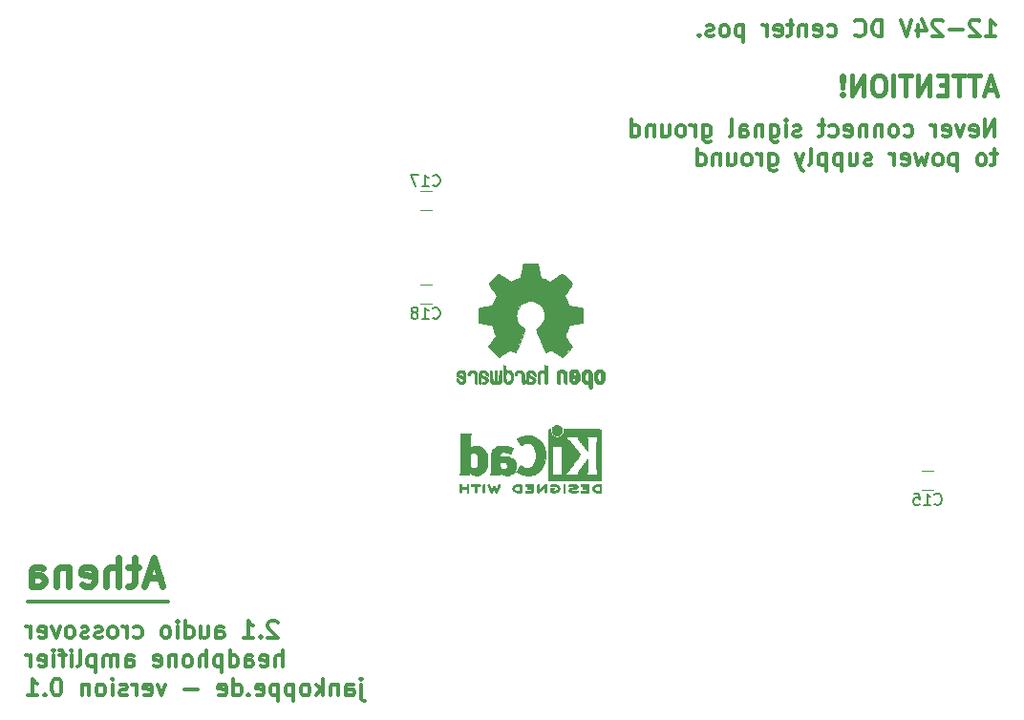
<source format=gbr>
G04 #@! TF.FileFunction,Legend,Bot*
%FSLAX46Y46*%
G04 Gerber Fmt 4.6, Leading zero omitted, Abs format (unit mm)*
G04 Created by KiCad (PCBNEW 4.0.7) date Sun Feb 25 13:05:14 2018*
%MOMM*%
%LPD*%
G01*
G04 APERTURE LIST*
%ADD10C,0.100000*%
%ADD11C,0.300000*%
%ADD12C,0.437500*%
%ADD13C,0.600000*%
%ADD14C,0.120000*%
%ADD15C,0.010000*%
%ADD16C,0.150000*%
G04 APERTURE END LIST*
D10*
D11*
X55880000Y-109220000D02*
X43440000Y-109220000D01*
D12*
X129206667Y-63791667D02*
X128373333Y-63791667D01*
X129373333Y-64291667D02*
X128790000Y-62541667D01*
X128206667Y-64291667D01*
X127873333Y-62541667D02*
X126873333Y-62541667D01*
X127373333Y-64291667D02*
X127373333Y-62541667D01*
X126540000Y-62541667D02*
X125540000Y-62541667D01*
X126040000Y-64291667D02*
X126040000Y-62541667D01*
X124956667Y-63375000D02*
X124373334Y-63375000D01*
X124123334Y-64291667D02*
X124956667Y-64291667D01*
X124956667Y-62541667D01*
X124123334Y-62541667D01*
X123373334Y-64291667D02*
X123373334Y-62541667D01*
X122373334Y-64291667D01*
X122373334Y-62541667D01*
X121790001Y-62541667D02*
X120790001Y-62541667D01*
X121290001Y-64291667D02*
X121290001Y-62541667D01*
X120206668Y-64291667D02*
X120206668Y-62541667D01*
X119040002Y-62541667D02*
X118706669Y-62541667D01*
X118540002Y-62625000D01*
X118373335Y-62791667D01*
X118290002Y-63125000D01*
X118290002Y-63708333D01*
X118373335Y-64041667D01*
X118540002Y-64208333D01*
X118706669Y-64291667D01*
X119040002Y-64291667D01*
X119206669Y-64208333D01*
X119373335Y-64041667D01*
X119456669Y-63708333D01*
X119456669Y-63125000D01*
X119373335Y-62791667D01*
X119206669Y-62625000D01*
X119040002Y-62541667D01*
X117540002Y-64291667D02*
X117540002Y-62541667D01*
X116540002Y-64291667D01*
X116540002Y-62541667D01*
X115706669Y-64125000D02*
X115623336Y-64208333D01*
X115706669Y-64291667D01*
X115790003Y-64208333D01*
X115706669Y-64125000D01*
X115706669Y-64291667D01*
X115706669Y-63625000D02*
X115790003Y-62625000D01*
X115706669Y-62541667D01*
X115623336Y-62625000D01*
X115706669Y-63625000D01*
X115706669Y-62541667D01*
D11*
X128397143Y-59098571D02*
X129254286Y-59098571D01*
X128825714Y-59098571D02*
X128825714Y-57598571D01*
X128968571Y-57812857D01*
X129111429Y-57955714D01*
X129254286Y-58027143D01*
X127825715Y-57741429D02*
X127754286Y-57670000D01*
X127611429Y-57598571D01*
X127254286Y-57598571D01*
X127111429Y-57670000D01*
X127040000Y-57741429D01*
X126968572Y-57884286D01*
X126968572Y-58027143D01*
X127040000Y-58241429D01*
X127897143Y-59098571D01*
X126968572Y-59098571D01*
X126325715Y-58527143D02*
X125182858Y-58527143D01*
X124540001Y-57741429D02*
X124468572Y-57670000D01*
X124325715Y-57598571D01*
X123968572Y-57598571D01*
X123825715Y-57670000D01*
X123754286Y-57741429D01*
X123682858Y-57884286D01*
X123682858Y-58027143D01*
X123754286Y-58241429D01*
X124611429Y-59098571D01*
X123682858Y-59098571D01*
X122397144Y-58098571D02*
X122397144Y-59098571D01*
X122754287Y-57527143D02*
X123111430Y-58598571D01*
X122182858Y-58598571D01*
X121825716Y-57598571D02*
X121325716Y-59098571D01*
X120825716Y-57598571D01*
X119182859Y-59098571D02*
X119182859Y-57598571D01*
X118825716Y-57598571D01*
X118611431Y-57670000D01*
X118468573Y-57812857D01*
X118397145Y-57955714D01*
X118325716Y-58241429D01*
X118325716Y-58455714D01*
X118397145Y-58741429D01*
X118468573Y-58884286D01*
X118611431Y-59027143D01*
X118825716Y-59098571D01*
X119182859Y-59098571D01*
X116825716Y-58955714D02*
X116897145Y-59027143D01*
X117111431Y-59098571D01*
X117254288Y-59098571D01*
X117468573Y-59027143D01*
X117611431Y-58884286D01*
X117682859Y-58741429D01*
X117754288Y-58455714D01*
X117754288Y-58241429D01*
X117682859Y-57955714D01*
X117611431Y-57812857D01*
X117468573Y-57670000D01*
X117254288Y-57598571D01*
X117111431Y-57598571D01*
X116897145Y-57670000D01*
X116825716Y-57741429D01*
X114397145Y-59027143D02*
X114540002Y-59098571D01*
X114825716Y-59098571D01*
X114968574Y-59027143D01*
X115040002Y-58955714D01*
X115111431Y-58812857D01*
X115111431Y-58384286D01*
X115040002Y-58241429D01*
X114968574Y-58170000D01*
X114825716Y-58098571D01*
X114540002Y-58098571D01*
X114397145Y-58170000D01*
X113182860Y-59027143D02*
X113325717Y-59098571D01*
X113611431Y-59098571D01*
X113754288Y-59027143D01*
X113825717Y-58884286D01*
X113825717Y-58312857D01*
X113754288Y-58170000D01*
X113611431Y-58098571D01*
X113325717Y-58098571D01*
X113182860Y-58170000D01*
X113111431Y-58312857D01*
X113111431Y-58455714D01*
X113825717Y-58598571D01*
X112468574Y-58098571D02*
X112468574Y-59098571D01*
X112468574Y-58241429D02*
X112397146Y-58170000D01*
X112254288Y-58098571D01*
X112040003Y-58098571D01*
X111897146Y-58170000D01*
X111825717Y-58312857D01*
X111825717Y-59098571D01*
X111325717Y-58098571D02*
X110754288Y-58098571D01*
X111111431Y-57598571D02*
X111111431Y-58884286D01*
X111040003Y-59027143D01*
X110897145Y-59098571D01*
X110754288Y-59098571D01*
X109682860Y-59027143D02*
X109825717Y-59098571D01*
X110111431Y-59098571D01*
X110254288Y-59027143D01*
X110325717Y-58884286D01*
X110325717Y-58312857D01*
X110254288Y-58170000D01*
X110111431Y-58098571D01*
X109825717Y-58098571D01*
X109682860Y-58170000D01*
X109611431Y-58312857D01*
X109611431Y-58455714D01*
X110325717Y-58598571D01*
X108968574Y-59098571D02*
X108968574Y-58098571D01*
X108968574Y-58384286D02*
X108897146Y-58241429D01*
X108825717Y-58170000D01*
X108682860Y-58098571D01*
X108540003Y-58098571D01*
X106897146Y-58098571D02*
X106897146Y-59598571D01*
X106897146Y-58170000D02*
X106754289Y-58098571D01*
X106468575Y-58098571D01*
X106325718Y-58170000D01*
X106254289Y-58241429D01*
X106182860Y-58384286D01*
X106182860Y-58812857D01*
X106254289Y-58955714D01*
X106325718Y-59027143D01*
X106468575Y-59098571D01*
X106754289Y-59098571D01*
X106897146Y-59027143D01*
X105325717Y-59098571D02*
X105468575Y-59027143D01*
X105540003Y-58955714D01*
X105611432Y-58812857D01*
X105611432Y-58384286D01*
X105540003Y-58241429D01*
X105468575Y-58170000D01*
X105325717Y-58098571D01*
X105111432Y-58098571D01*
X104968575Y-58170000D01*
X104897146Y-58241429D01*
X104825717Y-58384286D01*
X104825717Y-58812857D01*
X104897146Y-58955714D01*
X104968575Y-59027143D01*
X105111432Y-59098571D01*
X105325717Y-59098571D01*
X104254289Y-59027143D02*
X104111432Y-59098571D01*
X103825717Y-59098571D01*
X103682860Y-59027143D01*
X103611432Y-58884286D01*
X103611432Y-58812857D01*
X103682860Y-58670000D01*
X103825717Y-58598571D01*
X104040003Y-58598571D01*
X104182860Y-58527143D01*
X104254289Y-58384286D01*
X104254289Y-58312857D01*
X104182860Y-58170000D01*
X104040003Y-58098571D01*
X103825717Y-58098571D01*
X103682860Y-58170000D01*
X102968574Y-58955714D02*
X102897146Y-59027143D01*
X102968574Y-59098571D01*
X103040003Y-59027143D01*
X102968574Y-58955714D01*
X102968574Y-59098571D01*
X129182857Y-67983571D02*
X129182857Y-66483571D01*
X128325714Y-67983571D01*
X128325714Y-66483571D01*
X127040000Y-67912143D02*
X127182857Y-67983571D01*
X127468571Y-67983571D01*
X127611428Y-67912143D01*
X127682857Y-67769286D01*
X127682857Y-67197857D01*
X127611428Y-67055000D01*
X127468571Y-66983571D01*
X127182857Y-66983571D01*
X127040000Y-67055000D01*
X126968571Y-67197857D01*
X126968571Y-67340714D01*
X127682857Y-67483571D01*
X126468571Y-66983571D02*
X126111428Y-67983571D01*
X125754286Y-66983571D01*
X124611429Y-67912143D02*
X124754286Y-67983571D01*
X125040000Y-67983571D01*
X125182857Y-67912143D01*
X125254286Y-67769286D01*
X125254286Y-67197857D01*
X125182857Y-67055000D01*
X125040000Y-66983571D01*
X124754286Y-66983571D01*
X124611429Y-67055000D01*
X124540000Y-67197857D01*
X124540000Y-67340714D01*
X125254286Y-67483571D01*
X123897143Y-67983571D02*
X123897143Y-66983571D01*
X123897143Y-67269286D02*
X123825715Y-67126429D01*
X123754286Y-67055000D01*
X123611429Y-66983571D01*
X123468572Y-66983571D01*
X121182858Y-67912143D02*
X121325715Y-67983571D01*
X121611429Y-67983571D01*
X121754287Y-67912143D01*
X121825715Y-67840714D01*
X121897144Y-67697857D01*
X121897144Y-67269286D01*
X121825715Y-67126429D01*
X121754287Y-67055000D01*
X121611429Y-66983571D01*
X121325715Y-66983571D01*
X121182858Y-67055000D01*
X120325715Y-67983571D02*
X120468573Y-67912143D01*
X120540001Y-67840714D01*
X120611430Y-67697857D01*
X120611430Y-67269286D01*
X120540001Y-67126429D01*
X120468573Y-67055000D01*
X120325715Y-66983571D01*
X120111430Y-66983571D01*
X119968573Y-67055000D01*
X119897144Y-67126429D01*
X119825715Y-67269286D01*
X119825715Y-67697857D01*
X119897144Y-67840714D01*
X119968573Y-67912143D01*
X120111430Y-67983571D01*
X120325715Y-67983571D01*
X119182858Y-66983571D02*
X119182858Y-67983571D01*
X119182858Y-67126429D02*
X119111430Y-67055000D01*
X118968572Y-66983571D01*
X118754287Y-66983571D01*
X118611430Y-67055000D01*
X118540001Y-67197857D01*
X118540001Y-67983571D01*
X117825715Y-66983571D02*
X117825715Y-67983571D01*
X117825715Y-67126429D02*
X117754287Y-67055000D01*
X117611429Y-66983571D01*
X117397144Y-66983571D01*
X117254287Y-67055000D01*
X117182858Y-67197857D01*
X117182858Y-67983571D01*
X115897144Y-67912143D02*
X116040001Y-67983571D01*
X116325715Y-67983571D01*
X116468572Y-67912143D01*
X116540001Y-67769286D01*
X116540001Y-67197857D01*
X116468572Y-67055000D01*
X116325715Y-66983571D01*
X116040001Y-66983571D01*
X115897144Y-67055000D01*
X115825715Y-67197857D01*
X115825715Y-67340714D01*
X116540001Y-67483571D01*
X114540001Y-67912143D02*
X114682858Y-67983571D01*
X114968572Y-67983571D01*
X115111430Y-67912143D01*
X115182858Y-67840714D01*
X115254287Y-67697857D01*
X115254287Y-67269286D01*
X115182858Y-67126429D01*
X115111430Y-67055000D01*
X114968572Y-66983571D01*
X114682858Y-66983571D01*
X114540001Y-67055000D01*
X114111430Y-66983571D02*
X113540001Y-66983571D01*
X113897144Y-66483571D02*
X113897144Y-67769286D01*
X113825716Y-67912143D01*
X113682858Y-67983571D01*
X113540001Y-67983571D01*
X111968573Y-67912143D02*
X111825716Y-67983571D01*
X111540001Y-67983571D01*
X111397144Y-67912143D01*
X111325716Y-67769286D01*
X111325716Y-67697857D01*
X111397144Y-67555000D01*
X111540001Y-67483571D01*
X111754287Y-67483571D01*
X111897144Y-67412143D01*
X111968573Y-67269286D01*
X111968573Y-67197857D01*
X111897144Y-67055000D01*
X111754287Y-66983571D01*
X111540001Y-66983571D01*
X111397144Y-67055000D01*
X110682858Y-67983571D02*
X110682858Y-66983571D01*
X110682858Y-66483571D02*
X110754287Y-66555000D01*
X110682858Y-66626429D01*
X110611430Y-66555000D01*
X110682858Y-66483571D01*
X110682858Y-66626429D01*
X109325715Y-66983571D02*
X109325715Y-68197857D01*
X109397144Y-68340714D01*
X109468572Y-68412143D01*
X109611429Y-68483571D01*
X109825715Y-68483571D01*
X109968572Y-68412143D01*
X109325715Y-67912143D02*
X109468572Y-67983571D01*
X109754286Y-67983571D01*
X109897144Y-67912143D01*
X109968572Y-67840714D01*
X110040001Y-67697857D01*
X110040001Y-67269286D01*
X109968572Y-67126429D01*
X109897144Y-67055000D01*
X109754286Y-66983571D01*
X109468572Y-66983571D01*
X109325715Y-67055000D01*
X108611429Y-66983571D02*
X108611429Y-67983571D01*
X108611429Y-67126429D02*
X108540001Y-67055000D01*
X108397143Y-66983571D01*
X108182858Y-66983571D01*
X108040001Y-67055000D01*
X107968572Y-67197857D01*
X107968572Y-67983571D01*
X106611429Y-67983571D02*
X106611429Y-67197857D01*
X106682858Y-67055000D01*
X106825715Y-66983571D01*
X107111429Y-66983571D01*
X107254286Y-67055000D01*
X106611429Y-67912143D02*
X106754286Y-67983571D01*
X107111429Y-67983571D01*
X107254286Y-67912143D01*
X107325715Y-67769286D01*
X107325715Y-67626429D01*
X107254286Y-67483571D01*
X107111429Y-67412143D01*
X106754286Y-67412143D01*
X106611429Y-67340714D01*
X105682857Y-67983571D02*
X105825715Y-67912143D01*
X105897143Y-67769286D01*
X105897143Y-66483571D01*
X103325715Y-66983571D02*
X103325715Y-68197857D01*
X103397144Y-68340714D01*
X103468572Y-68412143D01*
X103611429Y-68483571D01*
X103825715Y-68483571D01*
X103968572Y-68412143D01*
X103325715Y-67912143D02*
X103468572Y-67983571D01*
X103754286Y-67983571D01*
X103897144Y-67912143D01*
X103968572Y-67840714D01*
X104040001Y-67697857D01*
X104040001Y-67269286D01*
X103968572Y-67126429D01*
X103897144Y-67055000D01*
X103754286Y-66983571D01*
X103468572Y-66983571D01*
X103325715Y-67055000D01*
X102611429Y-67983571D02*
X102611429Y-66983571D01*
X102611429Y-67269286D02*
X102540001Y-67126429D01*
X102468572Y-67055000D01*
X102325715Y-66983571D01*
X102182858Y-66983571D01*
X101468572Y-67983571D02*
X101611430Y-67912143D01*
X101682858Y-67840714D01*
X101754287Y-67697857D01*
X101754287Y-67269286D01*
X101682858Y-67126429D01*
X101611430Y-67055000D01*
X101468572Y-66983571D01*
X101254287Y-66983571D01*
X101111430Y-67055000D01*
X101040001Y-67126429D01*
X100968572Y-67269286D01*
X100968572Y-67697857D01*
X101040001Y-67840714D01*
X101111430Y-67912143D01*
X101254287Y-67983571D01*
X101468572Y-67983571D01*
X99682858Y-66983571D02*
X99682858Y-67983571D01*
X100325715Y-66983571D02*
X100325715Y-67769286D01*
X100254287Y-67912143D01*
X100111429Y-67983571D01*
X99897144Y-67983571D01*
X99754287Y-67912143D01*
X99682858Y-67840714D01*
X98968572Y-66983571D02*
X98968572Y-67983571D01*
X98968572Y-67126429D02*
X98897144Y-67055000D01*
X98754286Y-66983571D01*
X98540001Y-66983571D01*
X98397144Y-67055000D01*
X98325715Y-67197857D01*
X98325715Y-67983571D01*
X96968572Y-67983571D02*
X96968572Y-66483571D01*
X96968572Y-67912143D02*
X97111429Y-67983571D01*
X97397143Y-67983571D01*
X97540001Y-67912143D01*
X97611429Y-67840714D01*
X97682858Y-67697857D01*
X97682858Y-67269286D01*
X97611429Y-67126429D01*
X97540001Y-67055000D01*
X97397143Y-66983571D01*
X97111429Y-66983571D01*
X96968572Y-67055000D01*
X129397143Y-69533571D02*
X128825714Y-69533571D01*
X129182857Y-69033571D02*
X129182857Y-70319286D01*
X129111429Y-70462143D01*
X128968571Y-70533571D01*
X128825714Y-70533571D01*
X128111428Y-70533571D02*
X128254286Y-70462143D01*
X128325714Y-70390714D01*
X128397143Y-70247857D01*
X128397143Y-69819286D01*
X128325714Y-69676429D01*
X128254286Y-69605000D01*
X128111428Y-69533571D01*
X127897143Y-69533571D01*
X127754286Y-69605000D01*
X127682857Y-69676429D01*
X127611428Y-69819286D01*
X127611428Y-70247857D01*
X127682857Y-70390714D01*
X127754286Y-70462143D01*
X127897143Y-70533571D01*
X128111428Y-70533571D01*
X125825714Y-69533571D02*
X125825714Y-71033571D01*
X125825714Y-69605000D02*
X125682857Y-69533571D01*
X125397143Y-69533571D01*
X125254286Y-69605000D01*
X125182857Y-69676429D01*
X125111428Y-69819286D01*
X125111428Y-70247857D01*
X125182857Y-70390714D01*
X125254286Y-70462143D01*
X125397143Y-70533571D01*
X125682857Y-70533571D01*
X125825714Y-70462143D01*
X124254285Y-70533571D02*
X124397143Y-70462143D01*
X124468571Y-70390714D01*
X124540000Y-70247857D01*
X124540000Y-69819286D01*
X124468571Y-69676429D01*
X124397143Y-69605000D01*
X124254285Y-69533571D01*
X124040000Y-69533571D01*
X123897143Y-69605000D01*
X123825714Y-69676429D01*
X123754285Y-69819286D01*
X123754285Y-70247857D01*
X123825714Y-70390714D01*
X123897143Y-70462143D01*
X124040000Y-70533571D01*
X124254285Y-70533571D01*
X123254285Y-69533571D02*
X122968571Y-70533571D01*
X122682857Y-69819286D01*
X122397142Y-70533571D01*
X122111428Y-69533571D01*
X120968571Y-70462143D02*
X121111428Y-70533571D01*
X121397142Y-70533571D01*
X121539999Y-70462143D01*
X121611428Y-70319286D01*
X121611428Y-69747857D01*
X121539999Y-69605000D01*
X121397142Y-69533571D01*
X121111428Y-69533571D01*
X120968571Y-69605000D01*
X120897142Y-69747857D01*
X120897142Y-69890714D01*
X121611428Y-70033571D01*
X120254285Y-70533571D02*
X120254285Y-69533571D01*
X120254285Y-69819286D02*
X120182857Y-69676429D01*
X120111428Y-69605000D01*
X119968571Y-69533571D01*
X119825714Y-69533571D01*
X118254286Y-70462143D02*
X118111429Y-70533571D01*
X117825714Y-70533571D01*
X117682857Y-70462143D01*
X117611429Y-70319286D01*
X117611429Y-70247857D01*
X117682857Y-70105000D01*
X117825714Y-70033571D01*
X118040000Y-70033571D01*
X118182857Y-69962143D01*
X118254286Y-69819286D01*
X118254286Y-69747857D01*
X118182857Y-69605000D01*
X118040000Y-69533571D01*
X117825714Y-69533571D01*
X117682857Y-69605000D01*
X116325714Y-69533571D02*
X116325714Y-70533571D01*
X116968571Y-69533571D02*
X116968571Y-70319286D01*
X116897143Y-70462143D01*
X116754285Y-70533571D01*
X116540000Y-70533571D01*
X116397143Y-70462143D01*
X116325714Y-70390714D01*
X115611428Y-69533571D02*
X115611428Y-71033571D01*
X115611428Y-69605000D02*
X115468571Y-69533571D01*
X115182857Y-69533571D01*
X115040000Y-69605000D01*
X114968571Y-69676429D01*
X114897142Y-69819286D01*
X114897142Y-70247857D01*
X114968571Y-70390714D01*
X115040000Y-70462143D01*
X115182857Y-70533571D01*
X115468571Y-70533571D01*
X115611428Y-70462143D01*
X114254285Y-69533571D02*
X114254285Y-71033571D01*
X114254285Y-69605000D02*
X114111428Y-69533571D01*
X113825714Y-69533571D01*
X113682857Y-69605000D01*
X113611428Y-69676429D01*
X113539999Y-69819286D01*
X113539999Y-70247857D01*
X113611428Y-70390714D01*
X113682857Y-70462143D01*
X113825714Y-70533571D01*
X114111428Y-70533571D01*
X114254285Y-70462143D01*
X112682856Y-70533571D02*
X112825714Y-70462143D01*
X112897142Y-70319286D01*
X112897142Y-69033571D01*
X112254285Y-69533571D02*
X111897142Y-70533571D01*
X111540000Y-69533571D02*
X111897142Y-70533571D01*
X112040000Y-70890714D01*
X112111428Y-70962143D01*
X112254285Y-71033571D01*
X109182857Y-69533571D02*
X109182857Y-70747857D01*
X109254286Y-70890714D01*
X109325714Y-70962143D01*
X109468571Y-71033571D01*
X109682857Y-71033571D01*
X109825714Y-70962143D01*
X109182857Y-70462143D02*
X109325714Y-70533571D01*
X109611428Y-70533571D01*
X109754286Y-70462143D01*
X109825714Y-70390714D01*
X109897143Y-70247857D01*
X109897143Y-69819286D01*
X109825714Y-69676429D01*
X109754286Y-69605000D01*
X109611428Y-69533571D01*
X109325714Y-69533571D01*
X109182857Y-69605000D01*
X108468571Y-70533571D02*
X108468571Y-69533571D01*
X108468571Y-69819286D02*
X108397143Y-69676429D01*
X108325714Y-69605000D01*
X108182857Y-69533571D01*
X108040000Y-69533571D01*
X107325714Y-70533571D02*
X107468572Y-70462143D01*
X107540000Y-70390714D01*
X107611429Y-70247857D01*
X107611429Y-69819286D01*
X107540000Y-69676429D01*
X107468572Y-69605000D01*
X107325714Y-69533571D01*
X107111429Y-69533571D01*
X106968572Y-69605000D01*
X106897143Y-69676429D01*
X106825714Y-69819286D01*
X106825714Y-70247857D01*
X106897143Y-70390714D01*
X106968572Y-70462143D01*
X107111429Y-70533571D01*
X107325714Y-70533571D01*
X105540000Y-69533571D02*
X105540000Y-70533571D01*
X106182857Y-69533571D02*
X106182857Y-70319286D01*
X106111429Y-70462143D01*
X105968571Y-70533571D01*
X105754286Y-70533571D01*
X105611429Y-70462143D01*
X105540000Y-70390714D01*
X104825714Y-69533571D02*
X104825714Y-70533571D01*
X104825714Y-69676429D02*
X104754286Y-69605000D01*
X104611428Y-69533571D01*
X104397143Y-69533571D01*
X104254286Y-69605000D01*
X104182857Y-69747857D01*
X104182857Y-70533571D01*
X102825714Y-70533571D02*
X102825714Y-69033571D01*
X102825714Y-70462143D02*
X102968571Y-70533571D01*
X103254285Y-70533571D01*
X103397143Y-70462143D01*
X103468571Y-70390714D01*
X103540000Y-70247857D01*
X103540000Y-69819286D01*
X103468571Y-69676429D01*
X103397143Y-69605000D01*
X103254285Y-69533571D01*
X102968571Y-69533571D01*
X102825714Y-69605000D01*
D13*
X55203810Y-107096667D02*
X54013333Y-107096667D01*
X55441905Y-107810952D02*
X54608571Y-105310952D01*
X53775238Y-107810952D01*
X53299048Y-106144286D02*
X52346667Y-106144286D01*
X52941905Y-105310952D02*
X52941905Y-107453810D01*
X52822857Y-107691905D01*
X52584762Y-107810952D01*
X52346667Y-107810952D01*
X51513334Y-107810952D02*
X51513334Y-105310952D01*
X50441905Y-107810952D02*
X50441905Y-106501429D01*
X50560953Y-106263333D01*
X50799048Y-106144286D01*
X51156191Y-106144286D01*
X51394286Y-106263333D01*
X51513334Y-106382381D01*
X48299048Y-107691905D02*
X48537143Y-107810952D01*
X49013334Y-107810952D01*
X49251429Y-107691905D01*
X49370477Y-107453810D01*
X49370477Y-106501429D01*
X49251429Y-106263333D01*
X49013334Y-106144286D01*
X48537143Y-106144286D01*
X48299048Y-106263333D01*
X48180000Y-106501429D01*
X48180000Y-106739524D01*
X49370477Y-106977619D01*
X47108572Y-106144286D02*
X47108572Y-107810952D01*
X47108572Y-106382381D02*
X46989524Y-106263333D01*
X46751429Y-106144286D01*
X46394286Y-106144286D01*
X46156191Y-106263333D01*
X46037143Y-106501429D01*
X46037143Y-107810952D01*
X43775238Y-107810952D02*
X43775238Y-106501429D01*
X43894286Y-106263333D01*
X44132381Y-106144286D01*
X44608572Y-106144286D01*
X44846667Y-106263333D01*
X43775238Y-107691905D02*
X44013334Y-107810952D01*
X44608572Y-107810952D01*
X44846667Y-107691905D01*
X44965715Y-107453810D01*
X44965715Y-107215714D01*
X44846667Y-106977619D01*
X44608572Y-106858571D01*
X44013334Y-106858571D01*
X43775238Y-106739524D01*
D11*
X65608571Y-111071429D02*
X65537142Y-111000000D01*
X65394285Y-110928571D01*
X65037142Y-110928571D01*
X64894285Y-111000000D01*
X64822856Y-111071429D01*
X64751428Y-111214286D01*
X64751428Y-111357143D01*
X64822856Y-111571429D01*
X65679999Y-112428571D01*
X64751428Y-112428571D01*
X64108571Y-112285714D02*
X64037143Y-112357143D01*
X64108571Y-112428571D01*
X64180000Y-112357143D01*
X64108571Y-112285714D01*
X64108571Y-112428571D01*
X62608571Y-112428571D02*
X63465714Y-112428571D01*
X63037142Y-112428571D02*
X63037142Y-110928571D01*
X63179999Y-111142857D01*
X63322857Y-111285714D01*
X63465714Y-111357143D01*
X60180000Y-112428571D02*
X60180000Y-111642857D01*
X60251429Y-111500000D01*
X60394286Y-111428571D01*
X60680000Y-111428571D01*
X60822857Y-111500000D01*
X60180000Y-112357143D02*
X60322857Y-112428571D01*
X60680000Y-112428571D01*
X60822857Y-112357143D01*
X60894286Y-112214286D01*
X60894286Y-112071429D01*
X60822857Y-111928571D01*
X60680000Y-111857143D01*
X60322857Y-111857143D01*
X60180000Y-111785714D01*
X58822857Y-111428571D02*
X58822857Y-112428571D01*
X59465714Y-111428571D02*
X59465714Y-112214286D01*
X59394286Y-112357143D01*
X59251428Y-112428571D01*
X59037143Y-112428571D01*
X58894286Y-112357143D01*
X58822857Y-112285714D01*
X57465714Y-112428571D02*
X57465714Y-110928571D01*
X57465714Y-112357143D02*
X57608571Y-112428571D01*
X57894285Y-112428571D01*
X58037143Y-112357143D01*
X58108571Y-112285714D01*
X58180000Y-112142857D01*
X58180000Y-111714286D01*
X58108571Y-111571429D01*
X58037143Y-111500000D01*
X57894285Y-111428571D01*
X57608571Y-111428571D01*
X57465714Y-111500000D01*
X56751428Y-112428571D02*
X56751428Y-111428571D01*
X56751428Y-110928571D02*
X56822857Y-111000000D01*
X56751428Y-111071429D01*
X56680000Y-111000000D01*
X56751428Y-110928571D01*
X56751428Y-111071429D01*
X55822856Y-112428571D02*
X55965714Y-112357143D01*
X56037142Y-112285714D01*
X56108571Y-112142857D01*
X56108571Y-111714286D01*
X56037142Y-111571429D01*
X55965714Y-111500000D01*
X55822856Y-111428571D01*
X55608571Y-111428571D01*
X55465714Y-111500000D01*
X55394285Y-111571429D01*
X55322856Y-111714286D01*
X55322856Y-112142857D01*
X55394285Y-112285714D01*
X55465714Y-112357143D01*
X55608571Y-112428571D01*
X55822856Y-112428571D01*
X52894285Y-112357143D02*
X53037142Y-112428571D01*
X53322856Y-112428571D01*
X53465714Y-112357143D01*
X53537142Y-112285714D01*
X53608571Y-112142857D01*
X53608571Y-111714286D01*
X53537142Y-111571429D01*
X53465714Y-111500000D01*
X53322856Y-111428571D01*
X53037142Y-111428571D01*
X52894285Y-111500000D01*
X52251428Y-112428571D02*
X52251428Y-111428571D01*
X52251428Y-111714286D02*
X52180000Y-111571429D01*
X52108571Y-111500000D01*
X51965714Y-111428571D01*
X51822857Y-111428571D01*
X51108571Y-112428571D02*
X51251429Y-112357143D01*
X51322857Y-112285714D01*
X51394286Y-112142857D01*
X51394286Y-111714286D01*
X51322857Y-111571429D01*
X51251429Y-111500000D01*
X51108571Y-111428571D01*
X50894286Y-111428571D01*
X50751429Y-111500000D01*
X50680000Y-111571429D01*
X50608571Y-111714286D01*
X50608571Y-112142857D01*
X50680000Y-112285714D01*
X50751429Y-112357143D01*
X50894286Y-112428571D01*
X51108571Y-112428571D01*
X50037143Y-112357143D02*
X49894286Y-112428571D01*
X49608571Y-112428571D01*
X49465714Y-112357143D01*
X49394286Y-112214286D01*
X49394286Y-112142857D01*
X49465714Y-112000000D01*
X49608571Y-111928571D01*
X49822857Y-111928571D01*
X49965714Y-111857143D01*
X50037143Y-111714286D01*
X50037143Y-111642857D01*
X49965714Y-111500000D01*
X49822857Y-111428571D01*
X49608571Y-111428571D01*
X49465714Y-111500000D01*
X48822857Y-112357143D02*
X48680000Y-112428571D01*
X48394285Y-112428571D01*
X48251428Y-112357143D01*
X48180000Y-112214286D01*
X48180000Y-112142857D01*
X48251428Y-112000000D01*
X48394285Y-111928571D01*
X48608571Y-111928571D01*
X48751428Y-111857143D01*
X48822857Y-111714286D01*
X48822857Y-111642857D01*
X48751428Y-111500000D01*
X48608571Y-111428571D01*
X48394285Y-111428571D01*
X48251428Y-111500000D01*
X47322856Y-112428571D02*
X47465714Y-112357143D01*
X47537142Y-112285714D01*
X47608571Y-112142857D01*
X47608571Y-111714286D01*
X47537142Y-111571429D01*
X47465714Y-111500000D01*
X47322856Y-111428571D01*
X47108571Y-111428571D01*
X46965714Y-111500000D01*
X46894285Y-111571429D01*
X46822856Y-111714286D01*
X46822856Y-112142857D01*
X46894285Y-112285714D01*
X46965714Y-112357143D01*
X47108571Y-112428571D01*
X47322856Y-112428571D01*
X46322856Y-111428571D02*
X45965713Y-112428571D01*
X45608571Y-111428571D01*
X44465714Y-112357143D02*
X44608571Y-112428571D01*
X44894285Y-112428571D01*
X45037142Y-112357143D01*
X45108571Y-112214286D01*
X45108571Y-111642857D01*
X45037142Y-111500000D01*
X44894285Y-111428571D01*
X44608571Y-111428571D01*
X44465714Y-111500000D01*
X44394285Y-111642857D01*
X44394285Y-111785714D01*
X45108571Y-111928571D01*
X43751428Y-112428571D02*
X43751428Y-111428571D01*
X43751428Y-111714286D02*
X43680000Y-111571429D01*
X43608571Y-111500000D01*
X43465714Y-111428571D01*
X43322857Y-111428571D01*
X66037143Y-114978571D02*
X66037143Y-113478571D01*
X65394286Y-114978571D02*
X65394286Y-114192857D01*
X65465715Y-114050000D01*
X65608572Y-113978571D01*
X65822857Y-113978571D01*
X65965715Y-114050000D01*
X66037143Y-114121429D01*
X64108572Y-114907143D02*
X64251429Y-114978571D01*
X64537143Y-114978571D01*
X64680000Y-114907143D01*
X64751429Y-114764286D01*
X64751429Y-114192857D01*
X64680000Y-114050000D01*
X64537143Y-113978571D01*
X64251429Y-113978571D01*
X64108572Y-114050000D01*
X64037143Y-114192857D01*
X64037143Y-114335714D01*
X64751429Y-114478571D01*
X62751429Y-114978571D02*
X62751429Y-114192857D01*
X62822858Y-114050000D01*
X62965715Y-113978571D01*
X63251429Y-113978571D01*
X63394286Y-114050000D01*
X62751429Y-114907143D02*
X62894286Y-114978571D01*
X63251429Y-114978571D01*
X63394286Y-114907143D01*
X63465715Y-114764286D01*
X63465715Y-114621429D01*
X63394286Y-114478571D01*
X63251429Y-114407143D01*
X62894286Y-114407143D01*
X62751429Y-114335714D01*
X61394286Y-114978571D02*
X61394286Y-113478571D01*
X61394286Y-114907143D02*
X61537143Y-114978571D01*
X61822857Y-114978571D01*
X61965715Y-114907143D01*
X62037143Y-114835714D01*
X62108572Y-114692857D01*
X62108572Y-114264286D01*
X62037143Y-114121429D01*
X61965715Y-114050000D01*
X61822857Y-113978571D01*
X61537143Y-113978571D01*
X61394286Y-114050000D01*
X60680000Y-113978571D02*
X60680000Y-115478571D01*
X60680000Y-114050000D02*
X60537143Y-113978571D01*
X60251429Y-113978571D01*
X60108572Y-114050000D01*
X60037143Y-114121429D01*
X59965714Y-114264286D01*
X59965714Y-114692857D01*
X60037143Y-114835714D01*
X60108572Y-114907143D01*
X60251429Y-114978571D01*
X60537143Y-114978571D01*
X60680000Y-114907143D01*
X59322857Y-114978571D02*
X59322857Y-113478571D01*
X58680000Y-114978571D02*
X58680000Y-114192857D01*
X58751429Y-114050000D01*
X58894286Y-113978571D01*
X59108571Y-113978571D01*
X59251429Y-114050000D01*
X59322857Y-114121429D01*
X57751428Y-114978571D02*
X57894286Y-114907143D01*
X57965714Y-114835714D01*
X58037143Y-114692857D01*
X58037143Y-114264286D01*
X57965714Y-114121429D01*
X57894286Y-114050000D01*
X57751428Y-113978571D01*
X57537143Y-113978571D01*
X57394286Y-114050000D01*
X57322857Y-114121429D01*
X57251428Y-114264286D01*
X57251428Y-114692857D01*
X57322857Y-114835714D01*
X57394286Y-114907143D01*
X57537143Y-114978571D01*
X57751428Y-114978571D01*
X56608571Y-113978571D02*
X56608571Y-114978571D01*
X56608571Y-114121429D02*
X56537143Y-114050000D01*
X56394285Y-113978571D01*
X56180000Y-113978571D01*
X56037143Y-114050000D01*
X55965714Y-114192857D01*
X55965714Y-114978571D01*
X54680000Y-114907143D02*
X54822857Y-114978571D01*
X55108571Y-114978571D01*
X55251428Y-114907143D01*
X55322857Y-114764286D01*
X55322857Y-114192857D01*
X55251428Y-114050000D01*
X55108571Y-113978571D01*
X54822857Y-113978571D01*
X54680000Y-114050000D01*
X54608571Y-114192857D01*
X54608571Y-114335714D01*
X55322857Y-114478571D01*
X52180000Y-114978571D02*
X52180000Y-114192857D01*
X52251429Y-114050000D01*
X52394286Y-113978571D01*
X52680000Y-113978571D01*
X52822857Y-114050000D01*
X52180000Y-114907143D02*
X52322857Y-114978571D01*
X52680000Y-114978571D01*
X52822857Y-114907143D01*
X52894286Y-114764286D01*
X52894286Y-114621429D01*
X52822857Y-114478571D01*
X52680000Y-114407143D01*
X52322857Y-114407143D01*
X52180000Y-114335714D01*
X51465714Y-114978571D02*
X51465714Y-113978571D01*
X51465714Y-114121429D02*
X51394286Y-114050000D01*
X51251428Y-113978571D01*
X51037143Y-113978571D01*
X50894286Y-114050000D01*
X50822857Y-114192857D01*
X50822857Y-114978571D01*
X50822857Y-114192857D02*
X50751428Y-114050000D01*
X50608571Y-113978571D01*
X50394286Y-113978571D01*
X50251428Y-114050000D01*
X50180000Y-114192857D01*
X50180000Y-114978571D01*
X49465714Y-113978571D02*
X49465714Y-115478571D01*
X49465714Y-114050000D02*
X49322857Y-113978571D01*
X49037143Y-113978571D01*
X48894286Y-114050000D01*
X48822857Y-114121429D01*
X48751428Y-114264286D01*
X48751428Y-114692857D01*
X48822857Y-114835714D01*
X48894286Y-114907143D01*
X49037143Y-114978571D01*
X49322857Y-114978571D01*
X49465714Y-114907143D01*
X47894285Y-114978571D02*
X48037143Y-114907143D01*
X48108571Y-114764286D01*
X48108571Y-113478571D01*
X47322857Y-114978571D02*
X47322857Y-113978571D01*
X47322857Y-113478571D02*
X47394286Y-113550000D01*
X47322857Y-113621429D01*
X47251429Y-113550000D01*
X47322857Y-113478571D01*
X47322857Y-113621429D01*
X46822857Y-113978571D02*
X46251428Y-113978571D01*
X46608571Y-114978571D02*
X46608571Y-113692857D01*
X46537143Y-113550000D01*
X46394285Y-113478571D01*
X46251428Y-113478571D01*
X45751428Y-114978571D02*
X45751428Y-113978571D01*
X45751428Y-113478571D02*
X45822857Y-113550000D01*
X45751428Y-113621429D01*
X45680000Y-113550000D01*
X45751428Y-113478571D01*
X45751428Y-113621429D01*
X44465714Y-114907143D02*
X44608571Y-114978571D01*
X44894285Y-114978571D01*
X45037142Y-114907143D01*
X45108571Y-114764286D01*
X45108571Y-114192857D01*
X45037142Y-114050000D01*
X44894285Y-113978571D01*
X44608571Y-113978571D01*
X44465714Y-114050000D01*
X44394285Y-114192857D01*
X44394285Y-114335714D01*
X45108571Y-114478571D01*
X43751428Y-114978571D02*
X43751428Y-113978571D01*
X43751428Y-114264286D02*
X43680000Y-114121429D01*
X43608571Y-114050000D01*
X43465714Y-113978571D01*
X43322857Y-113978571D01*
X73037143Y-116528571D02*
X73037143Y-117814286D01*
X73108572Y-117957143D01*
X73251429Y-118028571D01*
X73322857Y-118028571D01*
X73037143Y-116028571D02*
X73108572Y-116100000D01*
X73037143Y-116171429D01*
X72965715Y-116100000D01*
X73037143Y-116028571D01*
X73037143Y-116171429D01*
X71680000Y-117528571D02*
X71680000Y-116742857D01*
X71751429Y-116600000D01*
X71894286Y-116528571D01*
X72180000Y-116528571D01*
X72322857Y-116600000D01*
X71680000Y-117457143D02*
X71822857Y-117528571D01*
X72180000Y-117528571D01*
X72322857Y-117457143D01*
X72394286Y-117314286D01*
X72394286Y-117171429D01*
X72322857Y-117028571D01*
X72180000Y-116957143D01*
X71822857Y-116957143D01*
X71680000Y-116885714D01*
X70965714Y-116528571D02*
X70965714Y-117528571D01*
X70965714Y-116671429D02*
X70894286Y-116600000D01*
X70751428Y-116528571D01*
X70537143Y-116528571D01*
X70394286Y-116600000D01*
X70322857Y-116742857D01*
X70322857Y-117528571D01*
X69608571Y-117528571D02*
X69608571Y-116028571D01*
X69465714Y-116957143D02*
X69037143Y-117528571D01*
X69037143Y-116528571D02*
X69608571Y-117100000D01*
X68179999Y-117528571D02*
X68322857Y-117457143D01*
X68394285Y-117385714D01*
X68465714Y-117242857D01*
X68465714Y-116814286D01*
X68394285Y-116671429D01*
X68322857Y-116600000D01*
X68179999Y-116528571D01*
X67965714Y-116528571D01*
X67822857Y-116600000D01*
X67751428Y-116671429D01*
X67679999Y-116814286D01*
X67679999Y-117242857D01*
X67751428Y-117385714D01*
X67822857Y-117457143D01*
X67965714Y-117528571D01*
X68179999Y-117528571D01*
X67037142Y-116528571D02*
X67037142Y-118028571D01*
X67037142Y-116600000D02*
X66894285Y-116528571D01*
X66608571Y-116528571D01*
X66465714Y-116600000D01*
X66394285Y-116671429D01*
X66322856Y-116814286D01*
X66322856Y-117242857D01*
X66394285Y-117385714D01*
X66465714Y-117457143D01*
X66608571Y-117528571D01*
X66894285Y-117528571D01*
X67037142Y-117457143D01*
X65679999Y-116528571D02*
X65679999Y-118028571D01*
X65679999Y-116600000D02*
X65537142Y-116528571D01*
X65251428Y-116528571D01*
X65108571Y-116600000D01*
X65037142Y-116671429D01*
X64965713Y-116814286D01*
X64965713Y-117242857D01*
X65037142Y-117385714D01*
X65108571Y-117457143D01*
X65251428Y-117528571D01*
X65537142Y-117528571D01*
X65679999Y-117457143D01*
X63751428Y-117457143D02*
X63894285Y-117528571D01*
X64179999Y-117528571D01*
X64322856Y-117457143D01*
X64394285Y-117314286D01*
X64394285Y-116742857D01*
X64322856Y-116600000D01*
X64179999Y-116528571D01*
X63894285Y-116528571D01*
X63751428Y-116600000D01*
X63679999Y-116742857D01*
X63679999Y-116885714D01*
X64394285Y-117028571D01*
X63037142Y-117385714D02*
X62965714Y-117457143D01*
X63037142Y-117528571D01*
X63108571Y-117457143D01*
X63037142Y-117385714D01*
X63037142Y-117528571D01*
X61679999Y-117528571D02*
X61679999Y-116028571D01*
X61679999Y-117457143D02*
X61822856Y-117528571D01*
X62108570Y-117528571D01*
X62251428Y-117457143D01*
X62322856Y-117385714D01*
X62394285Y-117242857D01*
X62394285Y-116814286D01*
X62322856Y-116671429D01*
X62251428Y-116600000D01*
X62108570Y-116528571D01*
X61822856Y-116528571D01*
X61679999Y-116600000D01*
X60394285Y-117457143D02*
X60537142Y-117528571D01*
X60822856Y-117528571D01*
X60965713Y-117457143D01*
X61037142Y-117314286D01*
X61037142Y-116742857D01*
X60965713Y-116600000D01*
X60822856Y-116528571D01*
X60537142Y-116528571D01*
X60394285Y-116600000D01*
X60322856Y-116742857D01*
X60322856Y-116885714D01*
X61037142Y-117028571D01*
X58537142Y-116957143D02*
X57394285Y-116957143D01*
X55679999Y-116528571D02*
X55322856Y-117528571D01*
X54965714Y-116528571D01*
X53822857Y-117457143D02*
X53965714Y-117528571D01*
X54251428Y-117528571D01*
X54394285Y-117457143D01*
X54465714Y-117314286D01*
X54465714Y-116742857D01*
X54394285Y-116600000D01*
X54251428Y-116528571D01*
X53965714Y-116528571D01*
X53822857Y-116600000D01*
X53751428Y-116742857D01*
X53751428Y-116885714D01*
X54465714Y-117028571D01*
X53108571Y-117528571D02*
X53108571Y-116528571D01*
X53108571Y-116814286D02*
X53037143Y-116671429D01*
X52965714Y-116600000D01*
X52822857Y-116528571D01*
X52680000Y-116528571D01*
X52251429Y-117457143D02*
X52108572Y-117528571D01*
X51822857Y-117528571D01*
X51680000Y-117457143D01*
X51608572Y-117314286D01*
X51608572Y-117242857D01*
X51680000Y-117100000D01*
X51822857Y-117028571D01*
X52037143Y-117028571D01*
X52180000Y-116957143D01*
X52251429Y-116814286D01*
X52251429Y-116742857D01*
X52180000Y-116600000D01*
X52037143Y-116528571D01*
X51822857Y-116528571D01*
X51680000Y-116600000D01*
X50965714Y-117528571D02*
X50965714Y-116528571D01*
X50965714Y-116028571D02*
X51037143Y-116100000D01*
X50965714Y-116171429D01*
X50894286Y-116100000D01*
X50965714Y-116028571D01*
X50965714Y-116171429D01*
X50037142Y-117528571D02*
X50180000Y-117457143D01*
X50251428Y-117385714D01*
X50322857Y-117242857D01*
X50322857Y-116814286D01*
X50251428Y-116671429D01*
X50180000Y-116600000D01*
X50037142Y-116528571D01*
X49822857Y-116528571D01*
X49680000Y-116600000D01*
X49608571Y-116671429D01*
X49537142Y-116814286D01*
X49537142Y-117242857D01*
X49608571Y-117385714D01*
X49680000Y-117457143D01*
X49822857Y-117528571D01*
X50037142Y-117528571D01*
X48894285Y-116528571D02*
X48894285Y-117528571D01*
X48894285Y-116671429D02*
X48822857Y-116600000D01*
X48679999Y-116528571D01*
X48465714Y-116528571D01*
X48322857Y-116600000D01*
X48251428Y-116742857D01*
X48251428Y-117528571D01*
X46108571Y-116028571D02*
X45965714Y-116028571D01*
X45822857Y-116100000D01*
X45751428Y-116171429D01*
X45679999Y-116314286D01*
X45608571Y-116600000D01*
X45608571Y-116957143D01*
X45679999Y-117242857D01*
X45751428Y-117385714D01*
X45822857Y-117457143D01*
X45965714Y-117528571D01*
X46108571Y-117528571D01*
X46251428Y-117457143D01*
X46322857Y-117385714D01*
X46394285Y-117242857D01*
X46465714Y-116957143D01*
X46465714Y-116600000D01*
X46394285Y-116314286D01*
X46322857Y-116171429D01*
X46251428Y-116100000D01*
X46108571Y-116028571D01*
X44965714Y-117385714D02*
X44894286Y-117457143D01*
X44965714Y-117528571D01*
X45037143Y-117457143D01*
X44965714Y-117385714D01*
X44965714Y-117528571D01*
X43465714Y-117528571D02*
X44322857Y-117528571D01*
X43894285Y-117528571D02*
X43894285Y-116028571D01*
X44037142Y-116242857D01*
X44180000Y-116385714D01*
X44322857Y-116457143D01*
D14*
X123710000Y-99275000D02*
X122710000Y-99275000D01*
X122710000Y-97575000D02*
X123710000Y-97575000D01*
X78240000Y-72810000D02*
X79240000Y-72810000D01*
X79240000Y-74510000D02*
X78240000Y-74510000D01*
X79240000Y-82765000D02*
X78240000Y-82765000D01*
X78240000Y-81065000D02*
X79240000Y-81065000D01*
D15*
G36*
X94151371Y-98789066D02*
X94111889Y-98789467D01*
X93996200Y-98792259D01*
X93899311Y-98800550D01*
X93817919Y-98815232D01*
X93748723Y-98837193D01*
X93688420Y-98867322D01*
X93633708Y-98906510D01*
X93614167Y-98923532D01*
X93581750Y-98963363D01*
X93552520Y-99017413D01*
X93529991Y-99077323D01*
X93517679Y-99134739D01*
X93516400Y-99155956D01*
X93524417Y-99214769D01*
X93545899Y-99279013D01*
X93576999Y-99339821D01*
X93613866Y-99388330D01*
X93619854Y-99394182D01*
X93670579Y-99435321D01*
X93726125Y-99467435D01*
X93789696Y-99491365D01*
X93864494Y-99507953D01*
X93953722Y-99518041D01*
X94060582Y-99522469D01*
X94109528Y-99522845D01*
X94171762Y-99522545D01*
X94215528Y-99521292D01*
X94244931Y-99518554D01*
X94264079Y-99513801D01*
X94277077Y-99506501D01*
X94284045Y-99500267D01*
X94290626Y-99492694D01*
X94295788Y-99482924D01*
X94299703Y-99468340D01*
X94302543Y-99446326D01*
X94304480Y-99414264D01*
X94305684Y-99369536D01*
X94306328Y-99309526D01*
X94306583Y-99231617D01*
X94306622Y-99155956D01*
X94306870Y-99055041D01*
X94306817Y-98974427D01*
X94305857Y-98935822D01*
X94159867Y-98935822D01*
X94159867Y-99376089D01*
X94066734Y-99376004D01*
X94010693Y-99374396D01*
X93951999Y-99370256D01*
X93903028Y-99364464D01*
X93901538Y-99364226D01*
X93822392Y-99345090D01*
X93761002Y-99315287D01*
X93714305Y-99272878D01*
X93684635Y-99226961D01*
X93666353Y-99176026D01*
X93667771Y-99128200D01*
X93688988Y-99076933D01*
X93730489Y-99023899D01*
X93787998Y-98984600D01*
X93862750Y-98958331D01*
X93912708Y-98949035D01*
X93969416Y-98942507D01*
X94029519Y-98937782D01*
X94080639Y-98935817D01*
X94083667Y-98935808D01*
X94159867Y-98935822D01*
X94305857Y-98935822D01*
X94305260Y-98911851D01*
X94300998Y-98865055D01*
X94292830Y-98831778D01*
X94279556Y-98809759D01*
X94259974Y-98796739D01*
X94232883Y-98790457D01*
X94197082Y-98788653D01*
X94151371Y-98789066D01*
X94151371Y-98789066D01*
G37*
X94151371Y-98789066D02*
X94111889Y-98789467D01*
X93996200Y-98792259D01*
X93899311Y-98800550D01*
X93817919Y-98815232D01*
X93748723Y-98837193D01*
X93688420Y-98867322D01*
X93633708Y-98906510D01*
X93614167Y-98923532D01*
X93581750Y-98963363D01*
X93552520Y-99017413D01*
X93529991Y-99077323D01*
X93517679Y-99134739D01*
X93516400Y-99155956D01*
X93524417Y-99214769D01*
X93545899Y-99279013D01*
X93576999Y-99339821D01*
X93613866Y-99388330D01*
X93619854Y-99394182D01*
X93670579Y-99435321D01*
X93726125Y-99467435D01*
X93789696Y-99491365D01*
X93864494Y-99507953D01*
X93953722Y-99518041D01*
X94060582Y-99522469D01*
X94109528Y-99522845D01*
X94171762Y-99522545D01*
X94215528Y-99521292D01*
X94244931Y-99518554D01*
X94264079Y-99513801D01*
X94277077Y-99506501D01*
X94284045Y-99500267D01*
X94290626Y-99492694D01*
X94295788Y-99482924D01*
X94299703Y-99468340D01*
X94302543Y-99446326D01*
X94304480Y-99414264D01*
X94305684Y-99369536D01*
X94306328Y-99309526D01*
X94306583Y-99231617D01*
X94306622Y-99155956D01*
X94306870Y-99055041D01*
X94306817Y-98974427D01*
X94305857Y-98935822D01*
X94159867Y-98935822D01*
X94159867Y-99376089D01*
X94066734Y-99376004D01*
X94010693Y-99374396D01*
X93951999Y-99370256D01*
X93903028Y-99364464D01*
X93901538Y-99364226D01*
X93822392Y-99345090D01*
X93761002Y-99315287D01*
X93714305Y-99272878D01*
X93684635Y-99226961D01*
X93666353Y-99176026D01*
X93667771Y-99128200D01*
X93688988Y-99076933D01*
X93730489Y-99023899D01*
X93787998Y-98984600D01*
X93862750Y-98958331D01*
X93912708Y-98949035D01*
X93969416Y-98942507D01*
X94029519Y-98937782D01*
X94080639Y-98935817D01*
X94083667Y-98935808D01*
X94159867Y-98935822D01*
X94305857Y-98935822D01*
X94305260Y-98911851D01*
X94300998Y-98865055D01*
X94292830Y-98831778D01*
X94279556Y-98809759D01*
X94259974Y-98796739D01*
X94232883Y-98790457D01*
X94197082Y-98788653D01*
X94151371Y-98789066D01*
G36*
X92742794Y-98789146D02*
X92673386Y-98789518D01*
X92620997Y-98790385D01*
X92582847Y-98791946D01*
X92556159Y-98794403D01*
X92538153Y-98797957D01*
X92526049Y-98802810D01*
X92517069Y-98809161D01*
X92513818Y-98812084D01*
X92494043Y-98843142D01*
X92490482Y-98878828D01*
X92503491Y-98910510D01*
X92509506Y-98916913D01*
X92519235Y-98923121D01*
X92534901Y-98927910D01*
X92559408Y-98931514D01*
X92595661Y-98934164D01*
X92646565Y-98936095D01*
X92715026Y-98937539D01*
X92777617Y-98938418D01*
X93025334Y-98941467D01*
X93028719Y-99006378D01*
X93032105Y-99071289D01*
X92863958Y-99071289D01*
X92790959Y-99071919D01*
X92737517Y-99074553D01*
X92700628Y-99080309D01*
X92677288Y-99090304D01*
X92664494Y-99105656D01*
X92659242Y-99127482D01*
X92658445Y-99147738D01*
X92660923Y-99172592D01*
X92670277Y-99190906D01*
X92689383Y-99203637D01*
X92721118Y-99211741D01*
X92768359Y-99216176D01*
X92833983Y-99217899D01*
X92869801Y-99218045D01*
X93030978Y-99218045D01*
X93030978Y-99376089D01*
X92782622Y-99376089D01*
X92701213Y-99376202D01*
X92639342Y-99376712D01*
X92593968Y-99377870D01*
X92562054Y-99379930D01*
X92540559Y-99383146D01*
X92526443Y-99387772D01*
X92516668Y-99394059D01*
X92511689Y-99398667D01*
X92494610Y-99425560D01*
X92489111Y-99449467D01*
X92496963Y-99478667D01*
X92511689Y-99500267D01*
X92519546Y-99507066D01*
X92529688Y-99512346D01*
X92544844Y-99516298D01*
X92567741Y-99519113D01*
X92601109Y-99520982D01*
X92647675Y-99522098D01*
X92710167Y-99522651D01*
X92791314Y-99522833D01*
X92833422Y-99522845D01*
X92923598Y-99522765D01*
X92993924Y-99522398D01*
X93047129Y-99521552D01*
X93085940Y-99520036D01*
X93113087Y-99517659D01*
X93131298Y-99514229D01*
X93143300Y-99509554D01*
X93151822Y-99503444D01*
X93155156Y-99500267D01*
X93161755Y-99492670D01*
X93166927Y-99482870D01*
X93170846Y-99468239D01*
X93173684Y-99446152D01*
X93175615Y-99413982D01*
X93176812Y-99369103D01*
X93177448Y-99308889D01*
X93177697Y-99230713D01*
X93177734Y-99157923D01*
X93177700Y-99064707D01*
X93177465Y-98991431D01*
X93176830Y-98935458D01*
X93175594Y-98894151D01*
X93173556Y-98864872D01*
X93170517Y-98844984D01*
X93166277Y-98831850D01*
X93160635Y-98822832D01*
X93153391Y-98815293D01*
X93151606Y-98813612D01*
X93142945Y-98806172D01*
X93132882Y-98800409D01*
X93118625Y-98796112D01*
X93097383Y-98793064D01*
X93066364Y-98791051D01*
X93022777Y-98789860D01*
X92963831Y-98789275D01*
X92886734Y-98789083D01*
X92832001Y-98789067D01*
X92742794Y-98789146D01*
X92742794Y-98789146D01*
G37*
X92742794Y-98789146D02*
X92673386Y-98789518D01*
X92620997Y-98790385D01*
X92582847Y-98791946D01*
X92556159Y-98794403D01*
X92538153Y-98797957D01*
X92526049Y-98802810D01*
X92517069Y-98809161D01*
X92513818Y-98812084D01*
X92494043Y-98843142D01*
X92490482Y-98878828D01*
X92503491Y-98910510D01*
X92509506Y-98916913D01*
X92519235Y-98923121D01*
X92534901Y-98927910D01*
X92559408Y-98931514D01*
X92595661Y-98934164D01*
X92646565Y-98936095D01*
X92715026Y-98937539D01*
X92777617Y-98938418D01*
X93025334Y-98941467D01*
X93028719Y-99006378D01*
X93032105Y-99071289D01*
X92863958Y-99071289D01*
X92790959Y-99071919D01*
X92737517Y-99074553D01*
X92700628Y-99080309D01*
X92677288Y-99090304D01*
X92664494Y-99105656D01*
X92659242Y-99127482D01*
X92658445Y-99147738D01*
X92660923Y-99172592D01*
X92670277Y-99190906D01*
X92689383Y-99203637D01*
X92721118Y-99211741D01*
X92768359Y-99216176D01*
X92833983Y-99217899D01*
X92869801Y-99218045D01*
X93030978Y-99218045D01*
X93030978Y-99376089D01*
X92782622Y-99376089D01*
X92701213Y-99376202D01*
X92639342Y-99376712D01*
X92593968Y-99377870D01*
X92562054Y-99379930D01*
X92540559Y-99383146D01*
X92526443Y-99387772D01*
X92516668Y-99394059D01*
X92511689Y-99398667D01*
X92494610Y-99425560D01*
X92489111Y-99449467D01*
X92496963Y-99478667D01*
X92511689Y-99500267D01*
X92519546Y-99507066D01*
X92529688Y-99512346D01*
X92544844Y-99516298D01*
X92567741Y-99519113D01*
X92601109Y-99520982D01*
X92647675Y-99522098D01*
X92710167Y-99522651D01*
X92791314Y-99522833D01*
X92833422Y-99522845D01*
X92923598Y-99522765D01*
X92993924Y-99522398D01*
X93047129Y-99521552D01*
X93085940Y-99520036D01*
X93113087Y-99517659D01*
X93131298Y-99514229D01*
X93143300Y-99509554D01*
X93151822Y-99503444D01*
X93155156Y-99500267D01*
X93161755Y-99492670D01*
X93166927Y-99482870D01*
X93170846Y-99468239D01*
X93173684Y-99446152D01*
X93175615Y-99413982D01*
X93176812Y-99369103D01*
X93177448Y-99308889D01*
X93177697Y-99230713D01*
X93177734Y-99157923D01*
X93177700Y-99064707D01*
X93177465Y-98991431D01*
X93176830Y-98935458D01*
X93175594Y-98894151D01*
X93173556Y-98864872D01*
X93170517Y-98844984D01*
X93166277Y-98831850D01*
X93160635Y-98822832D01*
X93153391Y-98815293D01*
X93151606Y-98813612D01*
X93142945Y-98806172D01*
X93132882Y-98800409D01*
X93118625Y-98796112D01*
X93097383Y-98793064D01*
X93066364Y-98791051D01*
X93022777Y-98789860D01*
X92963831Y-98789275D01*
X92886734Y-98789083D01*
X92832001Y-98789067D01*
X92742794Y-98789146D01*
G36*
X91721703Y-98790351D02*
X91646888Y-98795581D01*
X91577306Y-98803750D01*
X91517002Y-98814550D01*
X91470020Y-98827673D01*
X91440406Y-98842813D01*
X91435860Y-98847269D01*
X91420054Y-98881850D01*
X91424847Y-98917351D01*
X91449364Y-98947725D01*
X91450534Y-98948596D01*
X91464954Y-98957954D01*
X91480008Y-98962876D01*
X91501005Y-98963473D01*
X91533257Y-98959861D01*
X91582073Y-98952154D01*
X91586000Y-98951505D01*
X91658739Y-98942569D01*
X91737217Y-98938161D01*
X91815927Y-98938119D01*
X91889361Y-98942279D01*
X91952011Y-98950479D01*
X91998370Y-98962557D01*
X92001416Y-98963771D01*
X92035048Y-98982615D01*
X92046864Y-99001685D01*
X92037614Y-99020439D01*
X92008047Y-99038337D01*
X91958911Y-99054837D01*
X91890957Y-99069396D01*
X91845645Y-99076406D01*
X91751456Y-99089889D01*
X91676544Y-99102214D01*
X91617717Y-99114449D01*
X91571785Y-99127661D01*
X91535555Y-99142917D01*
X91505838Y-99161285D01*
X91479442Y-99183831D01*
X91458230Y-99205971D01*
X91433065Y-99236819D01*
X91420681Y-99263345D01*
X91416808Y-99296026D01*
X91416667Y-99307995D01*
X91419576Y-99347712D01*
X91431202Y-99377259D01*
X91451323Y-99403486D01*
X91492216Y-99443576D01*
X91537817Y-99474149D01*
X91591513Y-99496203D01*
X91656692Y-99510735D01*
X91736744Y-99518741D01*
X91835057Y-99521218D01*
X91851289Y-99521177D01*
X91916849Y-99519818D01*
X91981866Y-99516730D01*
X92039252Y-99512356D01*
X92081922Y-99507140D01*
X92085372Y-99506541D01*
X92127796Y-99496491D01*
X92163780Y-99483796D01*
X92184150Y-99472190D01*
X92203107Y-99441572D01*
X92204427Y-99405918D01*
X92188085Y-99374144D01*
X92184429Y-99370551D01*
X92169315Y-99359876D01*
X92150415Y-99355276D01*
X92121162Y-99356059D01*
X92085651Y-99360127D01*
X92045970Y-99363762D01*
X91990345Y-99366828D01*
X91925406Y-99369053D01*
X91857785Y-99370164D01*
X91840000Y-99370237D01*
X91772128Y-99369964D01*
X91722454Y-99368646D01*
X91686610Y-99365827D01*
X91660224Y-99361050D01*
X91638926Y-99353857D01*
X91626126Y-99347867D01*
X91598000Y-99331233D01*
X91580068Y-99316168D01*
X91577447Y-99311897D01*
X91582976Y-99294263D01*
X91609260Y-99277192D01*
X91654478Y-99261458D01*
X91716808Y-99247838D01*
X91735171Y-99244804D01*
X91831090Y-99229738D01*
X91907641Y-99217146D01*
X91967780Y-99206111D01*
X92014460Y-99195720D01*
X92050637Y-99185056D01*
X92079265Y-99173205D01*
X92103298Y-99159251D01*
X92125692Y-99142281D01*
X92149402Y-99121378D01*
X92157380Y-99114049D01*
X92185353Y-99086699D01*
X92200160Y-99065029D01*
X92205952Y-99040232D01*
X92206889Y-99008983D01*
X92196575Y-98947705D01*
X92165752Y-98895640D01*
X92114595Y-98852958D01*
X92043283Y-98819825D01*
X91992400Y-98804964D01*
X91937100Y-98795366D01*
X91870853Y-98789936D01*
X91797706Y-98788367D01*
X91721703Y-98790351D01*
X91721703Y-98790351D01*
G37*
X91721703Y-98790351D02*
X91646888Y-98795581D01*
X91577306Y-98803750D01*
X91517002Y-98814550D01*
X91470020Y-98827673D01*
X91440406Y-98842813D01*
X91435860Y-98847269D01*
X91420054Y-98881850D01*
X91424847Y-98917351D01*
X91449364Y-98947725D01*
X91450534Y-98948596D01*
X91464954Y-98957954D01*
X91480008Y-98962876D01*
X91501005Y-98963473D01*
X91533257Y-98959861D01*
X91582073Y-98952154D01*
X91586000Y-98951505D01*
X91658739Y-98942569D01*
X91737217Y-98938161D01*
X91815927Y-98938119D01*
X91889361Y-98942279D01*
X91952011Y-98950479D01*
X91998370Y-98962557D01*
X92001416Y-98963771D01*
X92035048Y-98982615D01*
X92046864Y-99001685D01*
X92037614Y-99020439D01*
X92008047Y-99038337D01*
X91958911Y-99054837D01*
X91890957Y-99069396D01*
X91845645Y-99076406D01*
X91751456Y-99089889D01*
X91676544Y-99102214D01*
X91617717Y-99114449D01*
X91571785Y-99127661D01*
X91535555Y-99142917D01*
X91505838Y-99161285D01*
X91479442Y-99183831D01*
X91458230Y-99205971D01*
X91433065Y-99236819D01*
X91420681Y-99263345D01*
X91416808Y-99296026D01*
X91416667Y-99307995D01*
X91419576Y-99347712D01*
X91431202Y-99377259D01*
X91451323Y-99403486D01*
X91492216Y-99443576D01*
X91537817Y-99474149D01*
X91591513Y-99496203D01*
X91656692Y-99510735D01*
X91736744Y-99518741D01*
X91835057Y-99521218D01*
X91851289Y-99521177D01*
X91916849Y-99519818D01*
X91981866Y-99516730D01*
X92039252Y-99512356D01*
X92081922Y-99507140D01*
X92085372Y-99506541D01*
X92127796Y-99496491D01*
X92163780Y-99483796D01*
X92184150Y-99472190D01*
X92203107Y-99441572D01*
X92204427Y-99405918D01*
X92188085Y-99374144D01*
X92184429Y-99370551D01*
X92169315Y-99359876D01*
X92150415Y-99355276D01*
X92121162Y-99356059D01*
X92085651Y-99360127D01*
X92045970Y-99363762D01*
X91990345Y-99366828D01*
X91925406Y-99369053D01*
X91857785Y-99370164D01*
X91840000Y-99370237D01*
X91772128Y-99369964D01*
X91722454Y-99368646D01*
X91686610Y-99365827D01*
X91660224Y-99361050D01*
X91638926Y-99353857D01*
X91626126Y-99347867D01*
X91598000Y-99331233D01*
X91580068Y-99316168D01*
X91577447Y-99311897D01*
X91582976Y-99294263D01*
X91609260Y-99277192D01*
X91654478Y-99261458D01*
X91716808Y-99247838D01*
X91735171Y-99244804D01*
X91831090Y-99229738D01*
X91907641Y-99217146D01*
X91967780Y-99206111D01*
X92014460Y-99195720D01*
X92050637Y-99185056D01*
X92079265Y-99173205D01*
X92103298Y-99159251D01*
X92125692Y-99142281D01*
X92149402Y-99121378D01*
X92157380Y-99114049D01*
X92185353Y-99086699D01*
X92200160Y-99065029D01*
X92205952Y-99040232D01*
X92206889Y-99008983D01*
X92196575Y-98947705D01*
X92165752Y-98895640D01*
X92114595Y-98852958D01*
X92043283Y-98819825D01*
X91992400Y-98804964D01*
X91937100Y-98795366D01*
X91870853Y-98789936D01*
X91797706Y-98788367D01*
X91721703Y-98790351D01*
G36*
X90953822Y-98811645D02*
X90947242Y-98819218D01*
X90942079Y-98828987D01*
X90938164Y-98843571D01*
X90935324Y-98865585D01*
X90933387Y-98897648D01*
X90932183Y-98942375D01*
X90931539Y-99002385D01*
X90931284Y-99080294D01*
X90931245Y-99155956D01*
X90931314Y-99249802D01*
X90931638Y-99323689D01*
X90932386Y-99380232D01*
X90933732Y-99422049D01*
X90935846Y-99451757D01*
X90938900Y-99471973D01*
X90943066Y-99485314D01*
X90948516Y-99494398D01*
X90953822Y-99500267D01*
X90986826Y-99519947D01*
X91021991Y-99518181D01*
X91053455Y-99496717D01*
X91060684Y-99488337D01*
X91066334Y-99478614D01*
X91070599Y-99464861D01*
X91073673Y-99444389D01*
X91075752Y-99414512D01*
X91077030Y-99372541D01*
X91077701Y-99315789D01*
X91077959Y-99241567D01*
X91078000Y-99157537D01*
X91078000Y-98844485D01*
X91050291Y-98816776D01*
X91016137Y-98793463D01*
X90983006Y-98792623D01*
X90953822Y-98811645D01*
X90953822Y-98811645D01*
G37*
X90953822Y-98811645D02*
X90947242Y-98819218D01*
X90942079Y-98828987D01*
X90938164Y-98843571D01*
X90935324Y-98865585D01*
X90933387Y-98897648D01*
X90932183Y-98942375D01*
X90931539Y-99002385D01*
X90931284Y-99080294D01*
X90931245Y-99155956D01*
X90931314Y-99249802D01*
X90931638Y-99323689D01*
X90932386Y-99380232D01*
X90933732Y-99422049D01*
X90935846Y-99451757D01*
X90938900Y-99471973D01*
X90943066Y-99485314D01*
X90948516Y-99494398D01*
X90953822Y-99500267D01*
X90986826Y-99519947D01*
X91021991Y-99518181D01*
X91053455Y-99496717D01*
X91060684Y-99488337D01*
X91066334Y-99478614D01*
X91070599Y-99464861D01*
X91073673Y-99444389D01*
X91075752Y-99414512D01*
X91077030Y-99372541D01*
X91077701Y-99315789D01*
X91077959Y-99241567D01*
X91078000Y-99157537D01*
X91078000Y-98844485D01*
X91050291Y-98816776D01*
X91016137Y-98793463D01*
X90983006Y-98792623D01*
X90953822Y-98811645D01*
G36*
X89980081Y-98794599D02*
X89911565Y-98806095D01*
X89858943Y-98823967D01*
X89824708Y-98847499D01*
X89815379Y-98860924D01*
X89805893Y-98892148D01*
X89812277Y-98920395D01*
X89832430Y-98947182D01*
X89863745Y-98959713D01*
X89909183Y-98958696D01*
X89944326Y-98951906D01*
X90022419Y-98938971D01*
X90102226Y-98937742D01*
X90191555Y-98948241D01*
X90216229Y-98952690D01*
X90299291Y-98976108D01*
X90364273Y-99010945D01*
X90410461Y-99056604D01*
X90437145Y-99112494D01*
X90442663Y-99141388D01*
X90439051Y-99200012D01*
X90415729Y-99251879D01*
X90374824Y-99295978D01*
X90318459Y-99331299D01*
X90248760Y-99356829D01*
X90167852Y-99371559D01*
X90077860Y-99374478D01*
X89980910Y-99364575D01*
X89975436Y-99363641D01*
X89936875Y-99356459D01*
X89915494Y-99349521D01*
X89906227Y-99339227D01*
X89904006Y-99321976D01*
X89903956Y-99312841D01*
X89903956Y-99274489D01*
X89972431Y-99274489D01*
X90032900Y-99270347D01*
X90074165Y-99257147D01*
X90098175Y-99233730D01*
X90106877Y-99198936D01*
X90106983Y-99194394D01*
X90101892Y-99164654D01*
X90084433Y-99143419D01*
X90051939Y-99129366D01*
X90001743Y-99121173D01*
X89953123Y-99118161D01*
X89882456Y-99116433D01*
X89831198Y-99119070D01*
X89796239Y-99128800D01*
X89774470Y-99148353D01*
X89762780Y-99180456D01*
X89758060Y-99227838D01*
X89757200Y-99290071D01*
X89758609Y-99359535D01*
X89762848Y-99406786D01*
X89769936Y-99432012D01*
X89771311Y-99433988D01*
X89810228Y-99465508D01*
X89867286Y-99490470D01*
X89938869Y-99508340D01*
X90021358Y-99518586D01*
X90111139Y-99520673D01*
X90204592Y-99514068D01*
X90259556Y-99505956D01*
X90345766Y-99481554D01*
X90425892Y-99441662D01*
X90492977Y-99389887D01*
X90503173Y-99379539D01*
X90536302Y-99336035D01*
X90566194Y-99282118D01*
X90589357Y-99225592D01*
X90602298Y-99174259D01*
X90603858Y-99154544D01*
X90597218Y-99113419D01*
X90579568Y-99062252D01*
X90554297Y-99008394D01*
X90524789Y-98959195D01*
X90498719Y-98926334D01*
X90437765Y-98877452D01*
X90358969Y-98838545D01*
X90265157Y-98810494D01*
X90159150Y-98794179D01*
X90062000Y-98790192D01*
X89980081Y-98794599D01*
X89980081Y-98794599D01*
G37*
X89980081Y-98794599D02*
X89911565Y-98806095D01*
X89858943Y-98823967D01*
X89824708Y-98847499D01*
X89815379Y-98860924D01*
X89805893Y-98892148D01*
X89812277Y-98920395D01*
X89832430Y-98947182D01*
X89863745Y-98959713D01*
X89909183Y-98958696D01*
X89944326Y-98951906D01*
X90022419Y-98938971D01*
X90102226Y-98937742D01*
X90191555Y-98948241D01*
X90216229Y-98952690D01*
X90299291Y-98976108D01*
X90364273Y-99010945D01*
X90410461Y-99056604D01*
X90437145Y-99112494D01*
X90442663Y-99141388D01*
X90439051Y-99200012D01*
X90415729Y-99251879D01*
X90374824Y-99295978D01*
X90318459Y-99331299D01*
X90248760Y-99356829D01*
X90167852Y-99371559D01*
X90077860Y-99374478D01*
X89980910Y-99364575D01*
X89975436Y-99363641D01*
X89936875Y-99356459D01*
X89915494Y-99349521D01*
X89906227Y-99339227D01*
X89904006Y-99321976D01*
X89903956Y-99312841D01*
X89903956Y-99274489D01*
X89972431Y-99274489D01*
X90032900Y-99270347D01*
X90074165Y-99257147D01*
X90098175Y-99233730D01*
X90106877Y-99198936D01*
X90106983Y-99194394D01*
X90101892Y-99164654D01*
X90084433Y-99143419D01*
X90051939Y-99129366D01*
X90001743Y-99121173D01*
X89953123Y-99118161D01*
X89882456Y-99116433D01*
X89831198Y-99119070D01*
X89796239Y-99128800D01*
X89774470Y-99148353D01*
X89762780Y-99180456D01*
X89758060Y-99227838D01*
X89757200Y-99290071D01*
X89758609Y-99359535D01*
X89762848Y-99406786D01*
X89769936Y-99432012D01*
X89771311Y-99433988D01*
X89810228Y-99465508D01*
X89867286Y-99490470D01*
X89938869Y-99508340D01*
X90021358Y-99518586D01*
X90111139Y-99520673D01*
X90204592Y-99514068D01*
X90259556Y-99505956D01*
X90345766Y-99481554D01*
X90425892Y-99441662D01*
X90492977Y-99389887D01*
X90503173Y-99379539D01*
X90536302Y-99336035D01*
X90566194Y-99282118D01*
X90589357Y-99225592D01*
X90602298Y-99174259D01*
X90603858Y-99154544D01*
X90597218Y-99113419D01*
X90579568Y-99062252D01*
X90554297Y-99008394D01*
X90524789Y-98959195D01*
X90498719Y-98926334D01*
X90437765Y-98877452D01*
X90358969Y-98838545D01*
X90265157Y-98810494D01*
X90159150Y-98794179D01*
X90062000Y-98790192D01*
X89980081Y-98794599D01*
G36*
X89330114Y-98793448D02*
X89306548Y-98807273D01*
X89275735Y-98829881D01*
X89236078Y-98862338D01*
X89185980Y-98905708D01*
X89123843Y-98961058D01*
X89048072Y-99029451D01*
X88961334Y-99108084D01*
X88780711Y-99271878D01*
X88775067Y-99052029D01*
X88773029Y-98976351D01*
X88771063Y-98919994D01*
X88768734Y-98879706D01*
X88765606Y-98852235D01*
X88761245Y-98834329D01*
X88755216Y-98822737D01*
X88747084Y-98814208D01*
X88742772Y-98810623D01*
X88708241Y-98791670D01*
X88675383Y-98794441D01*
X88649318Y-98810633D01*
X88622667Y-98832199D01*
X88619352Y-99147151D01*
X88618435Y-99239779D01*
X88617968Y-99312544D01*
X88618113Y-99368161D01*
X88619032Y-99409342D01*
X88620887Y-99438803D01*
X88623839Y-99459255D01*
X88628050Y-99473413D01*
X88633682Y-99483991D01*
X88639927Y-99492474D01*
X88653439Y-99508207D01*
X88666883Y-99518636D01*
X88682124Y-99522639D01*
X88701026Y-99519094D01*
X88725455Y-99506879D01*
X88757273Y-99484871D01*
X88798348Y-99451949D01*
X88850542Y-99406991D01*
X88915722Y-99348875D01*
X88989556Y-99282099D01*
X89254845Y-99041458D01*
X89260489Y-99260589D01*
X89262531Y-99336128D01*
X89264502Y-99392354D01*
X89266839Y-99432524D01*
X89269981Y-99459896D01*
X89274364Y-99477728D01*
X89280424Y-99489279D01*
X89288600Y-99497807D01*
X89292784Y-99501282D01*
X89329765Y-99520372D01*
X89364708Y-99517493D01*
X89395136Y-99493100D01*
X89402097Y-99483286D01*
X89407523Y-99471826D01*
X89411603Y-99455968D01*
X89414529Y-99432963D01*
X89416492Y-99400062D01*
X89417683Y-99354516D01*
X89418292Y-99293573D01*
X89418511Y-99214486D01*
X89418534Y-99155956D01*
X89418460Y-99064407D01*
X89418113Y-98992687D01*
X89417301Y-98938045D01*
X89415833Y-98897732D01*
X89413519Y-98868998D01*
X89410167Y-98849093D01*
X89405588Y-98835268D01*
X89399589Y-98824772D01*
X89395136Y-98818811D01*
X89383850Y-98804691D01*
X89373301Y-98794029D01*
X89361893Y-98787892D01*
X89348030Y-98787343D01*
X89330114Y-98793448D01*
X89330114Y-98793448D01*
G37*
X89330114Y-98793448D02*
X89306548Y-98807273D01*
X89275735Y-98829881D01*
X89236078Y-98862338D01*
X89185980Y-98905708D01*
X89123843Y-98961058D01*
X89048072Y-99029451D01*
X88961334Y-99108084D01*
X88780711Y-99271878D01*
X88775067Y-99052029D01*
X88773029Y-98976351D01*
X88771063Y-98919994D01*
X88768734Y-98879706D01*
X88765606Y-98852235D01*
X88761245Y-98834329D01*
X88755216Y-98822737D01*
X88747084Y-98814208D01*
X88742772Y-98810623D01*
X88708241Y-98791670D01*
X88675383Y-98794441D01*
X88649318Y-98810633D01*
X88622667Y-98832199D01*
X88619352Y-99147151D01*
X88618435Y-99239779D01*
X88617968Y-99312544D01*
X88618113Y-99368161D01*
X88619032Y-99409342D01*
X88620887Y-99438803D01*
X88623839Y-99459255D01*
X88628050Y-99473413D01*
X88633682Y-99483991D01*
X88639927Y-99492474D01*
X88653439Y-99508207D01*
X88666883Y-99518636D01*
X88682124Y-99522639D01*
X88701026Y-99519094D01*
X88725455Y-99506879D01*
X88757273Y-99484871D01*
X88798348Y-99451949D01*
X88850542Y-99406991D01*
X88915722Y-99348875D01*
X88989556Y-99282099D01*
X89254845Y-99041458D01*
X89260489Y-99260589D01*
X89262531Y-99336128D01*
X89264502Y-99392354D01*
X89266839Y-99432524D01*
X89269981Y-99459896D01*
X89274364Y-99477728D01*
X89280424Y-99489279D01*
X89288600Y-99497807D01*
X89292784Y-99501282D01*
X89329765Y-99520372D01*
X89364708Y-99517493D01*
X89395136Y-99493100D01*
X89402097Y-99483286D01*
X89407523Y-99471826D01*
X89411603Y-99455968D01*
X89414529Y-99432963D01*
X89416492Y-99400062D01*
X89417683Y-99354516D01*
X89418292Y-99293573D01*
X89418511Y-99214486D01*
X89418534Y-99155956D01*
X89418460Y-99064407D01*
X89418113Y-98992687D01*
X89417301Y-98938045D01*
X89415833Y-98897732D01*
X89413519Y-98868998D01*
X89410167Y-98849093D01*
X89405588Y-98835268D01*
X89399589Y-98824772D01*
X89395136Y-98818811D01*
X89383850Y-98804691D01*
X89373301Y-98794029D01*
X89361893Y-98787892D01*
X89348030Y-98787343D01*
X89330114Y-98793448D01*
G36*
X87799657Y-98789260D02*
X87723299Y-98790174D01*
X87664783Y-98792311D01*
X87621745Y-98796175D01*
X87591817Y-98802267D01*
X87572632Y-98811090D01*
X87561824Y-98823146D01*
X87557027Y-98838939D01*
X87555873Y-98858970D01*
X87555867Y-98861335D01*
X87556869Y-98883992D01*
X87561604Y-98901503D01*
X87572667Y-98914574D01*
X87592652Y-98923913D01*
X87624154Y-98930227D01*
X87669768Y-98934222D01*
X87732087Y-98936606D01*
X87813707Y-98938086D01*
X87838723Y-98938414D01*
X88080800Y-98941467D01*
X88084186Y-99006378D01*
X88087571Y-99071289D01*
X87919424Y-99071289D01*
X87853734Y-99071531D01*
X87806828Y-99072556D01*
X87774917Y-99074811D01*
X87754209Y-99078742D01*
X87740916Y-99084798D01*
X87731245Y-99093424D01*
X87731183Y-99093493D01*
X87713644Y-99127112D01*
X87714278Y-99163448D01*
X87732686Y-99194423D01*
X87736329Y-99197607D01*
X87749259Y-99205812D01*
X87766976Y-99211521D01*
X87793430Y-99215162D01*
X87832568Y-99217167D01*
X87888338Y-99217964D01*
X87924006Y-99218045D01*
X88086445Y-99218045D01*
X88086445Y-99376089D01*
X87839839Y-99376089D01*
X87758420Y-99376231D01*
X87696590Y-99376814D01*
X87651363Y-99378068D01*
X87619752Y-99380227D01*
X87598769Y-99383523D01*
X87585427Y-99388189D01*
X87576739Y-99394457D01*
X87574550Y-99396733D01*
X87558386Y-99428280D01*
X87557203Y-99464168D01*
X87570464Y-99495285D01*
X87580957Y-99505271D01*
X87591871Y-99510769D01*
X87608783Y-99515022D01*
X87634367Y-99518180D01*
X87671299Y-99520392D01*
X87722254Y-99521806D01*
X87789906Y-99522572D01*
X87876931Y-99522838D01*
X87896606Y-99522845D01*
X87985089Y-99522787D01*
X88053773Y-99522467D01*
X88105436Y-99521667D01*
X88142855Y-99520167D01*
X88168810Y-99517749D01*
X88186078Y-99514194D01*
X88197438Y-99509282D01*
X88205668Y-99502795D01*
X88210183Y-99498138D01*
X88216979Y-99489889D01*
X88222288Y-99479669D01*
X88226294Y-99464800D01*
X88229179Y-99442602D01*
X88231126Y-99410393D01*
X88232319Y-99365496D01*
X88232939Y-99305228D01*
X88233171Y-99226911D01*
X88233200Y-99160994D01*
X88233129Y-99068628D01*
X88232792Y-98996117D01*
X88232002Y-98940737D01*
X88230574Y-98899765D01*
X88228321Y-98870478D01*
X88225057Y-98850153D01*
X88220596Y-98836066D01*
X88214752Y-98825495D01*
X88209803Y-98818811D01*
X88186406Y-98789067D01*
X87896226Y-98789067D01*
X87799657Y-98789260D01*
X87799657Y-98789260D01*
G37*
X87799657Y-98789260D02*
X87723299Y-98790174D01*
X87664783Y-98792311D01*
X87621745Y-98796175D01*
X87591817Y-98802267D01*
X87572632Y-98811090D01*
X87561824Y-98823146D01*
X87557027Y-98838939D01*
X87555873Y-98858970D01*
X87555867Y-98861335D01*
X87556869Y-98883992D01*
X87561604Y-98901503D01*
X87572667Y-98914574D01*
X87592652Y-98923913D01*
X87624154Y-98930227D01*
X87669768Y-98934222D01*
X87732087Y-98936606D01*
X87813707Y-98938086D01*
X87838723Y-98938414D01*
X88080800Y-98941467D01*
X88084186Y-99006378D01*
X88087571Y-99071289D01*
X87919424Y-99071289D01*
X87853734Y-99071531D01*
X87806828Y-99072556D01*
X87774917Y-99074811D01*
X87754209Y-99078742D01*
X87740916Y-99084798D01*
X87731245Y-99093424D01*
X87731183Y-99093493D01*
X87713644Y-99127112D01*
X87714278Y-99163448D01*
X87732686Y-99194423D01*
X87736329Y-99197607D01*
X87749259Y-99205812D01*
X87766976Y-99211521D01*
X87793430Y-99215162D01*
X87832568Y-99217167D01*
X87888338Y-99217964D01*
X87924006Y-99218045D01*
X88086445Y-99218045D01*
X88086445Y-99376089D01*
X87839839Y-99376089D01*
X87758420Y-99376231D01*
X87696590Y-99376814D01*
X87651363Y-99378068D01*
X87619752Y-99380227D01*
X87598769Y-99383523D01*
X87585427Y-99388189D01*
X87576739Y-99394457D01*
X87574550Y-99396733D01*
X87558386Y-99428280D01*
X87557203Y-99464168D01*
X87570464Y-99495285D01*
X87580957Y-99505271D01*
X87591871Y-99510769D01*
X87608783Y-99515022D01*
X87634367Y-99518180D01*
X87671299Y-99520392D01*
X87722254Y-99521806D01*
X87789906Y-99522572D01*
X87876931Y-99522838D01*
X87896606Y-99522845D01*
X87985089Y-99522787D01*
X88053773Y-99522467D01*
X88105436Y-99521667D01*
X88142855Y-99520167D01*
X88168810Y-99517749D01*
X88186078Y-99514194D01*
X88197438Y-99509282D01*
X88205668Y-99502795D01*
X88210183Y-99498138D01*
X88216979Y-99489889D01*
X88222288Y-99479669D01*
X88226294Y-99464800D01*
X88229179Y-99442602D01*
X88231126Y-99410393D01*
X88232319Y-99365496D01*
X88232939Y-99305228D01*
X88233171Y-99226911D01*
X88233200Y-99160994D01*
X88233129Y-99068628D01*
X88232792Y-98996117D01*
X88232002Y-98940737D01*
X88230574Y-98899765D01*
X88228321Y-98870478D01*
X88225057Y-98850153D01*
X88220596Y-98836066D01*
X88214752Y-98825495D01*
X88209803Y-98818811D01*
X88186406Y-98789067D01*
X87896226Y-98789067D01*
X87799657Y-98789260D01*
G36*
X87011691Y-98789275D02*
X86882712Y-98793636D01*
X86773009Y-98806861D01*
X86680774Y-98829741D01*
X86604198Y-98863070D01*
X86541473Y-98907638D01*
X86490788Y-98964236D01*
X86450337Y-99033658D01*
X86449541Y-99035351D01*
X86425399Y-99097483D01*
X86416797Y-99152509D01*
X86423769Y-99207887D01*
X86446346Y-99271073D01*
X86450628Y-99280689D01*
X86479828Y-99336966D01*
X86512644Y-99380451D01*
X86554998Y-99417417D01*
X86612810Y-99454135D01*
X86616169Y-99456052D01*
X86666496Y-99480227D01*
X86723379Y-99498282D01*
X86790473Y-99510839D01*
X86871435Y-99518522D01*
X86969918Y-99521953D01*
X87004714Y-99522251D01*
X87170406Y-99522845D01*
X87193803Y-99493100D01*
X87200743Y-99483319D01*
X87206158Y-99471897D01*
X87210235Y-99456095D01*
X87213163Y-99433175D01*
X87215133Y-99400396D01*
X87215775Y-99376089D01*
X87059156Y-99376089D01*
X86965274Y-99376089D01*
X86910336Y-99374483D01*
X86853940Y-99370255D01*
X86807655Y-99364292D01*
X86804861Y-99363790D01*
X86722652Y-99341736D01*
X86658886Y-99308600D01*
X86611548Y-99262847D01*
X86578618Y-99202939D01*
X86572892Y-99187061D01*
X86567279Y-99162333D01*
X86569709Y-99137902D01*
X86581533Y-99105400D01*
X86588660Y-99089434D01*
X86612000Y-99047006D01*
X86640120Y-99017240D01*
X86671060Y-98996511D01*
X86733034Y-98969537D01*
X86812349Y-98949998D01*
X86904747Y-98938746D01*
X86971667Y-98936270D01*
X87059156Y-98935822D01*
X87059156Y-99376089D01*
X87215775Y-99376089D01*
X87216332Y-99355021D01*
X87216950Y-99294311D01*
X87217175Y-99215526D01*
X87217200Y-99153920D01*
X87217200Y-98844485D01*
X87189491Y-98816776D01*
X87177194Y-98805544D01*
X87163897Y-98797853D01*
X87145328Y-98793040D01*
X87117214Y-98790446D01*
X87075283Y-98789410D01*
X87015263Y-98789270D01*
X87011691Y-98789275D01*
X87011691Y-98789275D01*
G37*
X87011691Y-98789275D02*
X86882712Y-98793636D01*
X86773009Y-98806861D01*
X86680774Y-98829741D01*
X86604198Y-98863070D01*
X86541473Y-98907638D01*
X86490788Y-98964236D01*
X86450337Y-99033658D01*
X86449541Y-99035351D01*
X86425399Y-99097483D01*
X86416797Y-99152509D01*
X86423769Y-99207887D01*
X86446346Y-99271073D01*
X86450628Y-99280689D01*
X86479828Y-99336966D01*
X86512644Y-99380451D01*
X86554998Y-99417417D01*
X86612810Y-99454135D01*
X86616169Y-99456052D01*
X86666496Y-99480227D01*
X86723379Y-99498282D01*
X86790473Y-99510839D01*
X86871435Y-99518522D01*
X86969918Y-99521953D01*
X87004714Y-99522251D01*
X87170406Y-99522845D01*
X87193803Y-99493100D01*
X87200743Y-99483319D01*
X87206158Y-99471897D01*
X87210235Y-99456095D01*
X87213163Y-99433175D01*
X87215133Y-99400396D01*
X87215775Y-99376089D01*
X87059156Y-99376089D01*
X86965274Y-99376089D01*
X86910336Y-99374483D01*
X86853940Y-99370255D01*
X86807655Y-99364292D01*
X86804861Y-99363790D01*
X86722652Y-99341736D01*
X86658886Y-99308600D01*
X86611548Y-99262847D01*
X86578618Y-99202939D01*
X86572892Y-99187061D01*
X86567279Y-99162333D01*
X86569709Y-99137902D01*
X86581533Y-99105400D01*
X86588660Y-99089434D01*
X86612000Y-99047006D01*
X86640120Y-99017240D01*
X86671060Y-98996511D01*
X86733034Y-98969537D01*
X86812349Y-98949998D01*
X86904747Y-98938746D01*
X86971667Y-98936270D01*
X87059156Y-98935822D01*
X87059156Y-99376089D01*
X87215775Y-99376089D01*
X87216332Y-99355021D01*
X87216950Y-99294311D01*
X87217175Y-99215526D01*
X87217200Y-99153920D01*
X87217200Y-98844485D01*
X87189491Y-98816776D01*
X87177194Y-98805544D01*
X87163897Y-98797853D01*
X87145328Y-98793040D01*
X87117214Y-98790446D01*
X87075283Y-98789410D01*
X87015263Y-98789270D01*
X87011691Y-98789275D01*
G36*
X84285335Y-98791034D02*
X84265745Y-98798035D01*
X84264990Y-98798377D01*
X84238387Y-98818678D01*
X84223730Y-98839561D01*
X84220862Y-98849352D01*
X84221004Y-98862361D01*
X84225039Y-98880895D01*
X84233854Y-98907257D01*
X84248331Y-98943752D01*
X84269355Y-98992687D01*
X84297812Y-99056365D01*
X84334585Y-99137093D01*
X84354825Y-99181216D01*
X84391375Y-99259985D01*
X84425685Y-99332423D01*
X84456448Y-99395880D01*
X84482352Y-99447708D01*
X84502090Y-99485259D01*
X84514350Y-99505884D01*
X84516776Y-99508733D01*
X84547817Y-99521302D01*
X84582879Y-99519619D01*
X84611000Y-99504332D01*
X84612146Y-99503089D01*
X84623332Y-99486154D01*
X84642096Y-99453170D01*
X84666125Y-99408380D01*
X84693103Y-99356032D01*
X84702799Y-99336742D01*
X84775986Y-99190150D01*
X84855760Y-99349393D01*
X84884233Y-99404415D01*
X84910650Y-99452132D01*
X84932852Y-99488893D01*
X84948681Y-99511044D01*
X84954046Y-99515741D01*
X84995743Y-99522102D01*
X85030151Y-99508733D01*
X85040272Y-99494446D01*
X85057786Y-99462692D01*
X85081265Y-99416597D01*
X85109280Y-99359285D01*
X85140401Y-99293880D01*
X85173201Y-99223507D01*
X85206250Y-99151291D01*
X85238119Y-99080355D01*
X85267381Y-99013825D01*
X85292605Y-98954826D01*
X85312364Y-98906481D01*
X85325228Y-98871915D01*
X85329769Y-98854253D01*
X85329723Y-98853613D01*
X85318674Y-98831388D01*
X85296590Y-98808753D01*
X85295290Y-98807768D01*
X85268147Y-98792425D01*
X85243042Y-98792574D01*
X85233632Y-98795466D01*
X85222166Y-98801718D01*
X85209990Y-98814014D01*
X85195643Y-98834908D01*
X85177664Y-98866949D01*
X85154593Y-98912688D01*
X85124970Y-98974677D01*
X85098255Y-99031898D01*
X85067520Y-99098226D01*
X85039979Y-99157874D01*
X85017062Y-99207725D01*
X85000202Y-99244664D01*
X84990827Y-99265573D01*
X84989460Y-99268845D01*
X84983311Y-99263497D01*
X84969178Y-99241109D01*
X84948943Y-99204946D01*
X84924485Y-99158277D01*
X84914752Y-99139022D01*
X84881783Y-99074004D01*
X84856357Y-99026654D01*
X84836388Y-98994219D01*
X84819790Y-98973946D01*
X84804476Y-98963082D01*
X84788360Y-98958875D01*
X84777857Y-98958400D01*
X84759330Y-98960042D01*
X84743096Y-98966831D01*
X84726965Y-98981566D01*
X84708749Y-99007044D01*
X84686261Y-99046061D01*
X84657311Y-99101414D01*
X84641338Y-99132903D01*
X84615430Y-99183087D01*
X84592833Y-99224704D01*
X84575542Y-99254242D01*
X84565550Y-99268189D01*
X84564191Y-99268770D01*
X84557739Y-99257793D01*
X84543292Y-99229290D01*
X84522297Y-99186244D01*
X84496203Y-99131638D01*
X84466454Y-99068454D01*
X84451820Y-99037071D01*
X84413750Y-98956078D01*
X84383095Y-98893756D01*
X84358263Y-98848071D01*
X84337663Y-98816989D01*
X84319702Y-98798478D01*
X84302790Y-98790504D01*
X84285335Y-98791034D01*
X84285335Y-98791034D01*
G37*
X84285335Y-98791034D02*
X84265745Y-98798035D01*
X84264990Y-98798377D01*
X84238387Y-98818678D01*
X84223730Y-98839561D01*
X84220862Y-98849352D01*
X84221004Y-98862361D01*
X84225039Y-98880895D01*
X84233854Y-98907257D01*
X84248331Y-98943752D01*
X84269355Y-98992687D01*
X84297812Y-99056365D01*
X84334585Y-99137093D01*
X84354825Y-99181216D01*
X84391375Y-99259985D01*
X84425685Y-99332423D01*
X84456448Y-99395880D01*
X84482352Y-99447708D01*
X84502090Y-99485259D01*
X84514350Y-99505884D01*
X84516776Y-99508733D01*
X84547817Y-99521302D01*
X84582879Y-99519619D01*
X84611000Y-99504332D01*
X84612146Y-99503089D01*
X84623332Y-99486154D01*
X84642096Y-99453170D01*
X84666125Y-99408380D01*
X84693103Y-99356032D01*
X84702799Y-99336742D01*
X84775986Y-99190150D01*
X84855760Y-99349393D01*
X84884233Y-99404415D01*
X84910650Y-99452132D01*
X84932852Y-99488893D01*
X84948681Y-99511044D01*
X84954046Y-99515741D01*
X84995743Y-99522102D01*
X85030151Y-99508733D01*
X85040272Y-99494446D01*
X85057786Y-99462692D01*
X85081265Y-99416597D01*
X85109280Y-99359285D01*
X85140401Y-99293880D01*
X85173201Y-99223507D01*
X85206250Y-99151291D01*
X85238119Y-99080355D01*
X85267381Y-99013825D01*
X85292605Y-98954826D01*
X85312364Y-98906481D01*
X85325228Y-98871915D01*
X85329769Y-98854253D01*
X85329723Y-98853613D01*
X85318674Y-98831388D01*
X85296590Y-98808753D01*
X85295290Y-98807768D01*
X85268147Y-98792425D01*
X85243042Y-98792574D01*
X85233632Y-98795466D01*
X85222166Y-98801718D01*
X85209990Y-98814014D01*
X85195643Y-98834908D01*
X85177664Y-98866949D01*
X85154593Y-98912688D01*
X85124970Y-98974677D01*
X85098255Y-99031898D01*
X85067520Y-99098226D01*
X85039979Y-99157874D01*
X85017062Y-99207725D01*
X85000202Y-99244664D01*
X84990827Y-99265573D01*
X84989460Y-99268845D01*
X84983311Y-99263497D01*
X84969178Y-99241109D01*
X84948943Y-99204946D01*
X84924485Y-99158277D01*
X84914752Y-99139022D01*
X84881783Y-99074004D01*
X84856357Y-99026654D01*
X84836388Y-98994219D01*
X84819790Y-98973946D01*
X84804476Y-98963082D01*
X84788360Y-98958875D01*
X84777857Y-98958400D01*
X84759330Y-98960042D01*
X84743096Y-98966831D01*
X84726965Y-98981566D01*
X84708749Y-99007044D01*
X84686261Y-99046061D01*
X84657311Y-99101414D01*
X84641338Y-99132903D01*
X84615430Y-99183087D01*
X84592833Y-99224704D01*
X84575542Y-99254242D01*
X84565550Y-99268189D01*
X84564191Y-99268770D01*
X84557739Y-99257793D01*
X84543292Y-99229290D01*
X84522297Y-99186244D01*
X84496203Y-99131638D01*
X84466454Y-99068454D01*
X84451820Y-99037071D01*
X84413750Y-98956078D01*
X84383095Y-98893756D01*
X84358263Y-98848071D01*
X84337663Y-98816989D01*
X84319702Y-98798478D01*
X84302790Y-98790504D01*
X84285335Y-98791034D01*
G36*
X83841386Y-98795877D02*
X83817673Y-98810647D01*
X83791022Y-98832227D01*
X83791022Y-99153773D01*
X83791107Y-99247830D01*
X83791471Y-99321932D01*
X83792276Y-99378704D01*
X83793687Y-99420768D01*
X83795867Y-99450748D01*
X83798979Y-99471267D01*
X83803186Y-99484949D01*
X83808652Y-99494416D01*
X83812528Y-99499082D01*
X83843966Y-99519575D01*
X83879767Y-99518739D01*
X83911127Y-99501264D01*
X83937778Y-99479684D01*
X83937778Y-98832227D01*
X83911127Y-98810647D01*
X83885406Y-98794949D01*
X83864400Y-98789067D01*
X83841386Y-98795877D01*
X83841386Y-98795877D01*
G37*
X83841386Y-98795877D02*
X83817673Y-98810647D01*
X83791022Y-98832227D01*
X83791022Y-99153773D01*
X83791107Y-99247830D01*
X83791471Y-99321932D01*
X83792276Y-99378704D01*
X83793687Y-99420768D01*
X83795867Y-99450748D01*
X83798979Y-99471267D01*
X83803186Y-99484949D01*
X83808652Y-99494416D01*
X83812528Y-99499082D01*
X83843966Y-99519575D01*
X83879767Y-99518739D01*
X83911127Y-99501264D01*
X83937778Y-99479684D01*
X83937778Y-98832227D01*
X83911127Y-98810647D01*
X83885406Y-98794949D01*
X83864400Y-98789067D01*
X83841386Y-98795877D01*
G36*
X83066935Y-98789163D02*
X82988228Y-98789542D01*
X82927137Y-98790333D01*
X82881183Y-98791670D01*
X82847886Y-98793683D01*
X82824764Y-98796506D01*
X82809338Y-98800269D01*
X82799129Y-98805105D01*
X82794187Y-98808822D01*
X82768543Y-98841358D01*
X82765441Y-98875138D01*
X82781289Y-98905826D01*
X82791652Y-98918089D01*
X82802804Y-98926450D01*
X82818965Y-98931657D01*
X82844358Y-98934457D01*
X82883202Y-98935596D01*
X82939720Y-98935821D01*
X82950820Y-98935822D01*
X83096756Y-98935822D01*
X83096756Y-99206756D01*
X83096852Y-99292154D01*
X83097289Y-99357864D01*
X83098288Y-99406774D01*
X83100072Y-99441773D01*
X83102863Y-99465749D01*
X83106883Y-99481593D01*
X83112355Y-99492191D01*
X83119334Y-99500267D01*
X83152266Y-99520112D01*
X83186646Y-99518548D01*
X83217824Y-99495906D01*
X83220114Y-99493100D01*
X83227571Y-99482492D01*
X83233253Y-99470081D01*
X83237399Y-99452850D01*
X83240250Y-99427784D01*
X83242046Y-99391867D01*
X83243028Y-99342083D01*
X83243436Y-99275417D01*
X83243511Y-99199589D01*
X83243511Y-98935822D01*
X83382873Y-98935822D01*
X83442678Y-98935418D01*
X83484082Y-98933840D01*
X83511252Y-98930547D01*
X83528354Y-98924992D01*
X83539557Y-98916631D01*
X83540917Y-98915178D01*
X83557275Y-98881939D01*
X83555828Y-98844362D01*
X83537022Y-98811645D01*
X83529750Y-98805298D01*
X83520373Y-98800266D01*
X83506391Y-98796396D01*
X83485304Y-98793537D01*
X83454611Y-98791535D01*
X83411811Y-98790239D01*
X83354405Y-98789498D01*
X83279890Y-98789158D01*
X83185767Y-98789068D01*
X83165740Y-98789067D01*
X83066935Y-98789163D01*
X83066935Y-98789163D01*
G37*
X83066935Y-98789163D02*
X82988228Y-98789542D01*
X82927137Y-98790333D01*
X82881183Y-98791670D01*
X82847886Y-98793683D01*
X82824764Y-98796506D01*
X82809338Y-98800269D01*
X82799129Y-98805105D01*
X82794187Y-98808822D01*
X82768543Y-98841358D01*
X82765441Y-98875138D01*
X82781289Y-98905826D01*
X82791652Y-98918089D01*
X82802804Y-98926450D01*
X82818965Y-98931657D01*
X82844358Y-98934457D01*
X82883202Y-98935596D01*
X82939720Y-98935821D01*
X82950820Y-98935822D01*
X83096756Y-98935822D01*
X83096756Y-99206756D01*
X83096852Y-99292154D01*
X83097289Y-99357864D01*
X83098288Y-99406774D01*
X83100072Y-99441773D01*
X83102863Y-99465749D01*
X83106883Y-99481593D01*
X83112355Y-99492191D01*
X83119334Y-99500267D01*
X83152266Y-99520112D01*
X83186646Y-99518548D01*
X83217824Y-99495906D01*
X83220114Y-99493100D01*
X83227571Y-99482492D01*
X83233253Y-99470081D01*
X83237399Y-99452850D01*
X83240250Y-99427784D01*
X83242046Y-99391867D01*
X83243028Y-99342083D01*
X83243436Y-99275417D01*
X83243511Y-99199589D01*
X83243511Y-98935822D01*
X83382873Y-98935822D01*
X83442678Y-98935418D01*
X83484082Y-98933840D01*
X83511252Y-98930547D01*
X83528354Y-98924992D01*
X83539557Y-98916631D01*
X83540917Y-98915178D01*
X83557275Y-98881939D01*
X83555828Y-98844362D01*
X83537022Y-98811645D01*
X83529750Y-98805298D01*
X83520373Y-98800266D01*
X83506391Y-98796396D01*
X83485304Y-98793537D01*
X83454611Y-98791535D01*
X83411811Y-98790239D01*
X83354405Y-98789498D01*
X83279890Y-98789158D01*
X83185767Y-98789068D01*
X83165740Y-98789067D01*
X83066935Y-98789163D01*
G36*
X81801177Y-98794533D02*
X81769798Y-98816776D01*
X81742089Y-98844485D01*
X81742089Y-99153920D01*
X81742162Y-99245799D01*
X81742505Y-99317840D01*
X81743308Y-99372780D01*
X81744759Y-99413360D01*
X81747048Y-99442317D01*
X81750364Y-99462391D01*
X81754895Y-99476321D01*
X81760831Y-99486845D01*
X81765486Y-99493100D01*
X81796217Y-99517673D01*
X81831504Y-99520341D01*
X81863755Y-99505271D01*
X81874412Y-99496374D01*
X81881536Y-99484557D01*
X81885833Y-99465526D01*
X81888009Y-99434992D01*
X81888772Y-99388662D01*
X81888845Y-99352871D01*
X81888845Y-99218045D01*
X82385556Y-99218045D01*
X82385556Y-99340700D01*
X82386069Y-99396787D01*
X82388124Y-99435333D01*
X82392492Y-99461361D01*
X82399944Y-99479897D01*
X82408953Y-99493100D01*
X82439856Y-99517604D01*
X82474804Y-99520506D01*
X82508262Y-99503089D01*
X82517396Y-99493959D01*
X82523848Y-99481855D01*
X82528103Y-99463001D01*
X82530648Y-99433620D01*
X82531971Y-99389937D01*
X82532557Y-99328175D01*
X82532625Y-99314000D01*
X82533109Y-99197631D01*
X82533359Y-99101727D01*
X82533277Y-99024177D01*
X82532769Y-98962869D01*
X82531738Y-98915690D01*
X82530087Y-98880530D01*
X82527721Y-98855276D01*
X82524543Y-98837817D01*
X82520456Y-98826041D01*
X82515366Y-98817835D01*
X82509734Y-98811645D01*
X82477872Y-98791844D01*
X82444643Y-98794533D01*
X82413265Y-98816776D01*
X82400567Y-98831126D01*
X82392474Y-98846978D01*
X82387958Y-98869554D01*
X82385994Y-98904078D01*
X82385556Y-98955776D01*
X82385556Y-99071289D01*
X81888845Y-99071289D01*
X81888845Y-98952756D01*
X81888338Y-98898148D01*
X81886302Y-98861275D01*
X81881965Y-98837307D01*
X81874553Y-98821415D01*
X81866267Y-98811645D01*
X81834406Y-98791844D01*
X81801177Y-98794533D01*
X81801177Y-98794533D01*
G37*
X81801177Y-98794533D02*
X81769798Y-98816776D01*
X81742089Y-98844485D01*
X81742089Y-99153920D01*
X81742162Y-99245799D01*
X81742505Y-99317840D01*
X81743308Y-99372780D01*
X81744759Y-99413360D01*
X81747048Y-99442317D01*
X81750364Y-99462391D01*
X81754895Y-99476321D01*
X81760831Y-99486845D01*
X81765486Y-99493100D01*
X81796217Y-99517673D01*
X81831504Y-99520341D01*
X81863755Y-99505271D01*
X81874412Y-99496374D01*
X81881536Y-99484557D01*
X81885833Y-99465526D01*
X81888009Y-99434992D01*
X81888772Y-99388662D01*
X81888845Y-99352871D01*
X81888845Y-99218045D01*
X82385556Y-99218045D01*
X82385556Y-99340700D01*
X82386069Y-99396787D01*
X82388124Y-99435333D01*
X82392492Y-99461361D01*
X82399944Y-99479897D01*
X82408953Y-99493100D01*
X82439856Y-99517604D01*
X82474804Y-99520506D01*
X82508262Y-99503089D01*
X82517396Y-99493959D01*
X82523848Y-99481855D01*
X82528103Y-99463001D01*
X82530648Y-99433620D01*
X82531971Y-99389937D01*
X82532557Y-99328175D01*
X82532625Y-99314000D01*
X82533109Y-99197631D01*
X82533359Y-99101727D01*
X82533277Y-99024177D01*
X82532769Y-98962869D01*
X82531738Y-98915690D01*
X82530087Y-98880530D01*
X82527721Y-98855276D01*
X82524543Y-98837817D01*
X82520456Y-98826041D01*
X82515366Y-98817835D01*
X82509734Y-98811645D01*
X82477872Y-98791844D01*
X82444643Y-98794533D01*
X82413265Y-98816776D01*
X82400567Y-98831126D01*
X82392474Y-98846978D01*
X82387958Y-98869554D01*
X82385994Y-98904078D01*
X82385556Y-98955776D01*
X82385556Y-99071289D01*
X81888845Y-99071289D01*
X81888845Y-98952756D01*
X81888338Y-98898148D01*
X81886302Y-98861275D01*
X81881965Y-98837307D01*
X81874553Y-98821415D01*
X81866267Y-98811645D01*
X81834406Y-98791844D01*
X81801177Y-98794533D01*
G36*
X90976400Y-94009054D02*
X90965535Y-94122993D01*
X90933918Y-94230616D01*
X90883015Y-94329615D01*
X90814293Y-94417684D01*
X90729219Y-94492516D01*
X90632232Y-94550384D01*
X90525964Y-94590005D01*
X90418950Y-94608573D01*
X90313300Y-94607434D01*
X90211125Y-94587930D01*
X90114534Y-94551406D01*
X90025638Y-94499205D01*
X89946546Y-94432673D01*
X89879369Y-94353152D01*
X89826217Y-94261987D01*
X89789199Y-94160523D01*
X89770427Y-94050102D01*
X89768489Y-94000206D01*
X89768489Y-93912267D01*
X89716560Y-93912267D01*
X89680253Y-93915111D01*
X89653355Y-93926911D01*
X89626249Y-93950649D01*
X89587867Y-93989031D01*
X89587867Y-96180602D01*
X89587876Y-96442739D01*
X89587908Y-96683241D01*
X89587972Y-96903048D01*
X89588076Y-97103101D01*
X89588227Y-97284344D01*
X89588434Y-97447716D01*
X89588706Y-97594160D01*
X89589050Y-97724617D01*
X89589474Y-97840029D01*
X89589987Y-97941338D01*
X89590597Y-98029484D01*
X89591312Y-98105410D01*
X89592140Y-98170057D01*
X89593089Y-98224367D01*
X89594167Y-98269280D01*
X89595383Y-98305740D01*
X89596745Y-98334687D01*
X89598261Y-98357063D01*
X89599938Y-98373809D01*
X89601786Y-98385868D01*
X89603813Y-98394180D01*
X89606025Y-98399687D01*
X89607108Y-98401537D01*
X89611271Y-98408549D01*
X89614805Y-98414996D01*
X89618635Y-98420900D01*
X89623682Y-98426286D01*
X89630871Y-98431178D01*
X89641123Y-98435598D01*
X89655364Y-98439572D01*
X89674514Y-98443121D01*
X89699499Y-98446270D01*
X89731240Y-98449042D01*
X89770662Y-98451461D01*
X89818686Y-98453551D01*
X89876237Y-98455335D01*
X89944237Y-98456837D01*
X90023610Y-98458080D01*
X90115279Y-98459089D01*
X90220166Y-98459885D01*
X90339196Y-98460494D01*
X90473290Y-98460939D01*
X90623373Y-98461243D01*
X90790367Y-98461430D01*
X90975196Y-98461524D01*
X91178783Y-98461548D01*
X91402050Y-98461525D01*
X91645922Y-98461480D01*
X91911321Y-98461437D01*
X91949704Y-98461432D01*
X92216682Y-98461389D01*
X92462002Y-98461318D01*
X92686583Y-98461213D01*
X92891345Y-98461066D01*
X93077206Y-98460869D01*
X93245088Y-98460616D01*
X93395908Y-98460300D01*
X93530587Y-98459913D01*
X93650044Y-98459447D01*
X93755199Y-98458897D01*
X93846971Y-98458253D01*
X93926279Y-98457511D01*
X93994043Y-98456661D01*
X94051182Y-98455697D01*
X94098617Y-98454611D01*
X94137266Y-98453397D01*
X94168049Y-98452047D01*
X94191885Y-98450555D01*
X94209694Y-98448911D01*
X94222395Y-98447111D01*
X94230908Y-98445145D01*
X94235266Y-98443477D01*
X94243728Y-98439906D01*
X94251497Y-98437270D01*
X94258602Y-98434634D01*
X94265073Y-98431062D01*
X94270939Y-98425621D01*
X94276229Y-98417375D01*
X94280974Y-98405390D01*
X94285202Y-98388731D01*
X94288943Y-98366463D01*
X94292227Y-98337652D01*
X94295083Y-98301363D01*
X94297540Y-98256661D01*
X94299629Y-98202611D01*
X94301378Y-98138279D01*
X94302817Y-98062730D01*
X94303976Y-97975030D01*
X94304883Y-97874243D01*
X94305569Y-97759434D01*
X94306063Y-97629670D01*
X94306395Y-97484015D01*
X94306593Y-97321535D01*
X94306687Y-97141295D01*
X94306708Y-96942360D01*
X94306685Y-96723796D01*
X94306646Y-96484668D01*
X94306622Y-96224040D01*
X94306622Y-96181889D01*
X94306636Y-95918992D01*
X94306661Y-95677732D01*
X94306671Y-95457165D01*
X94306642Y-95256352D01*
X94306548Y-95074349D01*
X94306362Y-94910216D01*
X94306059Y-94763011D01*
X94305614Y-94631792D01*
X94305034Y-94521867D01*
X94002197Y-94521867D01*
X93962407Y-94579711D01*
X93951236Y-94595479D01*
X93941166Y-94609441D01*
X93932138Y-94622784D01*
X93924097Y-94636693D01*
X93916986Y-94652356D01*
X93910747Y-94670958D01*
X93905325Y-94693686D01*
X93900662Y-94721727D01*
X93896701Y-94756267D01*
X93893385Y-94798492D01*
X93890659Y-94849589D01*
X93888464Y-94910744D01*
X93886745Y-94983144D01*
X93885444Y-95067975D01*
X93884505Y-95166422D01*
X93883870Y-95279674D01*
X93883484Y-95408916D01*
X93883288Y-95555334D01*
X93883227Y-95720116D01*
X93883243Y-95904447D01*
X93883280Y-96109513D01*
X93883289Y-96232133D01*
X93883265Y-96449082D01*
X93883231Y-96644642D01*
X93883243Y-96819999D01*
X93883358Y-96976341D01*
X93883630Y-97114857D01*
X93884118Y-97236734D01*
X93884876Y-97343160D01*
X93885962Y-97435322D01*
X93887431Y-97514409D01*
X93889340Y-97581608D01*
X93891744Y-97638107D01*
X93894701Y-97685093D01*
X93898266Y-97723755D01*
X93902495Y-97755280D01*
X93907446Y-97780855D01*
X93913173Y-97801670D01*
X93919733Y-97818911D01*
X93927183Y-97833765D01*
X93935579Y-97847422D01*
X93944976Y-97861069D01*
X93955432Y-97875893D01*
X93961523Y-97884783D01*
X94000296Y-97942400D01*
X93468732Y-97942400D01*
X93345483Y-97942365D01*
X93242987Y-97942215D01*
X93159420Y-97941878D01*
X93092956Y-97941286D01*
X93041771Y-97940367D01*
X93004041Y-97939051D01*
X92977940Y-97937269D01*
X92961644Y-97934951D01*
X92953328Y-97932026D01*
X92951168Y-97928424D01*
X92953339Y-97924075D01*
X92954535Y-97922645D01*
X92979685Y-97885573D01*
X93005583Y-97832772D01*
X93029192Y-97770770D01*
X93037461Y-97744357D01*
X93042078Y-97726416D01*
X93045979Y-97705355D01*
X93049248Y-97679089D01*
X93051966Y-97645532D01*
X93054215Y-97602599D01*
X93056077Y-97548204D01*
X93057636Y-97480262D01*
X93058972Y-97396688D01*
X93060169Y-97295395D01*
X93061308Y-97174300D01*
X93061685Y-97129600D01*
X93062702Y-97004449D01*
X93063460Y-96900082D01*
X93063903Y-96814707D01*
X93063970Y-96746533D01*
X93063605Y-96693765D01*
X93062748Y-96654614D01*
X93061341Y-96627285D01*
X93059325Y-96609986D01*
X93056643Y-96600926D01*
X93053236Y-96598312D01*
X93049044Y-96600351D01*
X93044571Y-96604667D01*
X93034216Y-96617602D01*
X93012158Y-96646676D01*
X92979957Y-96689759D01*
X92939174Y-96744718D01*
X92891370Y-96809423D01*
X92838105Y-96881742D01*
X92780940Y-96959544D01*
X92721437Y-97040698D01*
X92661155Y-97123072D01*
X92601655Y-97204536D01*
X92544498Y-97282957D01*
X92491245Y-97356204D01*
X92443457Y-97422147D01*
X92402693Y-97478654D01*
X92370516Y-97523593D01*
X92348485Y-97554834D01*
X92343917Y-97561466D01*
X92320996Y-97598369D01*
X92294188Y-97646359D01*
X92268789Y-97695897D01*
X92265568Y-97702577D01*
X92243890Y-97750772D01*
X92231304Y-97788334D01*
X92225574Y-97824160D01*
X92224456Y-97866200D01*
X92225090Y-97942400D01*
X91070651Y-97942400D01*
X91161815Y-97848669D01*
X91208612Y-97798775D01*
X91258899Y-97742295D01*
X91304944Y-97688026D01*
X91325369Y-97662673D01*
X91355807Y-97623128D01*
X91395862Y-97569916D01*
X91444361Y-97504667D01*
X91500135Y-97429011D01*
X91562011Y-97344577D01*
X91628819Y-97252994D01*
X91699387Y-97155892D01*
X91772545Y-97054901D01*
X91847121Y-96951650D01*
X91921944Y-96847768D01*
X91995843Y-96744885D01*
X92067646Y-96644631D01*
X92136184Y-96548636D01*
X92200284Y-96458527D01*
X92258775Y-96375936D01*
X92310486Y-96302492D01*
X92354247Y-96239824D01*
X92388885Y-96189561D01*
X92413230Y-96153334D01*
X92426111Y-96132771D01*
X92427869Y-96128668D01*
X92419910Y-96117342D01*
X92399115Y-96090162D01*
X92366847Y-96048829D01*
X92324470Y-95995044D01*
X92273347Y-95930506D01*
X92214841Y-95856918D01*
X92150314Y-95775978D01*
X92081131Y-95689388D01*
X92008653Y-95598848D01*
X91934246Y-95506060D01*
X91874517Y-95431702D01*
X90863511Y-95431702D01*
X90857602Y-95444659D01*
X90843272Y-95466908D01*
X90842225Y-95468391D01*
X90823438Y-95498544D01*
X90803791Y-95535375D01*
X90799892Y-95543511D01*
X90796356Y-95551940D01*
X90793230Y-95562059D01*
X90790486Y-95575260D01*
X90788092Y-95592938D01*
X90786019Y-95616484D01*
X90784235Y-95647293D01*
X90782712Y-95686757D01*
X90781419Y-95736269D01*
X90780326Y-95797223D01*
X90779403Y-95871011D01*
X90778619Y-95959028D01*
X90777945Y-96062665D01*
X90777350Y-96183316D01*
X90776805Y-96322374D01*
X90776279Y-96481232D01*
X90775745Y-96660089D01*
X90775206Y-96845207D01*
X90774772Y-97009145D01*
X90774509Y-97153303D01*
X90774484Y-97279079D01*
X90774765Y-97387871D01*
X90775419Y-97481077D01*
X90776514Y-97560097D01*
X90778118Y-97626328D01*
X90780297Y-97681170D01*
X90783119Y-97726021D01*
X90786651Y-97762278D01*
X90790961Y-97791341D01*
X90796117Y-97814609D01*
X90802185Y-97833479D01*
X90809233Y-97849351D01*
X90817329Y-97863622D01*
X90826540Y-97877691D01*
X90835040Y-97890158D01*
X90852176Y-97916452D01*
X90862322Y-97934037D01*
X90863511Y-97937257D01*
X90852604Y-97938334D01*
X90821411Y-97939335D01*
X90772223Y-97940235D01*
X90707333Y-97941010D01*
X90629030Y-97941637D01*
X90539607Y-97942091D01*
X90441356Y-97942349D01*
X90372445Y-97942400D01*
X90267452Y-97942180D01*
X90170610Y-97941548D01*
X90084107Y-97940549D01*
X90010132Y-97939227D01*
X89950874Y-97937626D01*
X89908520Y-97935791D01*
X89885260Y-97933765D01*
X89881378Y-97932493D01*
X89889076Y-97917591D01*
X89897074Y-97909560D01*
X89910246Y-97892434D01*
X89927485Y-97862183D01*
X89939407Y-97837622D01*
X89966045Y-97778711D01*
X89969120Y-96601845D01*
X89972195Y-95424978D01*
X90417853Y-95424978D01*
X90515670Y-95425142D01*
X90606064Y-95425611D01*
X90686630Y-95426347D01*
X90754962Y-95427316D01*
X90808656Y-95428480D01*
X90845305Y-95429803D01*
X90862504Y-95431249D01*
X90863511Y-95431702D01*
X91874517Y-95431702D01*
X91859270Y-95412722D01*
X91785090Y-95320537D01*
X91713069Y-95231204D01*
X91644569Y-95146424D01*
X91580955Y-95067898D01*
X91523588Y-94997326D01*
X91473833Y-94936409D01*
X91433052Y-94886847D01*
X91415888Y-94866178D01*
X91329596Y-94765516D01*
X91252997Y-94682259D01*
X91184183Y-94614438D01*
X91121248Y-94560089D01*
X91111867Y-94552722D01*
X91072356Y-94522117D01*
X92204116Y-94521867D01*
X92198827Y-94569844D01*
X92202130Y-94627188D01*
X92223661Y-94695463D01*
X92263635Y-94775212D01*
X92308943Y-94847495D01*
X92325161Y-94870140D01*
X92353214Y-94907696D01*
X92391430Y-94958021D01*
X92438137Y-95018973D01*
X92491661Y-95088411D01*
X92550331Y-95164194D01*
X92612475Y-95244180D01*
X92676421Y-95326228D01*
X92740495Y-95408196D01*
X92803027Y-95487943D01*
X92862343Y-95563327D01*
X92916771Y-95632207D01*
X92964639Y-95692442D01*
X93004275Y-95741889D01*
X93034006Y-95778408D01*
X93052161Y-95799858D01*
X93055220Y-95803156D01*
X93058079Y-95795149D01*
X93060293Y-95764855D01*
X93061857Y-95712556D01*
X93062767Y-95638531D01*
X93063020Y-95543063D01*
X93062613Y-95426434D01*
X93061704Y-95306445D01*
X93060382Y-95174333D01*
X93058857Y-95062594D01*
X93056881Y-94969025D01*
X93054206Y-94891419D01*
X93050582Y-94827574D01*
X93045761Y-94775283D01*
X93039494Y-94732344D01*
X93031532Y-94696551D01*
X93021627Y-94665700D01*
X93009531Y-94637586D01*
X92994993Y-94610005D01*
X92980311Y-94584966D01*
X92942314Y-94521867D01*
X94002197Y-94521867D01*
X94305034Y-94521867D01*
X94305001Y-94515617D01*
X94304195Y-94413544D01*
X94303170Y-94324633D01*
X94301900Y-94247941D01*
X94300360Y-94182527D01*
X94298524Y-94127449D01*
X94296367Y-94081765D01*
X94293863Y-94044534D01*
X94290987Y-94014813D01*
X94287713Y-93991662D01*
X94284015Y-93974139D01*
X94279869Y-93961301D01*
X94275247Y-93952208D01*
X94270126Y-93945918D01*
X94264478Y-93941488D01*
X94258279Y-93937978D01*
X94251504Y-93934445D01*
X94245508Y-93930876D01*
X94240275Y-93928300D01*
X94232099Y-93925972D01*
X94219886Y-93923878D01*
X94202541Y-93922007D01*
X94178969Y-93920347D01*
X94148077Y-93918884D01*
X94108768Y-93917608D01*
X94059950Y-93916504D01*
X94000527Y-93915561D01*
X93929404Y-93914767D01*
X93845488Y-93914109D01*
X93747683Y-93913575D01*
X93634894Y-93913153D01*
X93506029Y-93912829D01*
X93359991Y-93912592D01*
X93195686Y-93912430D01*
X93012020Y-93912330D01*
X92807897Y-93912280D01*
X92596753Y-93912267D01*
X90976400Y-93912267D01*
X90976400Y-94009054D01*
X90976400Y-94009054D01*
G37*
X90976400Y-94009054D02*
X90965535Y-94122993D01*
X90933918Y-94230616D01*
X90883015Y-94329615D01*
X90814293Y-94417684D01*
X90729219Y-94492516D01*
X90632232Y-94550384D01*
X90525964Y-94590005D01*
X90418950Y-94608573D01*
X90313300Y-94607434D01*
X90211125Y-94587930D01*
X90114534Y-94551406D01*
X90025638Y-94499205D01*
X89946546Y-94432673D01*
X89879369Y-94353152D01*
X89826217Y-94261987D01*
X89789199Y-94160523D01*
X89770427Y-94050102D01*
X89768489Y-94000206D01*
X89768489Y-93912267D01*
X89716560Y-93912267D01*
X89680253Y-93915111D01*
X89653355Y-93926911D01*
X89626249Y-93950649D01*
X89587867Y-93989031D01*
X89587867Y-96180602D01*
X89587876Y-96442739D01*
X89587908Y-96683241D01*
X89587972Y-96903048D01*
X89588076Y-97103101D01*
X89588227Y-97284344D01*
X89588434Y-97447716D01*
X89588706Y-97594160D01*
X89589050Y-97724617D01*
X89589474Y-97840029D01*
X89589987Y-97941338D01*
X89590597Y-98029484D01*
X89591312Y-98105410D01*
X89592140Y-98170057D01*
X89593089Y-98224367D01*
X89594167Y-98269280D01*
X89595383Y-98305740D01*
X89596745Y-98334687D01*
X89598261Y-98357063D01*
X89599938Y-98373809D01*
X89601786Y-98385868D01*
X89603813Y-98394180D01*
X89606025Y-98399687D01*
X89607108Y-98401537D01*
X89611271Y-98408549D01*
X89614805Y-98414996D01*
X89618635Y-98420900D01*
X89623682Y-98426286D01*
X89630871Y-98431178D01*
X89641123Y-98435598D01*
X89655364Y-98439572D01*
X89674514Y-98443121D01*
X89699499Y-98446270D01*
X89731240Y-98449042D01*
X89770662Y-98451461D01*
X89818686Y-98453551D01*
X89876237Y-98455335D01*
X89944237Y-98456837D01*
X90023610Y-98458080D01*
X90115279Y-98459089D01*
X90220166Y-98459885D01*
X90339196Y-98460494D01*
X90473290Y-98460939D01*
X90623373Y-98461243D01*
X90790367Y-98461430D01*
X90975196Y-98461524D01*
X91178783Y-98461548D01*
X91402050Y-98461525D01*
X91645922Y-98461480D01*
X91911321Y-98461437D01*
X91949704Y-98461432D01*
X92216682Y-98461389D01*
X92462002Y-98461318D01*
X92686583Y-98461213D01*
X92891345Y-98461066D01*
X93077206Y-98460869D01*
X93245088Y-98460616D01*
X93395908Y-98460300D01*
X93530587Y-98459913D01*
X93650044Y-98459447D01*
X93755199Y-98458897D01*
X93846971Y-98458253D01*
X93926279Y-98457511D01*
X93994043Y-98456661D01*
X94051182Y-98455697D01*
X94098617Y-98454611D01*
X94137266Y-98453397D01*
X94168049Y-98452047D01*
X94191885Y-98450555D01*
X94209694Y-98448911D01*
X94222395Y-98447111D01*
X94230908Y-98445145D01*
X94235266Y-98443477D01*
X94243728Y-98439906D01*
X94251497Y-98437270D01*
X94258602Y-98434634D01*
X94265073Y-98431062D01*
X94270939Y-98425621D01*
X94276229Y-98417375D01*
X94280974Y-98405390D01*
X94285202Y-98388731D01*
X94288943Y-98366463D01*
X94292227Y-98337652D01*
X94295083Y-98301363D01*
X94297540Y-98256661D01*
X94299629Y-98202611D01*
X94301378Y-98138279D01*
X94302817Y-98062730D01*
X94303976Y-97975030D01*
X94304883Y-97874243D01*
X94305569Y-97759434D01*
X94306063Y-97629670D01*
X94306395Y-97484015D01*
X94306593Y-97321535D01*
X94306687Y-97141295D01*
X94306708Y-96942360D01*
X94306685Y-96723796D01*
X94306646Y-96484668D01*
X94306622Y-96224040D01*
X94306622Y-96181889D01*
X94306636Y-95918992D01*
X94306661Y-95677732D01*
X94306671Y-95457165D01*
X94306642Y-95256352D01*
X94306548Y-95074349D01*
X94306362Y-94910216D01*
X94306059Y-94763011D01*
X94305614Y-94631792D01*
X94305034Y-94521867D01*
X94002197Y-94521867D01*
X93962407Y-94579711D01*
X93951236Y-94595479D01*
X93941166Y-94609441D01*
X93932138Y-94622784D01*
X93924097Y-94636693D01*
X93916986Y-94652356D01*
X93910747Y-94670958D01*
X93905325Y-94693686D01*
X93900662Y-94721727D01*
X93896701Y-94756267D01*
X93893385Y-94798492D01*
X93890659Y-94849589D01*
X93888464Y-94910744D01*
X93886745Y-94983144D01*
X93885444Y-95067975D01*
X93884505Y-95166422D01*
X93883870Y-95279674D01*
X93883484Y-95408916D01*
X93883288Y-95555334D01*
X93883227Y-95720116D01*
X93883243Y-95904447D01*
X93883280Y-96109513D01*
X93883289Y-96232133D01*
X93883265Y-96449082D01*
X93883231Y-96644642D01*
X93883243Y-96819999D01*
X93883358Y-96976341D01*
X93883630Y-97114857D01*
X93884118Y-97236734D01*
X93884876Y-97343160D01*
X93885962Y-97435322D01*
X93887431Y-97514409D01*
X93889340Y-97581608D01*
X93891744Y-97638107D01*
X93894701Y-97685093D01*
X93898266Y-97723755D01*
X93902495Y-97755280D01*
X93907446Y-97780855D01*
X93913173Y-97801670D01*
X93919733Y-97818911D01*
X93927183Y-97833765D01*
X93935579Y-97847422D01*
X93944976Y-97861069D01*
X93955432Y-97875893D01*
X93961523Y-97884783D01*
X94000296Y-97942400D01*
X93468732Y-97942400D01*
X93345483Y-97942365D01*
X93242987Y-97942215D01*
X93159420Y-97941878D01*
X93092956Y-97941286D01*
X93041771Y-97940367D01*
X93004041Y-97939051D01*
X92977940Y-97937269D01*
X92961644Y-97934951D01*
X92953328Y-97932026D01*
X92951168Y-97928424D01*
X92953339Y-97924075D01*
X92954535Y-97922645D01*
X92979685Y-97885573D01*
X93005583Y-97832772D01*
X93029192Y-97770770D01*
X93037461Y-97744357D01*
X93042078Y-97726416D01*
X93045979Y-97705355D01*
X93049248Y-97679089D01*
X93051966Y-97645532D01*
X93054215Y-97602599D01*
X93056077Y-97548204D01*
X93057636Y-97480262D01*
X93058972Y-97396688D01*
X93060169Y-97295395D01*
X93061308Y-97174300D01*
X93061685Y-97129600D01*
X93062702Y-97004449D01*
X93063460Y-96900082D01*
X93063903Y-96814707D01*
X93063970Y-96746533D01*
X93063605Y-96693765D01*
X93062748Y-96654614D01*
X93061341Y-96627285D01*
X93059325Y-96609986D01*
X93056643Y-96600926D01*
X93053236Y-96598312D01*
X93049044Y-96600351D01*
X93044571Y-96604667D01*
X93034216Y-96617602D01*
X93012158Y-96646676D01*
X92979957Y-96689759D01*
X92939174Y-96744718D01*
X92891370Y-96809423D01*
X92838105Y-96881742D01*
X92780940Y-96959544D01*
X92721437Y-97040698D01*
X92661155Y-97123072D01*
X92601655Y-97204536D01*
X92544498Y-97282957D01*
X92491245Y-97356204D01*
X92443457Y-97422147D01*
X92402693Y-97478654D01*
X92370516Y-97523593D01*
X92348485Y-97554834D01*
X92343917Y-97561466D01*
X92320996Y-97598369D01*
X92294188Y-97646359D01*
X92268789Y-97695897D01*
X92265568Y-97702577D01*
X92243890Y-97750772D01*
X92231304Y-97788334D01*
X92225574Y-97824160D01*
X92224456Y-97866200D01*
X92225090Y-97942400D01*
X91070651Y-97942400D01*
X91161815Y-97848669D01*
X91208612Y-97798775D01*
X91258899Y-97742295D01*
X91304944Y-97688026D01*
X91325369Y-97662673D01*
X91355807Y-97623128D01*
X91395862Y-97569916D01*
X91444361Y-97504667D01*
X91500135Y-97429011D01*
X91562011Y-97344577D01*
X91628819Y-97252994D01*
X91699387Y-97155892D01*
X91772545Y-97054901D01*
X91847121Y-96951650D01*
X91921944Y-96847768D01*
X91995843Y-96744885D01*
X92067646Y-96644631D01*
X92136184Y-96548636D01*
X92200284Y-96458527D01*
X92258775Y-96375936D01*
X92310486Y-96302492D01*
X92354247Y-96239824D01*
X92388885Y-96189561D01*
X92413230Y-96153334D01*
X92426111Y-96132771D01*
X92427869Y-96128668D01*
X92419910Y-96117342D01*
X92399115Y-96090162D01*
X92366847Y-96048829D01*
X92324470Y-95995044D01*
X92273347Y-95930506D01*
X92214841Y-95856918D01*
X92150314Y-95775978D01*
X92081131Y-95689388D01*
X92008653Y-95598848D01*
X91934246Y-95506060D01*
X91874517Y-95431702D01*
X90863511Y-95431702D01*
X90857602Y-95444659D01*
X90843272Y-95466908D01*
X90842225Y-95468391D01*
X90823438Y-95498544D01*
X90803791Y-95535375D01*
X90799892Y-95543511D01*
X90796356Y-95551940D01*
X90793230Y-95562059D01*
X90790486Y-95575260D01*
X90788092Y-95592938D01*
X90786019Y-95616484D01*
X90784235Y-95647293D01*
X90782712Y-95686757D01*
X90781419Y-95736269D01*
X90780326Y-95797223D01*
X90779403Y-95871011D01*
X90778619Y-95959028D01*
X90777945Y-96062665D01*
X90777350Y-96183316D01*
X90776805Y-96322374D01*
X90776279Y-96481232D01*
X90775745Y-96660089D01*
X90775206Y-96845207D01*
X90774772Y-97009145D01*
X90774509Y-97153303D01*
X90774484Y-97279079D01*
X90774765Y-97387871D01*
X90775419Y-97481077D01*
X90776514Y-97560097D01*
X90778118Y-97626328D01*
X90780297Y-97681170D01*
X90783119Y-97726021D01*
X90786651Y-97762278D01*
X90790961Y-97791341D01*
X90796117Y-97814609D01*
X90802185Y-97833479D01*
X90809233Y-97849351D01*
X90817329Y-97863622D01*
X90826540Y-97877691D01*
X90835040Y-97890158D01*
X90852176Y-97916452D01*
X90862322Y-97934037D01*
X90863511Y-97937257D01*
X90852604Y-97938334D01*
X90821411Y-97939335D01*
X90772223Y-97940235D01*
X90707333Y-97941010D01*
X90629030Y-97941637D01*
X90539607Y-97942091D01*
X90441356Y-97942349D01*
X90372445Y-97942400D01*
X90267452Y-97942180D01*
X90170610Y-97941548D01*
X90084107Y-97940549D01*
X90010132Y-97939227D01*
X89950874Y-97937626D01*
X89908520Y-97935791D01*
X89885260Y-97933765D01*
X89881378Y-97932493D01*
X89889076Y-97917591D01*
X89897074Y-97909560D01*
X89910246Y-97892434D01*
X89927485Y-97862183D01*
X89939407Y-97837622D01*
X89966045Y-97778711D01*
X89969120Y-96601845D01*
X89972195Y-95424978D01*
X90417853Y-95424978D01*
X90515670Y-95425142D01*
X90606064Y-95425611D01*
X90686630Y-95426347D01*
X90754962Y-95427316D01*
X90808656Y-95428480D01*
X90845305Y-95429803D01*
X90862504Y-95431249D01*
X90863511Y-95431702D01*
X91874517Y-95431702D01*
X91859270Y-95412722D01*
X91785090Y-95320537D01*
X91713069Y-95231204D01*
X91644569Y-95146424D01*
X91580955Y-95067898D01*
X91523588Y-94997326D01*
X91473833Y-94936409D01*
X91433052Y-94886847D01*
X91415888Y-94866178D01*
X91329596Y-94765516D01*
X91252997Y-94682259D01*
X91184183Y-94614438D01*
X91121248Y-94560089D01*
X91111867Y-94552722D01*
X91072356Y-94522117D01*
X92204116Y-94521867D01*
X92198827Y-94569844D01*
X92202130Y-94627188D01*
X92223661Y-94695463D01*
X92263635Y-94775212D01*
X92308943Y-94847495D01*
X92325161Y-94870140D01*
X92353214Y-94907696D01*
X92391430Y-94958021D01*
X92438137Y-95018973D01*
X92491661Y-95088411D01*
X92550331Y-95164194D01*
X92612475Y-95244180D01*
X92676421Y-95326228D01*
X92740495Y-95408196D01*
X92803027Y-95487943D01*
X92862343Y-95563327D01*
X92916771Y-95632207D01*
X92964639Y-95692442D01*
X93004275Y-95741889D01*
X93034006Y-95778408D01*
X93052161Y-95799858D01*
X93055220Y-95803156D01*
X93058079Y-95795149D01*
X93060293Y-95764855D01*
X93061857Y-95712556D01*
X93062767Y-95638531D01*
X93063020Y-95543063D01*
X93062613Y-95426434D01*
X93061704Y-95306445D01*
X93060382Y-95174333D01*
X93058857Y-95062594D01*
X93056881Y-94969025D01*
X93054206Y-94891419D01*
X93050582Y-94827574D01*
X93045761Y-94775283D01*
X93039494Y-94732344D01*
X93031532Y-94696551D01*
X93021627Y-94665700D01*
X93009531Y-94637586D01*
X92994993Y-94610005D01*
X92980311Y-94584966D01*
X92942314Y-94521867D01*
X94002197Y-94521867D01*
X94305034Y-94521867D01*
X94305001Y-94515617D01*
X94304195Y-94413544D01*
X94303170Y-94324633D01*
X94301900Y-94247941D01*
X94300360Y-94182527D01*
X94298524Y-94127449D01*
X94296367Y-94081765D01*
X94293863Y-94044534D01*
X94290987Y-94014813D01*
X94287713Y-93991662D01*
X94284015Y-93974139D01*
X94279869Y-93961301D01*
X94275247Y-93952208D01*
X94270126Y-93945918D01*
X94264478Y-93941488D01*
X94258279Y-93937978D01*
X94251504Y-93934445D01*
X94245508Y-93930876D01*
X94240275Y-93928300D01*
X94232099Y-93925972D01*
X94219886Y-93923878D01*
X94202541Y-93922007D01*
X94178969Y-93920347D01*
X94148077Y-93918884D01*
X94108768Y-93917608D01*
X94059950Y-93916504D01*
X94000527Y-93915561D01*
X93929404Y-93914767D01*
X93845488Y-93914109D01*
X93747683Y-93913575D01*
X93634894Y-93913153D01*
X93506029Y-93912829D01*
X93359991Y-93912592D01*
X93195686Y-93912430D01*
X93012020Y-93912330D01*
X92807897Y-93912280D01*
X92596753Y-93912267D01*
X90976400Y-93912267D01*
X90976400Y-94009054D01*
G36*
X87701571Y-94469071D02*
X87541430Y-94490245D01*
X87377490Y-94530385D01*
X87207687Y-94589889D01*
X87029957Y-94669154D01*
X87018690Y-94674699D01*
X86960995Y-94702725D01*
X86909448Y-94726802D01*
X86867809Y-94745249D01*
X86839838Y-94756386D01*
X86830267Y-94758933D01*
X86811050Y-94763941D01*
X86806439Y-94768147D01*
X86811542Y-94778580D01*
X86827582Y-94804868D01*
X86852712Y-94844257D01*
X86885086Y-94893991D01*
X86922857Y-94951315D01*
X86964178Y-95013476D01*
X87007202Y-95077718D01*
X87050083Y-95141285D01*
X87090974Y-95201425D01*
X87128029Y-95255380D01*
X87159400Y-95300397D01*
X87183241Y-95333721D01*
X87197706Y-95352597D01*
X87199691Y-95354787D01*
X87209809Y-95350138D01*
X87232150Y-95332962D01*
X87262720Y-95306440D01*
X87278464Y-95291964D01*
X87374953Y-95216682D01*
X87481664Y-95161241D01*
X87597168Y-95126141D01*
X87720038Y-95111880D01*
X87789439Y-95113051D01*
X87910577Y-95130212D01*
X88019795Y-95166094D01*
X88117418Y-95220959D01*
X88203772Y-95295070D01*
X88279185Y-95388688D01*
X88343982Y-95502076D01*
X88381399Y-95588667D01*
X88425252Y-95724366D01*
X88457572Y-95871850D01*
X88478443Y-96027314D01*
X88487949Y-96186956D01*
X88486173Y-96346973D01*
X88473197Y-96503561D01*
X88449106Y-96652918D01*
X88413982Y-96791240D01*
X88367908Y-96914724D01*
X88351627Y-96948978D01*
X88283380Y-97063064D01*
X88202921Y-97159557D01*
X88111430Y-97237670D01*
X88010089Y-97296617D01*
X87900080Y-97335612D01*
X87782585Y-97353868D01*
X87741117Y-97355211D01*
X87619559Y-97344290D01*
X87499122Y-97311474D01*
X87381334Y-97257439D01*
X87267723Y-97182865D01*
X87176315Y-97104539D01*
X87129785Y-97060008D01*
X86948517Y-97357271D01*
X86903420Y-97431433D01*
X86862181Y-97499646D01*
X86826265Y-97559459D01*
X86797134Y-97608420D01*
X86776250Y-97644079D01*
X86765076Y-97663984D01*
X86763625Y-97667079D01*
X86771854Y-97676718D01*
X86797433Y-97693999D01*
X86837127Y-97717283D01*
X86887703Y-97744934D01*
X86945926Y-97775315D01*
X87008563Y-97806790D01*
X87072379Y-97837722D01*
X87134140Y-97866473D01*
X87190612Y-97891408D01*
X87238562Y-97910889D01*
X87262014Y-97919318D01*
X87395779Y-97957133D01*
X87533673Y-97982136D01*
X87681378Y-97995140D01*
X87808167Y-97997468D01*
X87876122Y-97996373D01*
X87941723Y-97994275D01*
X87999153Y-97991434D01*
X88042597Y-97988106D01*
X88056702Y-97986422D01*
X88195716Y-97957587D01*
X88337243Y-97912468D01*
X88474725Y-97853750D01*
X88601606Y-97784120D01*
X88679111Y-97731441D01*
X88806519Y-97623239D01*
X88924822Y-97496671D01*
X89031828Y-97354866D01*
X89125348Y-97200951D01*
X89203190Y-97038053D01*
X89247044Y-96920756D01*
X89297292Y-96737128D01*
X89330791Y-96542581D01*
X89347551Y-96341325D01*
X89347584Y-96137568D01*
X89330899Y-95935521D01*
X89297507Y-95739392D01*
X89247420Y-95553391D01*
X89243603Y-95541803D01*
X89180719Y-95379750D01*
X89103972Y-95231832D01*
X89010758Y-95093865D01*
X88898473Y-94961661D01*
X88854608Y-94916399D01*
X88718466Y-94792457D01*
X88578509Y-94689915D01*
X88432589Y-94607656D01*
X88278558Y-94544564D01*
X88114268Y-94499523D01*
X88018711Y-94482033D01*
X87859977Y-94466466D01*
X87701571Y-94469071D01*
X87701571Y-94469071D01*
G37*
X87701571Y-94469071D02*
X87541430Y-94490245D01*
X87377490Y-94530385D01*
X87207687Y-94589889D01*
X87029957Y-94669154D01*
X87018690Y-94674699D01*
X86960995Y-94702725D01*
X86909448Y-94726802D01*
X86867809Y-94745249D01*
X86839838Y-94756386D01*
X86830267Y-94758933D01*
X86811050Y-94763941D01*
X86806439Y-94768147D01*
X86811542Y-94778580D01*
X86827582Y-94804868D01*
X86852712Y-94844257D01*
X86885086Y-94893991D01*
X86922857Y-94951315D01*
X86964178Y-95013476D01*
X87007202Y-95077718D01*
X87050083Y-95141285D01*
X87090974Y-95201425D01*
X87128029Y-95255380D01*
X87159400Y-95300397D01*
X87183241Y-95333721D01*
X87197706Y-95352597D01*
X87199691Y-95354787D01*
X87209809Y-95350138D01*
X87232150Y-95332962D01*
X87262720Y-95306440D01*
X87278464Y-95291964D01*
X87374953Y-95216682D01*
X87481664Y-95161241D01*
X87597168Y-95126141D01*
X87720038Y-95111880D01*
X87789439Y-95113051D01*
X87910577Y-95130212D01*
X88019795Y-95166094D01*
X88117418Y-95220959D01*
X88203772Y-95295070D01*
X88279185Y-95388688D01*
X88343982Y-95502076D01*
X88381399Y-95588667D01*
X88425252Y-95724366D01*
X88457572Y-95871850D01*
X88478443Y-96027314D01*
X88487949Y-96186956D01*
X88486173Y-96346973D01*
X88473197Y-96503561D01*
X88449106Y-96652918D01*
X88413982Y-96791240D01*
X88367908Y-96914724D01*
X88351627Y-96948978D01*
X88283380Y-97063064D01*
X88202921Y-97159557D01*
X88111430Y-97237670D01*
X88010089Y-97296617D01*
X87900080Y-97335612D01*
X87782585Y-97353868D01*
X87741117Y-97355211D01*
X87619559Y-97344290D01*
X87499122Y-97311474D01*
X87381334Y-97257439D01*
X87267723Y-97182865D01*
X87176315Y-97104539D01*
X87129785Y-97060008D01*
X86948517Y-97357271D01*
X86903420Y-97431433D01*
X86862181Y-97499646D01*
X86826265Y-97559459D01*
X86797134Y-97608420D01*
X86776250Y-97644079D01*
X86765076Y-97663984D01*
X86763625Y-97667079D01*
X86771854Y-97676718D01*
X86797433Y-97693999D01*
X86837127Y-97717283D01*
X86887703Y-97744934D01*
X86945926Y-97775315D01*
X87008563Y-97806790D01*
X87072379Y-97837722D01*
X87134140Y-97866473D01*
X87190612Y-97891408D01*
X87238562Y-97910889D01*
X87262014Y-97919318D01*
X87395779Y-97957133D01*
X87533673Y-97982136D01*
X87681378Y-97995140D01*
X87808167Y-97997468D01*
X87876122Y-97996373D01*
X87941723Y-97994275D01*
X87999153Y-97991434D01*
X88042597Y-97988106D01*
X88056702Y-97986422D01*
X88195716Y-97957587D01*
X88337243Y-97912468D01*
X88474725Y-97853750D01*
X88601606Y-97784120D01*
X88679111Y-97731441D01*
X88806519Y-97623239D01*
X88924822Y-97496671D01*
X89031828Y-97354866D01*
X89125348Y-97200951D01*
X89203190Y-97038053D01*
X89247044Y-96920756D01*
X89297292Y-96737128D01*
X89330791Y-96542581D01*
X89347551Y-96341325D01*
X89347584Y-96137568D01*
X89330899Y-95935521D01*
X89297507Y-95739392D01*
X89247420Y-95553391D01*
X89243603Y-95541803D01*
X89180719Y-95379750D01*
X89103972Y-95231832D01*
X89010758Y-95093865D01*
X88898473Y-94961661D01*
X88854608Y-94916399D01*
X88718466Y-94792457D01*
X88578509Y-94689915D01*
X88432589Y-94607656D01*
X88278558Y-94544564D01*
X88114268Y-94499523D01*
X88018711Y-94482033D01*
X87859977Y-94466466D01*
X87701571Y-94469071D01*
G36*
X85356426Y-95386552D02*
X85204508Y-95406567D01*
X85069244Y-95440202D01*
X84949761Y-95487725D01*
X84845185Y-95549405D01*
X84767576Y-95612965D01*
X84698735Y-95687099D01*
X84644994Y-95766871D01*
X84602090Y-95859091D01*
X84586616Y-95902161D01*
X84573756Y-95941142D01*
X84562554Y-95977289D01*
X84552880Y-96012434D01*
X84544604Y-96048410D01*
X84537597Y-96087050D01*
X84531728Y-96130185D01*
X84526869Y-96179649D01*
X84522890Y-96237273D01*
X84519660Y-96304891D01*
X84517051Y-96384334D01*
X84514933Y-96477436D01*
X84513176Y-96586027D01*
X84511651Y-96711942D01*
X84510228Y-96857012D01*
X84508975Y-96999778D01*
X84507649Y-97155968D01*
X84506444Y-97291239D01*
X84505234Y-97407246D01*
X84503894Y-97505645D01*
X84502300Y-97588093D01*
X84500325Y-97656246D01*
X84497844Y-97711760D01*
X84494731Y-97756292D01*
X84490862Y-97791498D01*
X84486111Y-97819034D01*
X84480352Y-97840556D01*
X84473461Y-97857722D01*
X84465311Y-97872186D01*
X84455777Y-97885606D01*
X84444734Y-97899638D01*
X84440434Y-97905071D01*
X84424614Y-97927910D01*
X84417578Y-97943463D01*
X84417556Y-97943922D01*
X84428433Y-97946121D01*
X84459418Y-97948147D01*
X84508043Y-97949942D01*
X84571837Y-97951451D01*
X84648331Y-97952616D01*
X84735056Y-97953380D01*
X84829543Y-97953686D01*
X84840450Y-97953689D01*
X85263343Y-97953689D01*
X85266605Y-97857622D01*
X85269867Y-97761556D01*
X85331956Y-97812543D01*
X85429286Y-97880057D01*
X85539187Y-97934749D01*
X85625651Y-97964978D01*
X85694722Y-97979666D01*
X85778075Y-97989659D01*
X85867841Y-97994646D01*
X85956155Y-97994313D01*
X86035149Y-97988351D01*
X86071378Y-97982638D01*
X86211397Y-97944776D01*
X86337822Y-97889932D01*
X86449740Y-97818924D01*
X86546238Y-97732568D01*
X86626400Y-97631679D01*
X86689313Y-97517076D01*
X86733688Y-97390984D01*
X86746022Y-97334401D01*
X86753632Y-97272202D01*
X86757261Y-97197363D01*
X86757755Y-97163467D01*
X86757690Y-97160282D01*
X85997752Y-97160282D01*
X85988459Y-97235333D01*
X85960272Y-97299160D01*
X85911803Y-97354798D01*
X85906746Y-97359211D01*
X85858452Y-97394037D01*
X85806743Y-97416620D01*
X85746011Y-97428540D01*
X85670648Y-97431383D01*
X85652541Y-97430978D01*
X85598722Y-97428325D01*
X85558692Y-97422909D01*
X85523676Y-97412745D01*
X85484897Y-97395850D01*
X85474255Y-97390672D01*
X85413604Y-97354844D01*
X85366785Y-97312212D01*
X85354048Y-97296973D01*
X85309378Y-97240462D01*
X85309378Y-97044586D01*
X85309914Y-96965939D01*
X85311604Y-96907988D01*
X85314572Y-96868875D01*
X85318943Y-96846741D01*
X85323028Y-96840274D01*
X85338953Y-96837111D01*
X85372736Y-96834488D01*
X85419660Y-96832655D01*
X85475007Y-96831857D01*
X85483894Y-96831842D01*
X85604670Y-96837096D01*
X85707340Y-96853263D01*
X85793894Y-96880961D01*
X85866319Y-96920808D01*
X85921249Y-96967758D01*
X85965796Y-97025645D01*
X85990520Y-97088693D01*
X85997752Y-97160282D01*
X86757690Y-97160282D01*
X86755822Y-97069712D01*
X86747478Y-96990812D01*
X86731232Y-96919590D01*
X86705595Y-96848864D01*
X86681599Y-96796493D01*
X86622980Y-96701196D01*
X86544883Y-96613170D01*
X86449685Y-96534017D01*
X86339762Y-96465340D01*
X86217490Y-96408741D01*
X86085245Y-96365821D01*
X86020578Y-96350882D01*
X85884396Y-96328777D01*
X85735951Y-96314194D01*
X85584495Y-96307813D01*
X85457936Y-96309445D01*
X85296050Y-96316224D01*
X85303470Y-96257245D01*
X85322762Y-96158092D01*
X85353896Y-96077372D01*
X85397731Y-96014466D01*
X85455129Y-95968756D01*
X85526952Y-95939622D01*
X85614059Y-95926447D01*
X85717314Y-95928611D01*
X85755289Y-95932612D01*
X85896480Y-95957780D01*
X86033293Y-95998814D01*
X86127822Y-96036815D01*
X86172982Y-96056190D01*
X86211415Y-96071760D01*
X86237766Y-96081405D01*
X86245454Y-96083452D01*
X86255198Y-96074374D01*
X86271917Y-96045405D01*
X86295768Y-95996217D01*
X86326907Y-95926484D01*
X86365493Y-95835879D01*
X86372090Y-95820089D01*
X86402147Y-95747772D01*
X86429126Y-95682425D01*
X86451864Y-95626906D01*
X86469194Y-95584072D01*
X86479952Y-95556781D01*
X86483059Y-95547942D01*
X86473060Y-95543187D01*
X86446783Y-95537910D01*
X86418511Y-95534231D01*
X86388354Y-95529474D01*
X86340567Y-95520028D01*
X86279388Y-95506820D01*
X86209054Y-95490776D01*
X86133806Y-95472820D01*
X86105245Y-95465797D01*
X86000184Y-95440209D01*
X85912520Y-95420147D01*
X85837932Y-95404969D01*
X85772097Y-95394035D01*
X85710693Y-95386704D01*
X85649398Y-95382335D01*
X85583890Y-95380287D01*
X85525872Y-95379889D01*
X85356426Y-95386552D01*
X85356426Y-95386552D01*
G37*
X85356426Y-95386552D02*
X85204508Y-95406567D01*
X85069244Y-95440202D01*
X84949761Y-95487725D01*
X84845185Y-95549405D01*
X84767576Y-95612965D01*
X84698735Y-95687099D01*
X84644994Y-95766871D01*
X84602090Y-95859091D01*
X84586616Y-95902161D01*
X84573756Y-95941142D01*
X84562554Y-95977289D01*
X84552880Y-96012434D01*
X84544604Y-96048410D01*
X84537597Y-96087050D01*
X84531728Y-96130185D01*
X84526869Y-96179649D01*
X84522890Y-96237273D01*
X84519660Y-96304891D01*
X84517051Y-96384334D01*
X84514933Y-96477436D01*
X84513176Y-96586027D01*
X84511651Y-96711942D01*
X84510228Y-96857012D01*
X84508975Y-96999778D01*
X84507649Y-97155968D01*
X84506444Y-97291239D01*
X84505234Y-97407246D01*
X84503894Y-97505645D01*
X84502300Y-97588093D01*
X84500325Y-97656246D01*
X84497844Y-97711760D01*
X84494731Y-97756292D01*
X84490862Y-97791498D01*
X84486111Y-97819034D01*
X84480352Y-97840556D01*
X84473461Y-97857722D01*
X84465311Y-97872186D01*
X84455777Y-97885606D01*
X84444734Y-97899638D01*
X84440434Y-97905071D01*
X84424614Y-97927910D01*
X84417578Y-97943463D01*
X84417556Y-97943922D01*
X84428433Y-97946121D01*
X84459418Y-97948147D01*
X84508043Y-97949942D01*
X84571837Y-97951451D01*
X84648331Y-97952616D01*
X84735056Y-97953380D01*
X84829543Y-97953686D01*
X84840450Y-97953689D01*
X85263343Y-97953689D01*
X85266605Y-97857622D01*
X85269867Y-97761556D01*
X85331956Y-97812543D01*
X85429286Y-97880057D01*
X85539187Y-97934749D01*
X85625651Y-97964978D01*
X85694722Y-97979666D01*
X85778075Y-97989659D01*
X85867841Y-97994646D01*
X85956155Y-97994313D01*
X86035149Y-97988351D01*
X86071378Y-97982638D01*
X86211397Y-97944776D01*
X86337822Y-97889932D01*
X86449740Y-97818924D01*
X86546238Y-97732568D01*
X86626400Y-97631679D01*
X86689313Y-97517076D01*
X86733688Y-97390984D01*
X86746022Y-97334401D01*
X86753632Y-97272202D01*
X86757261Y-97197363D01*
X86757755Y-97163467D01*
X86757690Y-97160282D01*
X85997752Y-97160282D01*
X85988459Y-97235333D01*
X85960272Y-97299160D01*
X85911803Y-97354798D01*
X85906746Y-97359211D01*
X85858452Y-97394037D01*
X85806743Y-97416620D01*
X85746011Y-97428540D01*
X85670648Y-97431383D01*
X85652541Y-97430978D01*
X85598722Y-97428325D01*
X85558692Y-97422909D01*
X85523676Y-97412745D01*
X85484897Y-97395850D01*
X85474255Y-97390672D01*
X85413604Y-97354844D01*
X85366785Y-97312212D01*
X85354048Y-97296973D01*
X85309378Y-97240462D01*
X85309378Y-97044586D01*
X85309914Y-96965939D01*
X85311604Y-96907988D01*
X85314572Y-96868875D01*
X85318943Y-96846741D01*
X85323028Y-96840274D01*
X85338953Y-96837111D01*
X85372736Y-96834488D01*
X85419660Y-96832655D01*
X85475007Y-96831857D01*
X85483894Y-96831842D01*
X85604670Y-96837096D01*
X85707340Y-96853263D01*
X85793894Y-96880961D01*
X85866319Y-96920808D01*
X85921249Y-96967758D01*
X85965796Y-97025645D01*
X85990520Y-97088693D01*
X85997752Y-97160282D01*
X86757690Y-97160282D01*
X86755822Y-97069712D01*
X86747478Y-96990812D01*
X86731232Y-96919590D01*
X86705595Y-96848864D01*
X86681599Y-96796493D01*
X86622980Y-96701196D01*
X86544883Y-96613170D01*
X86449685Y-96534017D01*
X86339762Y-96465340D01*
X86217490Y-96408741D01*
X86085245Y-96365821D01*
X86020578Y-96350882D01*
X85884396Y-96328777D01*
X85735951Y-96314194D01*
X85584495Y-96307813D01*
X85457936Y-96309445D01*
X85296050Y-96316224D01*
X85303470Y-96257245D01*
X85322762Y-96158092D01*
X85353896Y-96077372D01*
X85397731Y-96014466D01*
X85455129Y-95968756D01*
X85526952Y-95939622D01*
X85614059Y-95926447D01*
X85717314Y-95928611D01*
X85755289Y-95932612D01*
X85896480Y-95957780D01*
X86033293Y-95998814D01*
X86127822Y-96036815D01*
X86172982Y-96056190D01*
X86211415Y-96071760D01*
X86237766Y-96081405D01*
X86245454Y-96083452D01*
X86255198Y-96074374D01*
X86271917Y-96045405D01*
X86295768Y-95996217D01*
X86326907Y-95926484D01*
X86365493Y-95835879D01*
X86372090Y-95820089D01*
X86402147Y-95747772D01*
X86429126Y-95682425D01*
X86451864Y-95626906D01*
X86469194Y-95584072D01*
X86479952Y-95556781D01*
X86483059Y-95547942D01*
X86473060Y-95543187D01*
X86446783Y-95537910D01*
X86418511Y-95534231D01*
X86388354Y-95529474D01*
X86340567Y-95520028D01*
X86279388Y-95506820D01*
X86209054Y-95490776D01*
X86133806Y-95472820D01*
X86105245Y-95465797D01*
X86000184Y-95440209D01*
X85912520Y-95420147D01*
X85837932Y-95404969D01*
X85772097Y-95394035D01*
X85710693Y-95386704D01*
X85649398Y-95382335D01*
X85583890Y-95380287D01*
X85525872Y-95379889D01*
X85356426Y-95386552D01*
G36*
X81843493Y-95992245D02*
X81843474Y-96226662D01*
X81843448Y-96439603D01*
X81843375Y-96632168D01*
X81843218Y-96805459D01*
X81842936Y-96960576D01*
X81842491Y-97098620D01*
X81841844Y-97220692D01*
X81840955Y-97327894D01*
X81839787Y-97421326D01*
X81838299Y-97502090D01*
X81836454Y-97571286D01*
X81834211Y-97630015D01*
X81831531Y-97679379D01*
X81828377Y-97720478D01*
X81824708Y-97754413D01*
X81820487Y-97782286D01*
X81815673Y-97805198D01*
X81810227Y-97824249D01*
X81804112Y-97840540D01*
X81797288Y-97855173D01*
X81789715Y-97869249D01*
X81781355Y-97883868D01*
X81776161Y-97892974D01*
X81741896Y-97953689D01*
X82600045Y-97953689D01*
X82600045Y-97857733D01*
X82600776Y-97814370D01*
X82602728Y-97781205D01*
X82605537Y-97763424D01*
X82606779Y-97761778D01*
X82618201Y-97768662D01*
X82640916Y-97786505D01*
X82663615Y-97805879D01*
X82718200Y-97846614D01*
X82787679Y-97887617D01*
X82864730Y-97925123D01*
X82942035Y-97955364D01*
X82972887Y-97965012D01*
X83041384Y-97979578D01*
X83124236Y-97989539D01*
X83213629Y-97994583D01*
X83301752Y-97994396D01*
X83380793Y-97988666D01*
X83418489Y-97982858D01*
X83556586Y-97944797D01*
X83683887Y-97887073D01*
X83799708Y-97810211D01*
X83903363Y-97714739D01*
X83994167Y-97601179D01*
X84060969Y-97490381D01*
X84115836Y-97373625D01*
X84157837Y-97254276D01*
X84187833Y-97128283D01*
X84206689Y-96991594D01*
X84215268Y-96840158D01*
X84215994Y-96762711D01*
X84213900Y-96705934D01*
X83384783Y-96705934D01*
X83384576Y-96799002D01*
X83381663Y-96886692D01*
X83376000Y-96963772D01*
X83367545Y-97025009D01*
X83364962Y-97037350D01*
X83333160Y-97144633D01*
X83291502Y-97231658D01*
X83239637Y-97298642D01*
X83177219Y-97345805D01*
X83103900Y-97373365D01*
X83019331Y-97381541D01*
X82923165Y-97370551D01*
X82859689Y-97354829D01*
X82810546Y-97336639D01*
X82756417Y-97310791D01*
X82715756Y-97287089D01*
X82645200Y-97240721D01*
X82645200Y-96090530D01*
X82712608Y-96046962D01*
X82791133Y-96006040D01*
X82875319Y-95979389D01*
X82960443Y-95967465D01*
X83041784Y-95970722D01*
X83114620Y-95989615D01*
X83146574Y-96005184D01*
X83204499Y-96048181D01*
X83253456Y-96104953D01*
X83294610Y-96177575D01*
X83329126Y-96268121D01*
X83358167Y-96378666D01*
X83359448Y-96384533D01*
X83369619Y-96446788D01*
X83377261Y-96524594D01*
X83382330Y-96612720D01*
X83384783Y-96705934D01*
X84213900Y-96705934D01*
X84208143Y-96549895D01*
X84186198Y-96354059D01*
X84150214Y-96175332D01*
X84100241Y-96013845D01*
X84036332Y-95869726D01*
X83958538Y-95743106D01*
X83866911Y-95634115D01*
X83761503Y-95542883D01*
X83716338Y-95511932D01*
X83615389Y-95455785D01*
X83512099Y-95416174D01*
X83402011Y-95392014D01*
X83280670Y-95382219D01*
X83188164Y-95383265D01*
X83058510Y-95394231D01*
X82945916Y-95416046D01*
X82847125Y-95449714D01*
X82758879Y-95496236D01*
X82710014Y-95530448D01*
X82680647Y-95552362D01*
X82658957Y-95567333D01*
X82650747Y-95571733D01*
X82649132Y-95560904D01*
X82647841Y-95530251D01*
X82646862Y-95482526D01*
X82646183Y-95420479D01*
X82645790Y-95346862D01*
X82645670Y-95264427D01*
X82645812Y-95175925D01*
X82646203Y-95084107D01*
X82646829Y-94991724D01*
X82647680Y-94901528D01*
X82648740Y-94816271D01*
X82649999Y-94738703D01*
X82651444Y-94671576D01*
X82653062Y-94617641D01*
X82654839Y-94579650D01*
X82655331Y-94572667D01*
X82662908Y-94502251D01*
X82674469Y-94447102D01*
X82692208Y-94399981D01*
X82718318Y-94353647D01*
X82724585Y-94344067D01*
X82749017Y-94307378D01*
X81843689Y-94307378D01*
X81843493Y-95992245D01*
X81843493Y-95992245D01*
G37*
X81843493Y-95992245D02*
X81843474Y-96226662D01*
X81843448Y-96439603D01*
X81843375Y-96632168D01*
X81843218Y-96805459D01*
X81842936Y-96960576D01*
X81842491Y-97098620D01*
X81841844Y-97220692D01*
X81840955Y-97327894D01*
X81839787Y-97421326D01*
X81838299Y-97502090D01*
X81836454Y-97571286D01*
X81834211Y-97630015D01*
X81831531Y-97679379D01*
X81828377Y-97720478D01*
X81824708Y-97754413D01*
X81820487Y-97782286D01*
X81815673Y-97805198D01*
X81810227Y-97824249D01*
X81804112Y-97840540D01*
X81797288Y-97855173D01*
X81789715Y-97869249D01*
X81781355Y-97883868D01*
X81776161Y-97892974D01*
X81741896Y-97953689D01*
X82600045Y-97953689D01*
X82600045Y-97857733D01*
X82600776Y-97814370D01*
X82602728Y-97781205D01*
X82605537Y-97763424D01*
X82606779Y-97761778D01*
X82618201Y-97768662D01*
X82640916Y-97786505D01*
X82663615Y-97805879D01*
X82718200Y-97846614D01*
X82787679Y-97887617D01*
X82864730Y-97925123D01*
X82942035Y-97955364D01*
X82972887Y-97965012D01*
X83041384Y-97979578D01*
X83124236Y-97989539D01*
X83213629Y-97994583D01*
X83301752Y-97994396D01*
X83380793Y-97988666D01*
X83418489Y-97982858D01*
X83556586Y-97944797D01*
X83683887Y-97887073D01*
X83799708Y-97810211D01*
X83903363Y-97714739D01*
X83994167Y-97601179D01*
X84060969Y-97490381D01*
X84115836Y-97373625D01*
X84157837Y-97254276D01*
X84187833Y-97128283D01*
X84206689Y-96991594D01*
X84215268Y-96840158D01*
X84215994Y-96762711D01*
X84213900Y-96705934D01*
X83384783Y-96705934D01*
X83384576Y-96799002D01*
X83381663Y-96886692D01*
X83376000Y-96963772D01*
X83367545Y-97025009D01*
X83364962Y-97037350D01*
X83333160Y-97144633D01*
X83291502Y-97231658D01*
X83239637Y-97298642D01*
X83177219Y-97345805D01*
X83103900Y-97373365D01*
X83019331Y-97381541D01*
X82923165Y-97370551D01*
X82859689Y-97354829D01*
X82810546Y-97336639D01*
X82756417Y-97310791D01*
X82715756Y-97287089D01*
X82645200Y-97240721D01*
X82645200Y-96090530D01*
X82712608Y-96046962D01*
X82791133Y-96006040D01*
X82875319Y-95979389D01*
X82960443Y-95967465D01*
X83041784Y-95970722D01*
X83114620Y-95989615D01*
X83146574Y-96005184D01*
X83204499Y-96048181D01*
X83253456Y-96104953D01*
X83294610Y-96177575D01*
X83329126Y-96268121D01*
X83358167Y-96378666D01*
X83359448Y-96384533D01*
X83369619Y-96446788D01*
X83377261Y-96524594D01*
X83382330Y-96612720D01*
X83384783Y-96705934D01*
X84213900Y-96705934D01*
X84208143Y-96549895D01*
X84186198Y-96354059D01*
X84150214Y-96175332D01*
X84100241Y-96013845D01*
X84036332Y-95869726D01*
X83958538Y-95743106D01*
X83866911Y-95634115D01*
X83761503Y-95542883D01*
X83716338Y-95511932D01*
X83615389Y-95455785D01*
X83512099Y-95416174D01*
X83402011Y-95392014D01*
X83280670Y-95382219D01*
X83188164Y-95383265D01*
X83058510Y-95394231D01*
X82945916Y-95416046D01*
X82847125Y-95449714D01*
X82758879Y-95496236D01*
X82710014Y-95530448D01*
X82680647Y-95552362D01*
X82658957Y-95567333D01*
X82650747Y-95571733D01*
X82649132Y-95560904D01*
X82647841Y-95530251D01*
X82646862Y-95482526D01*
X82646183Y-95420479D01*
X82645790Y-95346862D01*
X82645670Y-95264427D01*
X82645812Y-95175925D01*
X82646203Y-95084107D01*
X82646829Y-94991724D01*
X82647680Y-94901528D01*
X82648740Y-94816271D01*
X82649999Y-94738703D01*
X82651444Y-94671576D01*
X82653062Y-94617641D01*
X82654839Y-94579650D01*
X82655331Y-94572667D01*
X82662908Y-94502251D01*
X82674469Y-94447102D01*
X82692208Y-94399981D01*
X82718318Y-94353647D01*
X82724585Y-94344067D01*
X82749017Y-94307378D01*
X81843689Y-94307378D01*
X81843493Y-95992245D01*
G36*
X90303043Y-93546571D02*
X90206768Y-93570809D01*
X90120184Y-93613641D01*
X90045373Y-93673419D01*
X89984418Y-93748494D01*
X89939399Y-93837220D01*
X89913136Y-93933530D01*
X89907286Y-94030795D01*
X89922140Y-94124654D01*
X89955840Y-94212511D01*
X90006528Y-94291770D01*
X90072345Y-94359836D01*
X90151434Y-94414112D01*
X90241934Y-94452002D01*
X90293200Y-94464426D01*
X90337698Y-94471947D01*
X90371999Y-94474919D01*
X90404960Y-94473094D01*
X90445434Y-94466225D01*
X90478531Y-94459250D01*
X90571947Y-94427741D01*
X90655619Y-94376617D01*
X90727665Y-94307429D01*
X90786200Y-94221728D01*
X90800148Y-94194489D01*
X90816586Y-94158122D01*
X90826894Y-94127582D01*
X90832460Y-94095450D01*
X90834669Y-94054307D01*
X90834948Y-94008222D01*
X90830861Y-93923865D01*
X90817446Y-93854586D01*
X90792256Y-93793961D01*
X90752846Y-93735567D01*
X90714298Y-93691302D01*
X90642406Y-93625484D01*
X90567313Y-93580053D01*
X90484562Y-93552850D01*
X90406928Y-93542576D01*
X90303043Y-93546571D01*
X90303043Y-93546571D01*
G37*
X90303043Y-93546571D02*
X90206768Y-93570809D01*
X90120184Y-93613641D01*
X90045373Y-93673419D01*
X89984418Y-93748494D01*
X89939399Y-93837220D01*
X89913136Y-93933530D01*
X89907286Y-94030795D01*
X89922140Y-94124654D01*
X89955840Y-94212511D01*
X90006528Y-94291770D01*
X90072345Y-94359836D01*
X90151434Y-94414112D01*
X90241934Y-94452002D01*
X90293200Y-94464426D01*
X90337698Y-94471947D01*
X90371999Y-94474919D01*
X90404960Y-94473094D01*
X90445434Y-94466225D01*
X90478531Y-94459250D01*
X90571947Y-94427741D01*
X90655619Y-94376617D01*
X90727665Y-94307429D01*
X90786200Y-94221728D01*
X90800148Y-94194489D01*
X90816586Y-94158122D01*
X90826894Y-94127582D01*
X90832460Y-94095450D01*
X90834669Y-94054307D01*
X90834948Y-94008222D01*
X90830861Y-93923865D01*
X90817446Y-93854586D01*
X90792256Y-93793961D01*
X90752846Y-93735567D01*
X90714298Y-93691302D01*
X90642406Y-93625484D01*
X90567313Y-93580053D01*
X90484562Y-93552850D01*
X90406928Y-93542576D01*
X90303043Y-93546571D01*
G36*
X92858100Y-88621903D02*
X92746550Y-88677522D01*
X92648092Y-88779931D01*
X92620977Y-88817864D01*
X92591438Y-88867500D01*
X92572272Y-88921412D01*
X92561307Y-88993364D01*
X92556371Y-89097122D01*
X92555287Y-89234101D01*
X92560182Y-89421815D01*
X92577196Y-89562758D01*
X92609823Y-89667908D01*
X92661558Y-89748243D01*
X92735896Y-89814741D01*
X92741358Y-89818678D01*
X92814620Y-89858953D01*
X92902840Y-89878880D01*
X93015038Y-89883793D01*
X93197433Y-89883793D01*
X93197509Y-90060857D01*
X93199207Y-90159470D01*
X93209550Y-90217314D01*
X93236578Y-90252006D01*
X93288332Y-90281164D01*
X93300761Y-90287121D01*
X93358923Y-90315039D01*
X93403956Y-90332672D01*
X93437441Y-90334194D01*
X93460962Y-90313781D01*
X93476100Y-90265607D01*
X93484437Y-90183846D01*
X93487556Y-90062672D01*
X93487040Y-89896260D01*
X93484471Y-89678785D01*
X93483668Y-89613736D01*
X93480778Y-89389502D01*
X93478188Y-89242821D01*
X93197586Y-89242821D01*
X93196009Y-89367326D01*
X93189000Y-89448787D01*
X93173142Y-89502515D01*
X93145019Y-89543823D01*
X93125925Y-89563971D01*
X93047865Y-89622921D01*
X92978753Y-89627720D01*
X92907440Y-89579038D01*
X92905632Y-89577241D01*
X92876617Y-89539618D01*
X92858967Y-89488484D01*
X92850064Y-89409738D01*
X92847291Y-89289276D01*
X92847241Y-89262588D01*
X92853942Y-89096583D01*
X92875752Y-88981505D01*
X92915235Y-88911254D01*
X92974956Y-88879729D01*
X93009472Y-88876552D01*
X93091389Y-88891460D01*
X93147579Y-88940548D01*
X93181402Y-89030362D01*
X93196220Y-89167445D01*
X93197586Y-89242821D01*
X93478188Y-89242821D01*
X93477713Y-89215952D01*
X93473753Y-89085382D01*
X93468174Y-88990087D01*
X93460254Y-88922364D01*
X93449269Y-88874507D01*
X93434499Y-88838813D01*
X93415218Y-88807578D01*
X93406951Y-88795824D01*
X93297288Y-88684797D01*
X93158635Y-88621847D01*
X92998246Y-88604297D01*
X92858100Y-88621903D01*
X92858100Y-88621903D01*
G37*
X92858100Y-88621903D02*
X92746550Y-88677522D01*
X92648092Y-88779931D01*
X92620977Y-88817864D01*
X92591438Y-88867500D01*
X92572272Y-88921412D01*
X92561307Y-88993364D01*
X92556371Y-89097122D01*
X92555287Y-89234101D01*
X92560182Y-89421815D01*
X92577196Y-89562758D01*
X92609823Y-89667908D01*
X92661558Y-89748243D01*
X92735896Y-89814741D01*
X92741358Y-89818678D01*
X92814620Y-89858953D01*
X92902840Y-89878880D01*
X93015038Y-89883793D01*
X93197433Y-89883793D01*
X93197509Y-90060857D01*
X93199207Y-90159470D01*
X93209550Y-90217314D01*
X93236578Y-90252006D01*
X93288332Y-90281164D01*
X93300761Y-90287121D01*
X93358923Y-90315039D01*
X93403956Y-90332672D01*
X93437441Y-90334194D01*
X93460962Y-90313781D01*
X93476100Y-90265607D01*
X93484437Y-90183846D01*
X93487556Y-90062672D01*
X93487040Y-89896260D01*
X93484471Y-89678785D01*
X93483668Y-89613736D01*
X93480778Y-89389502D01*
X93478188Y-89242821D01*
X93197586Y-89242821D01*
X93196009Y-89367326D01*
X93189000Y-89448787D01*
X93173142Y-89502515D01*
X93145019Y-89543823D01*
X93125925Y-89563971D01*
X93047865Y-89622921D01*
X92978753Y-89627720D01*
X92907440Y-89579038D01*
X92905632Y-89577241D01*
X92876617Y-89539618D01*
X92858967Y-89488484D01*
X92850064Y-89409738D01*
X92847291Y-89289276D01*
X92847241Y-89262588D01*
X92853942Y-89096583D01*
X92875752Y-88981505D01*
X92915235Y-88911254D01*
X92974956Y-88879729D01*
X93009472Y-88876552D01*
X93091389Y-88891460D01*
X93147579Y-88940548D01*
X93181402Y-89030362D01*
X93196220Y-89167445D01*
X93197586Y-89242821D01*
X93478188Y-89242821D01*
X93477713Y-89215952D01*
X93473753Y-89085382D01*
X93468174Y-88990087D01*
X93460254Y-88922364D01*
X93449269Y-88874507D01*
X93434499Y-88838813D01*
X93415218Y-88807578D01*
X93406951Y-88795824D01*
X93297288Y-88684797D01*
X93158635Y-88621847D01*
X92998246Y-88604297D01*
X92858100Y-88621903D01*
G36*
X90612571Y-88637719D02*
X90518877Y-88691914D01*
X90453736Y-88745707D01*
X90406093Y-88802066D01*
X90373272Y-88870987D01*
X90352594Y-88962468D01*
X90341380Y-89086506D01*
X90336951Y-89253098D01*
X90336437Y-89372851D01*
X90336437Y-89813659D01*
X90460517Y-89869283D01*
X90584598Y-89924907D01*
X90599195Y-89442095D01*
X90605227Y-89261779D01*
X90611555Y-89130901D01*
X90619394Y-89040511D01*
X90629963Y-88981664D01*
X90644477Y-88945413D01*
X90664152Y-88922810D01*
X90670465Y-88917917D01*
X90766112Y-88879706D01*
X90862793Y-88894827D01*
X90920345Y-88934943D01*
X90943755Y-88963370D01*
X90959961Y-89000672D01*
X90970259Y-89057223D01*
X90975951Y-89143394D01*
X90978336Y-89269558D01*
X90978736Y-89401042D01*
X90978814Y-89565999D01*
X90981639Y-89682761D01*
X90991093Y-89761510D01*
X91011060Y-89812431D01*
X91045424Y-89845706D01*
X91098068Y-89871520D01*
X91168383Y-89898344D01*
X91245180Y-89927542D01*
X91236038Y-89409346D01*
X91232357Y-89222539D01*
X91228050Y-89084490D01*
X91221877Y-88985568D01*
X91212598Y-88916145D01*
X91198973Y-88866590D01*
X91179761Y-88827273D01*
X91156598Y-88792584D01*
X91044848Y-88681770D01*
X90908487Y-88617689D01*
X90760175Y-88602339D01*
X90612571Y-88637719D01*
X90612571Y-88637719D01*
G37*
X90612571Y-88637719D02*
X90518877Y-88691914D01*
X90453736Y-88745707D01*
X90406093Y-88802066D01*
X90373272Y-88870987D01*
X90352594Y-88962468D01*
X90341380Y-89086506D01*
X90336951Y-89253098D01*
X90336437Y-89372851D01*
X90336437Y-89813659D01*
X90460517Y-89869283D01*
X90584598Y-89924907D01*
X90599195Y-89442095D01*
X90605227Y-89261779D01*
X90611555Y-89130901D01*
X90619394Y-89040511D01*
X90629963Y-88981664D01*
X90644477Y-88945413D01*
X90664152Y-88922810D01*
X90670465Y-88917917D01*
X90766112Y-88879706D01*
X90862793Y-88894827D01*
X90920345Y-88934943D01*
X90943755Y-88963370D01*
X90959961Y-89000672D01*
X90970259Y-89057223D01*
X90975951Y-89143394D01*
X90978336Y-89269558D01*
X90978736Y-89401042D01*
X90978814Y-89565999D01*
X90981639Y-89682761D01*
X90991093Y-89761510D01*
X91011060Y-89812431D01*
X91045424Y-89845706D01*
X91098068Y-89871520D01*
X91168383Y-89898344D01*
X91245180Y-89927542D01*
X91236038Y-89409346D01*
X91232357Y-89222539D01*
X91228050Y-89084490D01*
X91221877Y-88985568D01*
X91212598Y-88916145D01*
X91198973Y-88866590D01*
X91179761Y-88827273D01*
X91156598Y-88792584D01*
X91044848Y-88681770D01*
X90908487Y-88617689D01*
X90760175Y-88602339D01*
X90612571Y-88637719D01*
G36*
X93981779Y-88626015D02*
X93844939Y-88697968D01*
X93743949Y-88813766D01*
X93708075Y-88888213D01*
X93680161Y-88999992D01*
X93665871Y-89141227D01*
X93664516Y-89295371D01*
X93675405Y-89445879D01*
X93697847Y-89576205D01*
X93731150Y-89669803D01*
X93741385Y-89685922D01*
X93862618Y-89806249D01*
X94006613Y-89878317D01*
X94162861Y-89899408D01*
X94320852Y-89866802D01*
X94364820Y-89847253D01*
X94450444Y-89787012D01*
X94525592Y-89707135D01*
X94532694Y-89697004D01*
X94561561Y-89648181D01*
X94580643Y-89595990D01*
X94591916Y-89527285D01*
X94597355Y-89428918D01*
X94598938Y-89287744D01*
X94598965Y-89256092D01*
X94598893Y-89246019D01*
X94307011Y-89246019D01*
X94305313Y-89379256D01*
X94298628Y-89467674D01*
X94284575Y-89524785D01*
X94260771Y-89564102D01*
X94248621Y-89577241D01*
X94178764Y-89627172D01*
X94110941Y-89624895D01*
X94042365Y-89581584D01*
X94001465Y-89535346D01*
X93977242Y-89467857D01*
X93963639Y-89361433D01*
X93962706Y-89349020D01*
X93960384Y-89156147D01*
X93984650Y-89012900D01*
X94035176Y-88920160D01*
X94111632Y-88878807D01*
X94138924Y-88876552D01*
X94210589Y-88887893D01*
X94259610Y-88927184D01*
X94289582Y-89002326D01*
X94304101Y-89121222D01*
X94307011Y-89246019D01*
X94598893Y-89246019D01*
X94597878Y-89105659D01*
X94593312Y-89000549D01*
X94583312Y-88927714D01*
X94565921Y-88874108D01*
X94539184Y-88826681D01*
X94533276Y-88817864D01*
X94433968Y-88699007D01*
X94325758Y-88630008D01*
X94194019Y-88602619D01*
X94149283Y-88601281D01*
X93981779Y-88626015D01*
X93981779Y-88626015D01*
G37*
X93981779Y-88626015D02*
X93844939Y-88697968D01*
X93743949Y-88813766D01*
X93708075Y-88888213D01*
X93680161Y-88999992D01*
X93665871Y-89141227D01*
X93664516Y-89295371D01*
X93675405Y-89445879D01*
X93697847Y-89576205D01*
X93731150Y-89669803D01*
X93741385Y-89685922D01*
X93862618Y-89806249D01*
X94006613Y-89878317D01*
X94162861Y-89899408D01*
X94320852Y-89866802D01*
X94364820Y-89847253D01*
X94450444Y-89787012D01*
X94525592Y-89707135D01*
X94532694Y-89697004D01*
X94561561Y-89648181D01*
X94580643Y-89595990D01*
X94591916Y-89527285D01*
X94597355Y-89428918D01*
X94598938Y-89287744D01*
X94598965Y-89256092D01*
X94598893Y-89246019D01*
X94307011Y-89246019D01*
X94305313Y-89379256D01*
X94298628Y-89467674D01*
X94284575Y-89524785D01*
X94260771Y-89564102D01*
X94248621Y-89577241D01*
X94178764Y-89627172D01*
X94110941Y-89624895D01*
X94042365Y-89581584D01*
X94001465Y-89535346D01*
X93977242Y-89467857D01*
X93963639Y-89361433D01*
X93962706Y-89349020D01*
X93960384Y-89156147D01*
X93984650Y-89012900D01*
X94035176Y-88920160D01*
X94111632Y-88878807D01*
X94138924Y-88876552D01*
X94210589Y-88887893D01*
X94259610Y-88927184D01*
X94289582Y-89002326D01*
X94304101Y-89121222D01*
X94307011Y-89246019D01*
X94598893Y-89246019D01*
X94597878Y-89105659D01*
X94593312Y-89000549D01*
X94583312Y-88927714D01*
X94565921Y-88874108D01*
X94539184Y-88826681D01*
X94533276Y-88817864D01*
X94433968Y-88699007D01*
X94325758Y-88630008D01*
X94194019Y-88602619D01*
X94149283Y-88601281D01*
X93981779Y-88626015D01*
G36*
X91714448Y-88644676D02*
X91599342Y-88722111D01*
X91510389Y-88833949D01*
X91457251Y-88976265D01*
X91446503Y-89081015D01*
X91447724Y-89124726D01*
X91457944Y-89158194D01*
X91486039Y-89188179D01*
X91540884Y-89221440D01*
X91631355Y-89264738D01*
X91766328Y-89324833D01*
X91767011Y-89325134D01*
X91891249Y-89382037D01*
X91993127Y-89432565D01*
X92062233Y-89471280D01*
X92088154Y-89492740D01*
X92088161Y-89492913D01*
X92065315Y-89539644D01*
X92011891Y-89591154D01*
X91950558Y-89628261D01*
X91919485Y-89635632D01*
X91834711Y-89610138D01*
X91761707Y-89546291D01*
X91726087Y-89476094D01*
X91691820Y-89424343D01*
X91624697Y-89365409D01*
X91545792Y-89314496D01*
X91476179Y-89286809D01*
X91461623Y-89285287D01*
X91445237Y-89310321D01*
X91444250Y-89374311D01*
X91456292Y-89460593D01*
X91478993Y-89552501D01*
X91509986Y-89633369D01*
X91511552Y-89636509D01*
X91604819Y-89766734D01*
X91725696Y-89855311D01*
X91862973Y-89898786D01*
X92005440Y-89893706D01*
X92141888Y-89836616D01*
X92147955Y-89832602D01*
X92255290Y-89735326D01*
X92325868Y-89608409D01*
X92364926Y-89441526D01*
X92370168Y-89394639D01*
X92379452Y-89173329D01*
X92368322Y-89070124D01*
X92088161Y-89070124D01*
X92084521Y-89134503D01*
X92064611Y-89153291D01*
X92014974Y-89139235D01*
X91936733Y-89106009D01*
X91849274Y-89064359D01*
X91847101Y-89063256D01*
X91772970Y-89024265D01*
X91743219Y-88998244D01*
X91750555Y-88970965D01*
X91781447Y-88935121D01*
X91860040Y-88883251D01*
X91944677Y-88879439D01*
X92020597Y-88917189D01*
X92073035Y-88990001D01*
X92088161Y-89070124D01*
X92368322Y-89070124D01*
X92360356Y-88996261D01*
X92311366Y-88855829D01*
X92243164Y-88757447D01*
X92120065Y-88658030D01*
X91984472Y-88608711D01*
X91846045Y-88605568D01*
X91714448Y-88644676D01*
X91714448Y-88644676D01*
G37*
X91714448Y-88644676D02*
X91599342Y-88722111D01*
X91510389Y-88833949D01*
X91457251Y-88976265D01*
X91446503Y-89081015D01*
X91447724Y-89124726D01*
X91457944Y-89158194D01*
X91486039Y-89188179D01*
X91540884Y-89221440D01*
X91631355Y-89264738D01*
X91766328Y-89324833D01*
X91767011Y-89325134D01*
X91891249Y-89382037D01*
X91993127Y-89432565D01*
X92062233Y-89471280D01*
X92088154Y-89492740D01*
X92088161Y-89492913D01*
X92065315Y-89539644D01*
X92011891Y-89591154D01*
X91950558Y-89628261D01*
X91919485Y-89635632D01*
X91834711Y-89610138D01*
X91761707Y-89546291D01*
X91726087Y-89476094D01*
X91691820Y-89424343D01*
X91624697Y-89365409D01*
X91545792Y-89314496D01*
X91476179Y-89286809D01*
X91461623Y-89285287D01*
X91445237Y-89310321D01*
X91444250Y-89374311D01*
X91456292Y-89460593D01*
X91478993Y-89552501D01*
X91509986Y-89633369D01*
X91511552Y-89636509D01*
X91604819Y-89766734D01*
X91725696Y-89855311D01*
X91862973Y-89898786D01*
X92005440Y-89893706D01*
X92141888Y-89836616D01*
X92147955Y-89832602D01*
X92255290Y-89735326D01*
X92325868Y-89608409D01*
X92364926Y-89441526D01*
X92370168Y-89394639D01*
X92379452Y-89173329D01*
X92368322Y-89070124D01*
X92088161Y-89070124D01*
X92084521Y-89134503D01*
X92064611Y-89153291D01*
X92014974Y-89139235D01*
X91936733Y-89106009D01*
X91849274Y-89064359D01*
X91847101Y-89063256D01*
X91772970Y-89024265D01*
X91743219Y-88998244D01*
X91750555Y-88970965D01*
X91781447Y-88935121D01*
X91860040Y-88883251D01*
X91944677Y-88879439D01*
X92020597Y-88917189D01*
X92073035Y-88990001D01*
X92088161Y-89070124D01*
X92368322Y-89070124D01*
X92360356Y-88996261D01*
X92311366Y-88855829D01*
X92243164Y-88757447D01*
X92120065Y-88658030D01*
X91984472Y-88608711D01*
X91846045Y-88605568D01*
X91714448Y-88644676D01*
G36*
X89285402Y-88483857D02*
X89276846Y-88603188D01*
X89267019Y-88673506D01*
X89253401Y-88704179D01*
X89233473Y-88704571D01*
X89227011Y-88700910D01*
X89141060Y-88674398D01*
X89029255Y-88675946D01*
X88915586Y-88703199D01*
X88844490Y-88738455D01*
X88771595Y-88794778D01*
X88718307Y-88858519D01*
X88681725Y-88939510D01*
X88658950Y-89047586D01*
X88647081Y-89192580D01*
X88643218Y-89384326D01*
X88643149Y-89421109D01*
X88643103Y-89834288D01*
X88735046Y-89866339D01*
X88800348Y-89888144D01*
X88836176Y-89898297D01*
X88837230Y-89898391D01*
X88840758Y-89870860D01*
X88843761Y-89794923D01*
X88846010Y-89680565D01*
X88847276Y-89537769D01*
X88847471Y-89450951D01*
X88847877Y-89279773D01*
X88849968Y-89157088D01*
X88855053Y-89073000D01*
X88864440Y-89017614D01*
X88879439Y-88981032D01*
X88901358Y-88953359D01*
X88915043Y-88940032D01*
X89009051Y-88886328D01*
X89111636Y-88882307D01*
X89204710Y-88927725D01*
X89221922Y-88944123D01*
X89247168Y-88974957D01*
X89264680Y-89011531D01*
X89275858Y-89064415D01*
X89282104Y-89144177D01*
X89284818Y-89261385D01*
X89285402Y-89422991D01*
X89285402Y-89834288D01*
X89377345Y-89866339D01*
X89442647Y-89888144D01*
X89478475Y-89898297D01*
X89479529Y-89898391D01*
X89482225Y-89870448D01*
X89484655Y-89791630D01*
X89486722Y-89669453D01*
X89488329Y-89511432D01*
X89489377Y-89325083D01*
X89489769Y-89117920D01*
X89489770Y-89108706D01*
X89489770Y-88319020D01*
X89394885Y-88278997D01*
X89300000Y-88238973D01*
X89285402Y-88483857D01*
X89285402Y-88483857D01*
G37*
X89285402Y-88483857D02*
X89276846Y-88603188D01*
X89267019Y-88673506D01*
X89253401Y-88704179D01*
X89233473Y-88704571D01*
X89227011Y-88700910D01*
X89141060Y-88674398D01*
X89029255Y-88675946D01*
X88915586Y-88703199D01*
X88844490Y-88738455D01*
X88771595Y-88794778D01*
X88718307Y-88858519D01*
X88681725Y-88939510D01*
X88658950Y-89047586D01*
X88647081Y-89192580D01*
X88643218Y-89384326D01*
X88643149Y-89421109D01*
X88643103Y-89834288D01*
X88735046Y-89866339D01*
X88800348Y-89888144D01*
X88836176Y-89898297D01*
X88837230Y-89898391D01*
X88840758Y-89870860D01*
X88843761Y-89794923D01*
X88846010Y-89680565D01*
X88847276Y-89537769D01*
X88847471Y-89450951D01*
X88847877Y-89279773D01*
X88849968Y-89157088D01*
X88855053Y-89073000D01*
X88864440Y-89017614D01*
X88879439Y-88981032D01*
X88901358Y-88953359D01*
X88915043Y-88940032D01*
X89009051Y-88886328D01*
X89111636Y-88882307D01*
X89204710Y-88927725D01*
X89221922Y-88944123D01*
X89247168Y-88974957D01*
X89264680Y-89011531D01*
X89275858Y-89064415D01*
X89282104Y-89144177D01*
X89284818Y-89261385D01*
X89285402Y-89422991D01*
X89285402Y-89834288D01*
X89377345Y-89866339D01*
X89442647Y-89888144D01*
X89478475Y-89898297D01*
X89479529Y-89898391D01*
X89482225Y-89870448D01*
X89484655Y-89791630D01*
X89486722Y-89669453D01*
X89488329Y-89511432D01*
X89489377Y-89325083D01*
X89489769Y-89117920D01*
X89489770Y-89108706D01*
X89489770Y-88319020D01*
X89394885Y-88278997D01*
X89300000Y-88238973D01*
X89285402Y-88483857D01*
G36*
X87950056Y-88684360D02*
X87835657Y-88726842D01*
X87834348Y-88727658D01*
X87763597Y-88779730D01*
X87711364Y-88840584D01*
X87674629Y-88919887D01*
X87650366Y-89027309D01*
X87635555Y-89172517D01*
X87627171Y-89365179D01*
X87626436Y-89392628D01*
X87615880Y-89806521D01*
X87704709Y-89852456D01*
X87768982Y-89883498D01*
X87807790Y-89898206D01*
X87809585Y-89898391D01*
X87816300Y-89871250D01*
X87821635Y-89798041D01*
X87824917Y-89691081D01*
X87825632Y-89604469D01*
X87825649Y-89464162D01*
X87832063Y-89376051D01*
X87854420Y-89334025D01*
X87902268Y-89331975D01*
X87985151Y-89363790D01*
X88110287Y-89422272D01*
X88202303Y-89470845D01*
X88249629Y-89512986D01*
X88263542Y-89558916D01*
X88263563Y-89561189D01*
X88240605Y-89640311D01*
X88172630Y-89683055D01*
X88068602Y-89689246D01*
X87993670Y-89688172D01*
X87954161Y-89709753D01*
X87929522Y-89761591D01*
X87915341Y-89827632D01*
X87935777Y-89865104D01*
X87943472Y-89870467D01*
X88015917Y-89892006D01*
X88117367Y-89895055D01*
X88221843Y-89880778D01*
X88295875Y-89854688D01*
X88398228Y-89767785D01*
X88456409Y-89646816D01*
X88467931Y-89552308D01*
X88459138Y-89467062D01*
X88427320Y-89397476D01*
X88364316Y-89335672D01*
X88261969Y-89273772D01*
X88112118Y-89203897D01*
X88102988Y-89199948D01*
X87968003Y-89137588D01*
X87884706Y-89086446D01*
X87849003Y-89040488D01*
X87856797Y-88993683D01*
X87903993Y-88939998D01*
X87918106Y-88927644D01*
X88012641Y-88879741D01*
X88110594Y-88881758D01*
X88195903Y-88928724D01*
X88252504Y-89015669D01*
X88257763Y-89032734D01*
X88308977Y-89115504D01*
X88373963Y-89155372D01*
X88467931Y-89194882D01*
X88467931Y-89092658D01*
X88439347Y-88944072D01*
X88354505Y-88807784D01*
X88310355Y-88762191D01*
X88209995Y-88703674D01*
X88082365Y-88677184D01*
X87950056Y-88684360D01*
X87950056Y-88684360D01*
G37*
X87950056Y-88684360D02*
X87835657Y-88726842D01*
X87834348Y-88727658D01*
X87763597Y-88779730D01*
X87711364Y-88840584D01*
X87674629Y-88919887D01*
X87650366Y-89027309D01*
X87635555Y-89172517D01*
X87627171Y-89365179D01*
X87626436Y-89392628D01*
X87615880Y-89806521D01*
X87704709Y-89852456D01*
X87768982Y-89883498D01*
X87807790Y-89898206D01*
X87809585Y-89898391D01*
X87816300Y-89871250D01*
X87821635Y-89798041D01*
X87824917Y-89691081D01*
X87825632Y-89604469D01*
X87825649Y-89464162D01*
X87832063Y-89376051D01*
X87854420Y-89334025D01*
X87902268Y-89331975D01*
X87985151Y-89363790D01*
X88110287Y-89422272D01*
X88202303Y-89470845D01*
X88249629Y-89512986D01*
X88263542Y-89558916D01*
X88263563Y-89561189D01*
X88240605Y-89640311D01*
X88172630Y-89683055D01*
X88068602Y-89689246D01*
X87993670Y-89688172D01*
X87954161Y-89709753D01*
X87929522Y-89761591D01*
X87915341Y-89827632D01*
X87935777Y-89865104D01*
X87943472Y-89870467D01*
X88015917Y-89892006D01*
X88117367Y-89895055D01*
X88221843Y-89880778D01*
X88295875Y-89854688D01*
X88398228Y-89767785D01*
X88456409Y-89646816D01*
X88467931Y-89552308D01*
X88459138Y-89467062D01*
X88427320Y-89397476D01*
X88364316Y-89335672D01*
X88261969Y-89273772D01*
X88112118Y-89203897D01*
X88102988Y-89199948D01*
X87968003Y-89137588D01*
X87884706Y-89086446D01*
X87849003Y-89040488D01*
X87856797Y-88993683D01*
X87903993Y-88939998D01*
X87918106Y-88927644D01*
X88012641Y-88879741D01*
X88110594Y-88881758D01*
X88195903Y-88928724D01*
X88252504Y-89015669D01*
X88257763Y-89032734D01*
X88308977Y-89115504D01*
X88373963Y-89155372D01*
X88467931Y-89194882D01*
X88467931Y-89092658D01*
X88439347Y-88944072D01*
X88354505Y-88807784D01*
X88310355Y-88762191D01*
X88209995Y-88703674D01*
X88082365Y-88677184D01*
X87950056Y-88684360D01*
G36*
X86964057Y-88681920D02*
X86831435Y-88730859D01*
X86723990Y-88817419D01*
X86681968Y-88878352D01*
X86636157Y-88990161D01*
X86637109Y-89071006D01*
X86685192Y-89125378D01*
X86702983Y-89134624D01*
X86779796Y-89163450D01*
X86819024Y-89156065D01*
X86832311Y-89107658D01*
X86832988Y-89080920D01*
X86857314Y-88982548D01*
X86920719Y-88913734D01*
X87008846Y-88880498D01*
X87107337Y-88888861D01*
X87187398Y-88932296D01*
X87214439Y-88957072D01*
X87233606Y-88987129D01*
X87246554Y-89032565D01*
X87254936Y-89103476D01*
X87260407Y-89209960D01*
X87264622Y-89362112D01*
X87265713Y-89410287D01*
X87269693Y-89575095D01*
X87274219Y-89691088D01*
X87281005Y-89767833D01*
X87291769Y-89814893D01*
X87308227Y-89841835D01*
X87332094Y-89858223D01*
X87347374Y-89865463D01*
X87412267Y-89890220D01*
X87450466Y-89898391D01*
X87463088Y-89871103D01*
X87470792Y-89788603D01*
X87473620Y-89649941D01*
X87471614Y-89454162D01*
X87470989Y-89423965D01*
X87466579Y-89245349D01*
X87461365Y-89114923D01*
X87453945Y-89022492D01*
X87442918Y-88957858D01*
X87426883Y-88910825D01*
X87404439Y-88871196D01*
X87392698Y-88854215D01*
X87325381Y-88779080D01*
X87250090Y-88720638D01*
X87240872Y-88715536D01*
X87105867Y-88675260D01*
X86964057Y-88681920D01*
X86964057Y-88681920D01*
G37*
X86964057Y-88681920D02*
X86831435Y-88730859D01*
X86723990Y-88817419D01*
X86681968Y-88878352D01*
X86636157Y-88990161D01*
X86637109Y-89071006D01*
X86685192Y-89125378D01*
X86702983Y-89134624D01*
X86779796Y-89163450D01*
X86819024Y-89156065D01*
X86832311Y-89107658D01*
X86832988Y-89080920D01*
X86857314Y-88982548D01*
X86920719Y-88913734D01*
X87008846Y-88880498D01*
X87107337Y-88888861D01*
X87187398Y-88932296D01*
X87214439Y-88957072D01*
X87233606Y-88987129D01*
X87246554Y-89032565D01*
X87254936Y-89103476D01*
X87260407Y-89209960D01*
X87264622Y-89362112D01*
X87265713Y-89410287D01*
X87269693Y-89575095D01*
X87274219Y-89691088D01*
X87281005Y-89767833D01*
X87291769Y-89814893D01*
X87308227Y-89841835D01*
X87332094Y-89858223D01*
X87347374Y-89865463D01*
X87412267Y-89890220D01*
X87450466Y-89898391D01*
X87463088Y-89871103D01*
X87470792Y-89788603D01*
X87473620Y-89649941D01*
X87471614Y-89454162D01*
X87470989Y-89423965D01*
X87466579Y-89245349D01*
X87461365Y-89114923D01*
X87453945Y-89022492D01*
X87442918Y-88957858D01*
X87426883Y-88910825D01*
X87404439Y-88871196D01*
X87392698Y-88854215D01*
X87325381Y-88779080D01*
X87250090Y-88720638D01*
X87240872Y-88715536D01*
X87105867Y-88675260D01*
X86964057Y-88681920D01*
G36*
X85636086Y-88914455D02*
X85636457Y-89132661D01*
X85637892Y-89300519D01*
X85640998Y-89426070D01*
X85646378Y-89517355D01*
X85654638Y-89582415D01*
X85666384Y-89629291D01*
X85682219Y-89666024D01*
X85694210Y-89686991D01*
X85793510Y-89800694D01*
X85919412Y-89871965D01*
X86058709Y-89897538D01*
X86198195Y-89874150D01*
X86281257Y-89832119D01*
X86368455Y-89759411D01*
X86427883Y-89670612D01*
X86463739Y-89554320D01*
X86480219Y-89399135D01*
X86482553Y-89285287D01*
X86482239Y-89277106D01*
X86278276Y-89277106D01*
X86277030Y-89407657D01*
X86271322Y-89494080D01*
X86258196Y-89550618D01*
X86234694Y-89591514D01*
X86206614Y-89622362D01*
X86112312Y-89681905D01*
X86011060Y-89686992D01*
X85915364Y-89637279D01*
X85907916Y-89630543D01*
X85876126Y-89595502D01*
X85856192Y-89553811D01*
X85845400Y-89491762D01*
X85841035Y-89395644D01*
X85840345Y-89289379D01*
X85841841Y-89155880D01*
X85848036Y-89066822D01*
X85861486Y-89008293D01*
X85884749Y-88966382D01*
X85903825Y-88944123D01*
X85992437Y-88887985D01*
X86094492Y-88881235D01*
X86191905Y-88924114D01*
X86210704Y-88940032D01*
X86242707Y-88975382D01*
X86262682Y-89017502D01*
X86273407Y-89080251D01*
X86277661Y-89177487D01*
X86278276Y-89277106D01*
X86482239Y-89277106D01*
X86475496Y-89101947D01*
X86451528Y-88964195D01*
X86406452Y-88860632D01*
X86336072Y-88779856D01*
X86281257Y-88738455D01*
X86181624Y-88693728D01*
X86066145Y-88672967D01*
X85958801Y-88678525D01*
X85898736Y-88700943D01*
X85875165Y-88707323D01*
X85859523Y-88683535D01*
X85848605Y-88619788D01*
X85840345Y-88522687D01*
X85831301Y-88414541D01*
X85818739Y-88349475D01*
X85795881Y-88312268D01*
X85755949Y-88287699D01*
X85730862Y-88276819D01*
X85635977Y-88237072D01*
X85636086Y-88914455D01*
X85636086Y-88914455D01*
G37*
X85636086Y-88914455D02*
X85636457Y-89132661D01*
X85637892Y-89300519D01*
X85640998Y-89426070D01*
X85646378Y-89517355D01*
X85654638Y-89582415D01*
X85666384Y-89629291D01*
X85682219Y-89666024D01*
X85694210Y-89686991D01*
X85793510Y-89800694D01*
X85919412Y-89871965D01*
X86058709Y-89897538D01*
X86198195Y-89874150D01*
X86281257Y-89832119D01*
X86368455Y-89759411D01*
X86427883Y-89670612D01*
X86463739Y-89554320D01*
X86480219Y-89399135D01*
X86482553Y-89285287D01*
X86482239Y-89277106D01*
X86278276Y-89277106D01*
X86277030Y-89407657D01*
X86271322Y-89494080D01*
X86258196Y-89550618D01*
X86234694Y-89591514D01*
X86206614Y-89622362D01*
X86112312Y-89681905D01*
X86011060Y-89686992D01*
X85915364Y-89637279D01*
X85907916Y-89630543D01*
X85876126Y-89595502D01*
X85856192Y-89553811D01*
X85845400Y-89491762D01*
X85841035Y-89395644D01*
X85840345Y-89289379D01*
X85841841Y-89155880D01*
X85848036Y-89066822D01*
X85861486Y-89008293D01*
X85884749Y-88966382D01*
X85903825Y-88944123D01*
X85992437Y-88887985D01*
X86094492Y-88881235D01*
X86191905Y-88924114D01*
X86210704Y-88940032D01*
X86242707Y-88975382D01*
X86262682Y-89017502D01*
X86273407Y-89080251D01*
X86277661Y-89177487D01*
X86278276Y-89277106D01*
X86482239Y-89277106D01*
X86475496Y-89101947D01*
X86451528Y-88964195D01*
X86406452Y-88860632D01*
X86336072Y-88779856D01*
X86281257Y-88738455D01*
X86181624Y-88693728D01*
X86066145Y-88672967D01*
X85958801Y-88678525D01*
X85898736Y-88700943D01*
X85875165Y-88707323D01*
X85859523Y-88683535D01*
X85848605Y-88619788D01*
X85840345Y-88522687D01*
X85831301Y-88414541D01*
X85818739Y-88349475D01*
X85795881Y-88312268D01*
X85755949Y-88287699D01*
X85730862Y-88276819D01*
X85635977Y-88237072D01*
X85636086Y-88914455D01*
G36*
X84449876Y-88699840D02*
X84445421Y-88776653D01*
X84441929Y-88893391D01*
X84439685Y-89040821D01*
X84438965Y-89195455D01*
X84438965Y-89718727D01*
X84531355Y-89811117D01*
X84595022Y-89868047D01*
X84650911Y-89891107D01*
X84727298Y-89889647D01*
X84757620Y-89885934D01*
X84852390Y-89875126D01*
X84930778Y-89868933D01*
X84949885Y-89868361D01*
X85014301Y-89872102D01*
X85106429Y-89881494D01*
X85142150Y-89885934D01*
X85229886Y-89892801D01*
X85288847Y-89877885D01*
X85347310Y-89831835D01*
X85368415Y-89811117D01*
X85460805Y-89718727D01*
X85460805Y-88739947D01*
X85386442Y-88706066D01*
X85322410Y-88680970D01*
X85284948Y-88672184D01*
X85275343Y-88699950D01*
X85266365Y-88777530D01*
X85258614Y-88896348D01*
X85252686Y-89047828D01*
X85249827Y-89175805D01*
X85241839Y-89679425D01*
X85172152Y-89689278D01*
X85108771Y-89682389D01*
X85077714Y-89660083D01*
X85069033Y-89618379D01*
X85061622Y-89529544D01*
X85056069Y-89404834D01*
X85052964Y-89255507D01*
X85052516Y-89178661D01*
X85052069Y-88736287D01*
X84960126Y-88704235D01*
X84895051Y-88682443D01*
X84859653Y-88672281D01*
X84858632Y-88672184D01*
X84855080Y-88699809D01*
X84851177Y-88776411D01*
X84847249Y-88892579D01*
X84843624Y-89038904D01*
X84841092Y-89175805D01*
X84833103Y-89679425D01*
X84657931Y-89679425D01*
X84649893Y-89219965D01*
X84641854Y-88760505D01*
X84556457Y-88716344D01*
X84493407Y-88686019D01*
X84456090Y-88672258D01*
X84455013Y-88672184D01*
X84449876Y-88699840D01*
X84449876Y-88699840D01*
G37*
X84449876Y-88699840D02*
X84445421Y-88776653D01*
X84441929Y-88893391D01*
X84439685Y-89040821D01*
X84438965Y-89195455D01*
X84438965Y-89718727D01*
X84531355Y-89811117D01*
X84595022Y-89868047D01*
X84650911Y-89891107D01*
X84727298Y-89889647D01*
X84757620Y-89885934D01*
X84852390Y-89875126D01*
X84930778Y-89868933D01*
X84949885Y-89868361D01*
X85014301Y-89872102D01*
X85106429Y-89881494D01*
X85142150Y-89885934D01*
X85229886Y-89892801D01*
X85288847Y-89877885D01*
X85347310Y-89831835D01*
X85368415Y-89811117D01*
X85460805Y-89718727D01*
X85460805Y-88739947D01*
X85386442Y-88706066D01*
X85322410Y-88680970D01*
X85284948Y-88672184D01*
X85275343Y-88699950D01*
X85266365Y-88777530D01*
X85258614Y-88896348D01*
X85252686Y-89047828D01*
X85249827Y-89175805D01*
X85241839Y-89679425D01*
X85172152Y-89689278D01*
X85108771Y-89682389D01*
X85077714Y-89660083D01*
X85069033Y-89618379D01*
X85061622Y-89529544D01*
X85056069Y-89404834D01*
X85052964Y-89255507D01*
X85052516Y-89178661D01*
X85052069Y-88736287D01*
X84960126Y-88704235D01*
X84895051Y-88682443D01*
X84859653Y-88672281D01*
X84858632Y-88672184D01*
X84855080Y-88699809D01*
X84851177Y-88776411D01*
X84847249Y-88892579D01*
X84843624Y-89038904D01*
X84841092Y-89175805D01*
X84833103Y-89679425D01*
X84657931Y-89679425D01*
X84649893Y-89219965D01*
X84641854Y-88760505D01*
X84556457Y-88716344D01*
X84493407Y-88686019D01*
X84456090Y-88672258D01*
X84455013Y-88672184D01*
X84449876Y-88699840D01*
G36*
X83715594Y-88695156D02*
X83631531Y-88733393D01*
X83565550Y-88779726D01*
X83517206Y-88831532D01*
X83483828Y-88898363D01*
X83462747Y-88989769D01*
X83451293Y-89115301D01*
X83446797Y-89284508D01*
X83446322Y-89395933D01*
X83446322Y-89830627D01*
X83520684Y-89864509D01*
X83579254Y-89889272D01*
X83608270Y-89898391D01*
X83613821Y-89871257D01*
X83618225Y-89798094D01*
X83620922Y-89691263D01*
X83621494Y-89606437D01*
X83623954Y-89483887D01*
X83630588Y-89386668D01*
X83640274Y-89327134D01*
X83647968Y-89314483D01*
X83699689Y-89327402D01*
X83780883Y-89360539D01*
X83874898Y-89405461D01*
X83965083Y-89453735D01*
X84034785Y-89496928D01*
X84067352Y-89526608D01*
X84067481Y-89526929D01*
X84064680Y-89581857D01*
X84039561Y-89634292D01*
X83995459Y-89676881D01*
X83931091Y-89691126D01*
X83876079Y-89689466D01*
X83798165Y-89688245D01*
X83757268Y-89706498D01*
X83732705Y-89754726D01*
X83729608Y-89763820D01*
X83718960Y-89832598D01*
X83747435Y-89874360D01*
X83821656Y-89894263D01*
X83901832Y-89897944D01*
X84046110Y-89870658D01*
X84120797Y-89831690D01*
X84213037Y-89740148D01*
X84261957Y-89627782D01*
X84266346Y-89509051D01*
X84224999Y-89398411D01*
X84162803Y-89329080D01*
X84100706Y-89290265D01*
X84003105Y-89241125D01*
X83889368Y-89191292D01*
X83870410Y-89183677D01*
X83745479Y-89128545D01*
X83673461Y-89079954D01*
X83650300Y-89031647D01*
X83671936Y-88977370D01*
X83709080Y-88934943D01*
X83796873Y-88882702D01*
X83893470Y-88878784D01*
X83982056Y-88919041D01*
X84045814Y-88999326D01*
X84054183Y-89020040D01*
X84102904Y-89096225D01*
X84174035Y-89152785D01*
X84263793Y-89199201D01*
X84263793Y-89067584D01*
X84258510Y-88987168D01*
X84235858Y-88923786D01*
X84185633Y-88856163D01*
X84137418Y-88804076D01*
X84062446Y-88730322D01*
X84004194Y-88690702D01*
X83941628Y-88674810D01*
X83870807Y-88672184D01*
X83715594Y-88695156D01*
X83715594Y-88695156D01*
G37*
X83715594Y-88695156D02*
X83631531Y-88733393D01*
X83565550Y-88779726D01*
X83517206Y-88831532D01*
X83483828Y-88898363D01*
X83462747Y-88989769D01*
X83451293Y-89115301D01*
X83446797Y-89284508D01*
X83446322Y-89395933D01*
X83446322Y-89830627D01*
X83520684Y-89864509D01*
X83579254Y-89889272D01*
X83608270Y-89898391D01*
X83613821Y-89871257D01*
X83618225Y-89798094D01*
X83620922Y-89691263D01*
X83621494Y-89606437D01*
X83623954Y-89483887D01*
X83630588Y-89386668D01*
X83640274Y-89327134D01*
X83647968Y-89314483D01*
X83699689Y-89327402D01*
X83780883Y-89360539D01*
X83874898Y-89405461D01*
X83965083Y-89453735D01*
X84034785Y-89496928D01*
X84067352Y-89526608D01*
X84067481Y-89526929D01*
X84064680Y-89581857D01*
X84039561Y-89634292D01*
X83995459Y-89676881D01*
X83931091Y-89691126D01*
X83876079Y-89689466D01*
X83798165Y-89688245D01*
X83757268Y-89706498D01*
X83732705Y-89754726D01*
X83729608Y-89763820D01*
X83718960Y-89832598D01*
X83747435Y-89874360D01*
X83821656Y-89894263D01*
X83901832Y-89897944D01*
X84046110Y-89870658D01*
X84120797Y-89831690D01*
X84213037Y-89740148D01*
X84261957Y-89627782D01*
X84266346Y-89509051D01*
X84224999Y-89398411D01*
X84162803Y-89329080D01*
X84100706Y-89290265D01*
X84003105Y-89241125D01*
X83889368Y-89191292D01*
X83870410Y-89183677D01*
X83745479Y-89128545D01*
X83673461Y-89079954D01*
X83650300Y-89031647D01*
X83671936Y-88977370D01*
X83709080Y-88934943D01*
X83796873Y-88882702D01*
X83893470Y-88878784D01*
X83982056Y-88919041D01*
X84045814Y-88999326D01*
X84054183Y-89020040D01*
X84102904Y-89096225D01*
X84174035Y-89152785D01*
X84263793Y-89199201D01*
X84263793Y-89067584D01*
X84258510Y-88987168D01*
X84235858Y-88923786D01*
X84185633Y-88856163D01*
X84137418Y-88804076D01*
X84062446Y-88730322D01*
X84004194Y-88690702D01*
X83941628Y-88674810D01*
X83870807Y-88672184D01*
X83715594Y-88695156D01*
G36*
X82694310Y-88700018D02*
X82659415Y-88715269D01*
X82576123Y-88781235D01*
X82504897Y-88876618D01*
X82460847Y-88978406D01*
X82453678Y-89028587D01*
X82477715Y-89098647D01*
X82530439Y-89135717D01*
X82586969Y-89158164D01*
X82612854Y-89162300D01*
X82625458Y-89132283D01*
X82650346Y-89066961D01*
X82661265Y-89037445D01*
X82722492Y-88935348D01*
X82811139Y-88884423D01*
X82924807Y-88885989D01*
X82933226Y-88887994D01*
X82993912Y-88916767D01*
X83038526Y-88972859D01*
X83068998Y-89063163D01*
X83087256Y-89194571D01*
X83095229Y-89373974D01*
X83095977Y-89469433D01*
X83096348Y-89619913D01*
X83098777Y-89722495D01*
X83105240Y-89787672D01*
X83117712Y-89825938D01*
X83138167Y-89847785D01*
X83168581Y-89863707D01*
X83170339Y-89864509D01*
X83228909Y-89889272D01*
X83257925Y-89898391D01*
X83262384Y-89870822D01*
X83266201Y-89794620D01*
X83269101Y-89679541D01*
X83270809Y-89535341D01*
X83271149Y-89429814D01*
X83269412Y-89225613D01*
X83262618Y-89070697D01*
X83248393Y-88956024D01*
X83224362Y-88872551D01*
X83188152Y-88811236D01*
X83137388Y-88763034D01*
X83087261Y-88729393D01*
X82966725Y-88684619D01*
X82826443Y-88674521D01*
X82694310Y-88700018D01*
X82694310Y-88700018D01*
G37*
X82694310Y-88700018D02*
X82659415Y-88715269D01*
X82576123Y-88781235D01*
X82504897Y-88876618D01*
X82460847Y-88978406D01*
X82453678Y-89028587D01*
X82477715Y-89098647D01*
X82530439Y-89135717D01*
X82586969Y-89158164D01*
X82612854Y-89162300D01*
X82625458Y-89132283D01*
X82650346Y-89066961D01*
X82661265Y-89037445D01*
X82722492Y-88935348D01*
X82811139Y-88884423D01*
X82924807Y-88885989D01*
X82933226Y-88887994D01*
X82993912Y-88916767D01*
X83038526Y-88972859D01*
X83068998Y-89063163D01*
X83087256Y-89194571D01*
X83095229Y-89373974D01*
X83095977Y-89469433D01*
X83096348Y-89619913D01*
X83098777Y-89722495D01*
X83105240Y-89787672D01*
X83117712Y-89825938D01*
X83138167Y-89847785D01*
X83168581Y-89863707D01*
X83170339Y-89864509D01*
X83228909Y-89889272D01*
X83257925Y-89898391D01*
X83262384Y-89870822D01*
X83266201Y-89794620D01*
X83269101Y-89679541D01*
X83270809Y-89535341D01*
X83271149Y-89429814D01*
X83269412Y-89225613D01*
X83262618Y-89070697D01*
X83248393Y-88956024D01*
X83224362Y-88872551D01*
X83188152Y-88811236D01*
X83137388Y-88763034D01*
X83087261Y-88729393D01*
X82966725Y-88684619D01*
X82826443Y-88674521D01*
X82694310Y-88700018D01*
G36*
X81686561Y-88716540D02*
X81571050Y-88792034D01*
X81515336Y-88859617D01*
X81471196Y-88982255D01*
X81467691Y-89079298D01*
X81475632Y-89209056D01*
X81774885Y-89340039D01*
X81920389Y-89406958D01*
X82015463Y-89460790D01*
X82064899Y-89507416D01*
X82073489Y-89552720D01*
X82046028Y-89602582D01*
X82015747Y-89635632D01*
X81927637Y-89688633D01*
X81831804Y-89692347D01*
X81743788Y-89651041D01*
X81679131Y-89568983D01*
X81667567Y-89540008D01*
X81612175Y-89449509D01*
X81548447Y-89410940D01*
X81461034Y-89377946D01*
X81461034Y-89503034D01*
X81468762Y-89588156D01*
X81499034Y-89659938D01*
X81562482Y-89742356D01*
X81571912Y-89753066D01*
X81642487Y-89826391D01*
X81703153Y-89865742D01*
X81779050Y-89883845D01*
X81841970Y-89889774D01*
X81954513Y-89891251D01*
X82034630Y-89872535D01*
X82084610Y-89844747D01*
X82163162Y-89783641D01*
X82217537Y-89717554D01*
X82251948Y-89634441D01*
X82270612Y-89522254D01*
X82277744Y-89368946D01*
X82278313Y-89291136D01*
X82276378Y-89197853D01*
X82100101Y-89197853D01*
X82098056Y-89247896D01*
X82092961Y-89256092D01*
X82059334Y-89244958D01*
X81986970Y-89215493D01*
X81890253Y-89173601D01*
X81870027Y-89164597D01*
X81747797Y-89102442D01*
X81680453Y-89047815D01*
X81665652Y-88996649D01*
X81701053Y-88944876D01*
X81730289Y-88922000D01*
X81835784Y-88876250D01*
X81934524Y-88883808D01*
X82017188Y-88939651D01*
X82074452Y-89038753D01*
X82092812Y-89117414D01*
X82100101Y-89197853D01*
X82276378Y-89197853D01*
X82274541Y-89109351D01*
X82260641Y-88974853D01*
X82233106Y-88876916D01*
X82188428Y-88804811D01*
X82123099Y-88747813D01*
X82094617Y-88729393D01*
X81965237Y-88681422D01*
X81823588Y-88678403D01*
X81686561Y-88716540D01*
X81686561Y-88716540D01*
G37*
X81686561Y-88716540D02*
X81571050Y-88792034D01*
X81515336Y-88859617D01*
X81471196Y-88982255D01*
X81467691Y-89079298D01*
X81475632Y-89209056D01*
X81774885Y-89340039D01*
X81920389Y-89406958D01*
X82015463Y-89460790D01*
X82064899Y-89507416D01*
X82073489Y-89552720D01*
X82046028Y-89602582D01*
X82015747Y-89635632D01*
X81927637Y-89688633D01*
X81831804Y-89692347D01*
X81743788Y-89651041D01*
X81679131Y-89568983D01*
X81667567Y-89540008D01*
X81612175Y-89449509D01*
X81548447Y-89410940D01*
X81461034Y-89377946D01*
X81461034Y-89503034D01*
X81468762Y-89588156D01*
X81499034Y-89659938D01*
X81562482Y-89742356D01*
X81571912Y-89753066D01*
X81642487Y-89826391D01*
X81703153Y-89865742D01*
X81779050Y-89883845D01*
X81841970Y-89889774D01*
X81954513Y-89891251D01*
X82034630Y-89872535D01*
X82084610Y-89844747D01*
X82163162Y-89783641D01*
X82217537Y-89717554D01*
X82251948Y-89634441D01*
X82270612Y-89522254D01*
X82277744Y-89368946D01*
X82278313Y-89291136D01*
X82276378Y-89197853D01*
X82100101Y-89197853D01*
X82098056Y-89247896D01*
X82092961Y-89256092D01*
X82059334Y-89244958D01*
X81986970Y-89215493D01*
X81890253Y-89173601D01*
X81870027Y-89164597D01*
X81747797Y-89102442D01*
X81680453Y-89047815D01*
X81665652Y-88996649D01*
X81701053Y-88944876D01*
X81730289Y-88922000D01*
X81835784Y-88876250D01*
X81934524Y-88883808D01*
X82017188Y-88939651D01*
X82074452Y-89038753D01*
X82092812Y-89117414D01*
X82100101Y-89197853D01*
X82276378Y-89197853D01*
X82274541Y-89109351D01*
X82260641Y-88974853D01*
X82233106Y-88876916D01*
X82188428Y-88804811D01*
X82123099Y-88747813D01*
X82094617Y-88729393D01*
X81965237Y-88681422D01*
X81823588Y-88678403D01*
X81686561Y-88716540D01*
G36*
X87820986Y-79212998D02*
X87662994Y-79213863D01*
X87548653Y-79216205D01*
X87470593Y-79220762D01*
X87421446Y-79228270D01*
X87393841Y-79239466D01*
X87380408Y-79255088D01*
X87373779Y-79275873D01*
X87373135Y-79278563D01*
X87363065Y-79327113D01*
X87344425Y-79422905D01*
X87319155Y-79555743D01*
X87289193Y-79715431D01*
X87256478Y-79891774D01*
X87255336Y-79897967D01*
X87222567Y-80070782D01*
X87191907Y-80223469D01*
X87165336Y-80346871D01*
X87144833Y-80431831D01*
X87132374Y-80469190D01*
X87131780Y-80469852D01*
X87095081Y-80488095D01*
X87019414Y-80518497D01*
X86921122Y-80554493D01*
X86920575Y-80554685D01*
X86796767Y-80601222D01*
X86650804Y-80660504D01*
X86513219Y-80720109D01*
X86506707Y-80723056D01*
X86282610Y-80824765D01*
X85786381Y-80485897D01*
X85634154Y-80382592D01*
X85496259Y-80290237D01*
X85380685Y-80214084D01*
X85295421Y-80159385D01*
X85248456Y-80131393D01*
X85243996Y-80129317D01*
X85209866Y-80138560D01*
X85146119Y-80183156D01*
X85050269Y-80265209D01*
X84919831Y-80386821D01*
X84786672Y-80516205D01*
X84658306Y-80643702D01*
X84543419Y-80760046D01*
X84448927Y-80858052D01*
X84381747Y-80930536D01*
X84348794Y-80970313D01*
X84347568Y-80972361D01*
X84343926Y-80999656D01*
X84357650Y-81044234D01*
X84392131Y-81112112D01*
X84450761Y-81209311D01*
X84536930Y-81341851D01*
X84651800Y-81512476D01*
X84753746Y-81662655D01*
X84844877Y-81797350D01*
X84919927Y-81908740D01*
X84973631Y-81989005D01*
X85000720Y-82030325D01*
X85002426Y-82033130D01*
X84999118Y-82072721D01*
X84974047Y-82149669D01*
X84932202Y-82249432D01*
X84917288Y-82281291D01*
X84852214Y-82423226D01*
X84782788Y-82584273D01*
X84726391Y-82723621D01*
X84685753Y-82827044D01*
X84653474Y-82905642D01*
X84634822Y-82946720D01*
X84632503Y-82949885D01*
X84598197Y-82955128D01*
X84517331Y-82969494D01*
X84400657Y-82990937D01*
X84258925Y-83017413D01*
X84102890Y-83046877D01*
X83943302Y-83077283D01*
X83790915Y-83106588D01*
X83656479Y-83132745D01*
X83550748Y-83153710D01*
X83484474Y-83167439D01*
X83468218Y-83171320D01*
X83451427Y-83180900D01*
X83438751Y-83202536D01*
X83429622Y-83243531D01*
X83423469Y-83311189D01*
X83419720Y-83412812D01*
X83417808Y-83555703D01*
X83417160Y-83747165D01*
X83417126Y-83825645D01*
X83417126Y-84463906D01*
X83570402Y-84494160D01*
X83655678Y-84510564D01*
X83782930Y-84534509D01*
X83936685Y-84563107D01*
X84101466Y-84593467D01*
X84147011Y-84601806D01*
X84299068Y-84631370D01*
X84431532Y-84660442D01*
X84533286Y-84686329D01*
X84593212Y-84706337D01*
X84603195Y-84712301D01*
X84627707Y-84754534D01*
X84662852Y-84836370D01*
X84701827Y-84941683D01*
X84709558Y-84964368D01*
X84760640Y-85105018D01*
X84824046Y-85263714D01*
X84886096Y-85406225D01*
X84886402Y-85406886D01*
X84989733Y-85630440D01*
X84310039Y-86630232D01*
X84746379Y-87067300D01*
X84878351Y-87197381D01*
X84998721Y-87312048D01*
X85100727Y-87405181D01*
X85177609Y-87470658D01*
X85222607Y-87502357D01*
X85229062Y-87504368D01*
X85266960Y-87488529D01*
X85344292Y-87444496D01*
X85452611Y-87377490D01*
X85583468Y-87292734D01*
X85724948Y-87197816D01*
X85868539Y-87100998D01*
X85996565Y-87016751D01*
X86100895Y-86950258D01*
X86173400Y-86906702D01*
X86205842Y-86891264D01*
X86245424Y-86904328D01*
X86320481Y-86938750D01*
X86415532Y-86987380D01*
X86425608Y-86992785D01*
X86553609Y-87056980D01*
X86641382Y-87088463D01*
X86695972Y-87088798D01*
X86724425Y-87059548D01*
X86724590Y-87059138D01*
X86738812Y-87024498D01*
X86772731Y-86942269D01*
X86823716Y-86818814D01*
X86889138Y-86660498D01*
X86966366Y-86473686D01*
X87052771Y-86264742D01*
X87136449Y-86062446D01*
X87228412Y-85839200D01*
X87312850Y-85632392D01*
X87387231Y-85448362D01*
X87449026Y-85293451D01*
X87495703Y-85173996D01*
X87524732Y-85096339D01*
X87533678Y-85067356D01*
X87511244Y-85034110D01*
X87452561Y-84981123D01*
X87374311Y-84922704D01*
X87151466Y-84737952D01*
X86977282Y-84526182D01*
X86853846Y-84291856D01*
X86783246Y-84039434D01*
X86767569Y-83773377D01*
X86778964Y-83650575D01*
X86841050Y-83395793D01*
X86947977Y-83170801D01*
X87093111Y-82977817D01*
X87269822Y-82819061D01*
X87471478Y-82696750D01*
X87691446Y-82613105D01*
X87923094Y-82570344D01*
X88159791Y-82570687D01*
X88394905Y-82616352D01*
X88621804Y-82709559D01*
X88833856Y-82852527D01*
X88922364Y-82933383D01*
X89092111Y-83141007D01*
X89210301Y-83367895D01*
X89277722Y-83607433D01*
X89295160Y-83853007D01*
X89263402Y-84098003D01*
X89183235Y-84335808D01*
X89055445Y-84559807D01*
X88880820Y-84763387D01*
X88685688Y-84922704D01*
X88604409Y-84983602D01*
X88546991Y-85036015D01*
X88526322Y-85067406D01*
X88537144Y-85101639D01*
X88567923Y-85183419D01*
X88616126Y-85306407D01*
X88679222Y-85464263D01*
X88754678Y-85650649D01*
X88839962Y-85859226D01*
X88923781Y-86062496D01*
X89016255Y-86285933D01*
X89101911Y-86492984D01*
X89178118Y-86677286D01*
X89242247Y-86832475D01*
X89291668Y-86952188D01*
X89323752Y-87030061D01*
X89335641Y-87059138D01*
X89363726Y-87088677D01*
X89418051Y-87088591D01*
X89505605Y-87057326D01*
X89633381Y-86993329D01*
X89634392Y-86992785D01*
X89730598Y-86943121D01*
X89808369Y-86906945D01*
X89852223Y-86891408D01*
X89854158Y-86891264D01*
X89887171Y-86907024D01*
X89960054Y-86950850D01*
X90064678Y-87017557D01*
X90192910Y-87101964D01*
X90335052Y-87197816D01*
X90479767Y-87294867D01*
X90610196Y-87379270D01*
X90717890Y-87445801D01*
X90794402Y-87489238D01*
X90830938Y-87504368D01*
X90864582Y-87484482D01*
X90932224Y-87428903D01*
X91027107Y-87343754D01*
X91142470Y-87235153D01*
X91271555Y-87109221D01*
X91313771Y-87067149D01*
X91750261Y-86629931D01*
X91418023Y-86142340D01*
X91317054Y-85992605D01*
X91228438Y-85858220D01*
X91157146Y-85746969D01*
X91108150Y-85666639D01*
X91086422Y-85625014D01*
X91085785Y-85622053D01*
X91097240Y-85582818D01*
X91128051Y-85503895D01*
X91172884Y-85398509D01*
X91204353Y-85327954D01*
X91263192Y-85192876D01*
X91318604Y-85056409D01*
X91361564Y-84941103D01*
X91373234Y-84905977D01*
X91406389Y-84812174D01*
X91438799Y-84739694D01*
X91456601Y-84712301D01*
X91495886Y-84695536D01*
X91581626Y-84671770D01*
X91702697Y-84643697D01*
X91847973Y-84614009D01*
X91912988Y-84601806D01*
X92078087Y-84571468D01*
X92236448Y-84542093D01*
X92372596Y-84516569D01*
X92471057Y-84497785D01*
X92489598Y-84494160D01*
X92642873Y-84463906D01*
X92642873Y-83825645D01*
X92642529Y-83615770D01*
X92641116Y-83456980D01*
X92638064Y-83341973D01*
X92632803Y-83263446D01*
X92624763Y-83214096D01*
X92613373Y-83186619D01*
X92598063Y-83173713D01*
X92591782Y-83171320D01*
X92553896Y-83162833D01*
X92470195Y-83145900D01*
X92351433Y-83122566D01*
X92208361Y-83094875D01*
X92051732Y-83064873D01*
X91892297Y-83034604D01*
X91740809Y-83006115D01*
X91608019Y-82981449D01*
X91504681Y-82962651D01*
X91441545Y-82951767D01*
X91427497Y-82949885D01*
X91414770Y-82924704D01*
X91386600Y-82857622D01*
X91348252Y-82761333D01*
X91333609Y-82723621D01*
X91274548Y-82577921D01*
X91205000Y-82416951D01*
X91142712Y-82281291D01*
X91096879Y-82177561D01*
X91066387Y-82092326D01*
X91056208Y-82040126D01*
X91057831Y-82033130D01*
X91079343Y-82000102D01*
X91128465Y-81926643D01*
X91199923Y-81820577D01*
X91288445Y-81689726D01*
X91388759Y-81541912D01*
X91408594Y-81512734D01*
X91524988Y-81339863D01*
X91610548Y-81208226D01*
X91668684Y-81111761D01*
X91702808Y-81044408D01*
X91716331Y-81000106D01*
X91712664Y-80972794D01*
X91712570Y-80972620D01*
X91683707Y-80936746D01*
X91619867Y-80867391D01*
X91527969Y-80771745D01*
X91414933Y-80656999D01*
X91287679Y-80530341D01*
X91273328Y-80516205D01*
X91112957Y-80360903D01*
X90989195Y-80246870D01*
X90899555Y-80172002D01*
X90841552Y-80134196D01*
X90816004Y-80129317D01*
X90778718Y-80150603D01*
X90701343Y-80199773D01*
X90591867Y-80271575D01*
X90458280Y-80360755D01*
X90308570Y-80462063D01*
X90273618Y-80485897D01*
X89777390Y-80824765D01*
X89553293Y-80723056D01*
X89417011Y-80663783D01*
X89270724Y-80604170D01*
X89144965Y-80556640D01*
X89139425Y-80554685D01*
X89041057Y-80518677D01*
X88965229Y-80488229D01*
X88928282Y-80469905D01*
X88928220Y-80469852D01*
X88916496Y-80436729D01*
X88896568Y-80355267D01*
X88870413Y-80234625D01*
X88840010Y-80083959D01*
X88807337Y-79912428D01*
X88804664Y-79897967D01*
X88771890Y-79721235D01*
X88741802Y-79560810D01*
X88716339Y-79426888D01*
X88697441Y-79329663D01*
X88687047Y-79279332D01*
X88686865Y-79278563D01*
X88680539Y-79257153D01*
X88668239Y-79240988D01*
X88642594Y-79229331D01*
X88596235Y-79221445D01*
X88521792Y-79216593D01*
X88411895Y-79214039D01*
X88259175Y-79213045D01*
X88056262Y-79212874D01*
X88030000Y-79212874D01*
X87820986Y-79212998D01*
X87820986Y-79212998D01*
G37*
X87820986Y-79212998D02*
X87662994Y-79213863D01*
X87548653Y-79216205D01*
X87470593Y-79220762D01*
X87421446Y-79228270D01*
X87393841Y-79239466D01*
X87380408Y-79255088D01*
X87373779Y-79275873D01*
X87373135Y-79278563D01*
X87363065Y-79327113D01*
X87344425Y-79422905D01*
X87319155Y-79555743D01*
X87289193Y-79715431D01*
X87256478Y-79891774D01*
X87255336Y-79897967D01*
X87222567Y-80070782D01*
X87191907Y-80223469D01*
X87165336Y-80346871D01*
X87144833Y-80431831D01*
X87132374Y-80469190D01*
X87131780Y-80469852D01*
X87095081Y-80488095D01*
X87019414Y-80518497D01*
X86921122Y-80554493D01*
X86920575Y-80554685D01*
X86796767Y-80601222D01*
X86650804Y-80660504D01*
X86513219Y-80720109D01*
X86506707Y-80723056D01*
X86282610Y-80824765D01*
X85786381Y-80485897D01*
X85634154Y-80382592D01*
X85496259Y-80290237D01*
X85380685Y-80214084D01*
X85295421Y-80159385D01*
X85248456Y-80131393D01*
X85243996Y-80129317D01*
X85209866Y-80138560D01*
X85146119Y-80183156D01*
X85050269Y-80265209D01*
X84919831Y-80386821D01*
X84786672Y-80516205D01*
X84658306Y-80643702D01*
X84543419Y-80760046D01*
X84448927Y-80858052D01*
X84381747Y-80930536D01*
X84348794Y-80970313D01*
X84347568Y-80972361D01*
X84343926Y-80999656D01*
X84357650Y-81044234D01*
X84392131Y-81112112D01*
X84450761Y-81209311D01*
X84536930Y-81341851D01*
X84651800Y-81512476D01*
X84753746Y-81662655D01*
X84844877Y-81797350D01*
X84919927Y-81908740D01*
X84973631Y-81989005D01*
X85000720Y-82030325D01*
X85002426Y-82033130D01*
X84999118Y-82072721D01*
X84974047Y-82149669D01*
X84932202Y-82249432D01*
X84917288Y-82281291D01*
X84852214Y-82423226D01*
X84782788Y-82584273D01*
X84726391Y-82723621D01*
X84685753Y-82827044D01*
X84653474Y-82905642D01*
X84634822Y-82946720D01*
X84632503Y-82949885D01*
X84598197Y-82955128D01*
X84517331Y-82969494D01*
X84400657Y-82990937D01*
X84258925Y-83017413D01*
X84102890Y-83046877D01*
X83943302Y-83077283D01*
X83790915Y-83106588D01*
X83656479Y-83132745D01*
X83550748Y-83153710D01*
X83484474Y-83167439D01*
X83468218Y-83171320D01*
X83451427Y-83180900D01*
X83438751Y-83202536D01*
X83429622Y-83243531D01*
X83423469Y-83311189D01*
X83419720Y-83412812D01*
X83417808Y-83555703D01*
X83417160Y-83747165D01*
X83417126Y-83825645D01*
X83417126Y-84463906D01*
X83570402Y-84494160D01*
X83655678Y-84510564D01*
X83782930Y-84534509D01*
X83936685Y-84563107D01*
X84101466Y-84593467D01*
X84147011Y-84601806D01*
X84299068Y-84631370D01*
X84431532Y-84660442D01*
X84533286Y-84686329D01*
X84593212Y-84706337D01*
X84603195Y-84712301D01*
X84627707Y-84754534D01*
X84662852Y-84836370D01*
X84701827Y-84941683D01*
X84709558Y-84964368D01*
X84760640Y-85105018D01*
X84824046Y-85263714D01*
X84886096Y-85406225D01*
X84886402Y-85406886D01*
X84989733Y-85630440D01*
X84310039Y-86630232D01*
X84746379Y-87067300D01*
X84878351Y-87197381D01*
X84998721Y-87312048D01*
X85100727Y-87405181D01*
X85177609Y-87470658D01*
X85222607Y-87502357D01*
X85229062Y-87504368D01*
X85266960Y-87488529D01*
X85344292Y-87444496D01*
X85452611Y-87377490D01*
X85583468Y-87292734D01*
X85724948Y-87197816D01*
X85868539Y-87100998D01*
X85996565Y-87016751D01*
X86100895Y-86950258D01*
X86173400Y-86906702D01*
X86205842Y-86891264D01*
X86245424Y-86904328D01*
X86320481Y-86938750D01*
X86415532Y-86987380D01*
X86425608Y-86992785D01*
X86553609Y-87056980D01*
X86641382Y-87088463D01*
X86695972Y-87088798D01*
X86724425Y-87059548D01*
X86724590Y-87059138D01*
X86738812Y-87024498D01*
X86772731Y-86942269D01*
X86823716Y-86818814D01*
X86889138Y-86660498D01*
X86966366Y-86473686D01*
X87052771Y-86264742D01*
X87136449Y-86062446D01*
X87228412Y-85839200D01*
X87312850Y-85632392D01*
X87387231Y-85448362D01*
X87449026Y-85293451D01*
X87495703Y-85173996D01*
X87524732Y-85096339D01*
X87533678Y-85067356D01*
X87511244Y-85034110D01*
X87452561Y-84981123D01*
X87374311Y-84922704D01*
X87151466Y-84737952D01*
X86977282Y-84526182D01*
X86853846Y-84291856D01*
X86783246Y-84039434D01*
X86767569Y-83773377D01*
X86778964Y-83650575D01*
X86841050Y-83395793D01*
X86947977Y-83170801D01*
X87093111Y-82977817D01*
X87269822Y-82819061D01*
X87471478Y-82696750D01*
X87691446Y-82613105D01*
X87923094Y-82570344D01*
X88159791Y-82570687D01*
X88394905Y-82616352D01*
X88621804Y-82709559D01*
X88833856Y-82852527D01*
X88922364Y-82933383D01*
X89092111Y-83141007D01*
X89210301Y-83367895D01*
X89277722Y-83607433D01*
X89295160Y-83853007D01*
X89263402Y-84098003D01*
X89183235Y-84335808D01*
X89055445Y-84559807D01*
X88880820Y-84763387D01*
X88685688Y-84922704D01*
X88604409Y-84983602D01*
X88546991Y-85036015D01*
X88526322Y-85067406D01*
X88537144Y-85101639D01*
X88567923Y-85183419D01*
X88616126Y-85306407D01*
X88679222Y-85464263D01*
X88754678Y-85650649D01*
X88839962Y-85859226D01*
X88923781Y-86062496D01*
X89016255Y-86285933D01*
X89101911Y-86492984D01*
X89178118Y-86677286D01*
X89242247Y-86832475D01*
X89291668Y-86952188D01*
X89323752Y-87030061D01*
X89335641Y-87059138D01*
X89363726Y-87088677D01*
X89418051Y-87088591D01*
X89505605Y-87057326D01*
X89633381Y-86993329D01*
X89634392Y-86992785D01*
X89730598Y-86943121D01*
X89808369Y-86906945D01*
X89852223Y-86891408D01*
X89854158Y-86891264D01*
X89887171Y-86907024D01*
X89960054Y-86950850D01*
X90064678Y-87017557D01*
X90192910Y-87101964D01*
X90335052Y-87197816D01*
X90479767Y-87294867D01*
X90610196Y-87379270D01*
X90717890Y-87445801D01*
X90794402Y-87489238D01*
X90830938Y-87504368D01*
X90864582Y-87484482D01*
X90932224Y-87428903D01*
X91027107Y-87343754D01*
X91142470Y-87235153D01*
X91271555Y-87109221D01*
X91313771Y-87067149D01*
X91750261Y-86629931D01*
X91418023Y-86142340D01*
X91317054Y-85992605D01*
X91228438Y-85858220D01*
X91157146Y-85746969D01*
X91108150Y-85666639D01*
X91086422Y-85625014D01*
X91085785Y-85622053D01*
X91097240Y-85582818D01*
X91128051Y-85503895D01*
X91172884Y-85398509D01*
X91204353Y-85327954D01*
X91263192Y-85192876D01*
X91318604Y-85056409D01*
X91361564Y-84941103D01*
X91373234Y-84905977D01*
X91406389Y-84812174D01*
X91438799Y-84739694D01*
X91456601Y-84712301D01*
X91495886Y-84695536D01*
X91581626Y-84671770D01*
X91702697Y-84643697D01*
X91847973Y-84614009D01*
X91912988Y-84601806D01*
X92078087Y-84571468D01*
X92236448Y-84542093D01*
X92372596Y-84516569D01*
X92471057Y-84497785D01*
X92489598Y-84494160D01*
X92642873Y-84463906D01*
X92642873Y-83825645D01*
X92642529Y-83615770D01*
X92641116Y-83456980D01*
X92638064Y-83341973D01*
X92632803Y-83263446D01*
X92624763Y-83214096D01*
X92613373Y-83186619D01*
X92598063Y-83173713D01*
X92591782Y-83171320D01*
X92553896Y-83162833D01*
X92470195Y-83145900D01*
X92351433Y-83122566D01*
X92208361Y-83094875D01*
X92051732Y-83064873D01*
X91892297Y-83034604D01*
X91740809Y-83006115D01*
X91608019Y-82981449D01*
X91504681Y-82962651D01*
X91441545Y-82951767D01*
X91427497Y-82949885D01*
X91414770Y-82924704D01*
X91386600Y-82857622D01*
X91348252Y-82761333D01*
X91333609Y-82723621D01*
X91274548Y-82577921D01*
X91205000Y-82416951D01*
X91142712Y-82281291D01*
X91096879Y-82177561D01*
X91066387Y-82092326D01*
X91056208Y-82040126D01*
X91057831Y-82033130D01*
X91079343Y-82000102D01*
X91128465Y-81926643D01*
X91199923Y-81820577D01*
X91288445Y-81689726D01*
X91388759Y-81541912D01*
X91408594Y-81512734D01*
X91524988Y-81339863D01*
X91610548Y-81208226D01*
X91668684Y-81111761D01*
X91702808Y-81044408D01*
X91716331Y-81000106D01*
X91712664Y-80972794D01*
X91712570Y-80972620D01*
X91683707Y-80936746D01*
X91619867Y-80867391D01*
X91527969Y-80771745D01*
X91414933Y-80656999D01*
X91287679Y-80530341D01*
X91273328Y-80516205D01*
X91112957Y-80360903D01*
X90989195Y-80246870D01*
X90899555Y-80172002D01*
X90841552Y-80134196D01*
X90816004Y-80129317D01*
X90778718Y-80150603D01*
X90701343Y-80199773D01*
X90591867Y-80271575D01*
X90458280Y-80360755D01*
X90308570Y-80462063D01*
X90273618Y-80485897D01*
X89777390Y-80824765D01*
X89553293Y-80723056D01*
X89417011Y-80663783D01*
X89270724Y-80604170D01*
X89144965Y-80556640D01*
X89139425Y-80554685D01*
X89041057Y-80518677D01*
X88965229Y-80488229D01*
X88928282Y-80469905D01*
X88928220Y-80469852D01*
X88916496Y-80436729D01*
X88896568Y-80355267D01*
X88870413Y-80234625D01*
X88840010Y-80083959D01*
X88807337Y-79912428D01*
X88804664Y-79897967D01*
X88771890Y-79721235D01*
X88741802Y-79560810D01*
X88716339Y-79426888D01*
X88697441Y-79329663D01*
X88687047Y-79279332D01*
X88686865Y-79278563D01*
X88680539Y-79257153D01*
X88668239Y-79240988D01*
X88642594Y-79229331D01*
X88596235Y-79221445D01*
X88521792Y-79216593D01*
X88411895Y-79214039D01*
X88259175Y-79213045D01*
X88056262Y-79212874D01*
X88030000Y-79212874D01*
X87820986Y-79212998D01*
D16*
X123852857Y-100532143D02*
X123900476Y-100579762D01*
X124043333Y-100627381D01*
X124138571Y-100627381D01*
X124281429Y-100579762D01*
X124376667Y-100484524D01*
X124424286Y-100389286D01*
X124471905Y-100198810D01*
X124471905Y-100055952D01*
X124424286Y-99865476D01*
X124376667Y-99770238D01*
X124281429Y-99675000D01*
X124138571Y-99627381D01*
X124043333Y-99627381D01*
X123900476Y-99675000D01*
X123852857Y-99722619D01*
X122900476Y-100627381D02*
X123471905Y-100627381D01*
X123186191Y-100627381D02*
X123186191Y-99627381D01*
X123281429Y-99770238D01*
X123376667Y-99865476D01*
X123471905Y-99913095D01*
X121995714Y-99627381D02*
X122471905Y-99627381D01*
X122519524Y-100103571D01*
X122471905Y-100055952D01*
X122376667Y-100008333D01*
X122138571Y-100008333D01*
X122043333Y-100055952D01*
X121995714Y-100103571D01*
X121948095Y-100198810D01*
X121948095Y-100436905D01*
X121995714Y-100532143D01*
X122043333Y-100579762D01*
X122138571Y-100627381D01*
X122376667Y-100627381D01*
X122471905Y-100579762D01*
X122519524Y-100532143D01*
X79382857Y-72267143D02*
X79430476Y-72314762D01*
X79573333Y-72362381D01*
X79668571Y-72362381D01*
X79811429Y-72314762D01*
X79906667Y-72219524D01*
X79954286Y-72124286D01*
X80001905Y-71933810D01*
X80001905Y-71790952D01*
X79954286Y-71600476D01*
X79906667Y-71505238D01*
X79811429Y-71410000D01*
X79668571Y-71362381D01*
X79573333Y-71362381D01*
X79430476Y-71410000D01*
X79382857Y-71457619D01*
X78430476Y-72362381D02*
X79001905Y-72362381D01*
X78716191Y-72362381D02*
X78716191Y-71362381D01*
X78811429Y-71505238D01*
X78906667Y-71600476D01*
X79001905Y-71648095D01*
X78097143Y-71362381D02*
X77430476Y-71362381D01*
X77859048Y-72362381D01*
X79382857Y-84022143D02*
X79430476Y-84069762D01*
X79573333Y-84117381D01*
X79668571Y-84117381D01*
X79811429Y-84069762D01*
X79906667Y-83974524D01*
X79954286Y-83879286D01*
X80001905Y-83688810D01*
X80001905Y-83545952D01*
X79954286Y-83355476D01*
X79906667Y-83260238D01*
X79811429Y-83165000D01*
X79668571Y-83117381D01*
X79573333Y-83117381D01*
X79430476Y-83165000D01*
X79382857Y-83212619D01*
X78430476Y-84117381D02*
X79001905Y-84117381D01*
X78716191Y-84117381D02*
X78716191Y-83117381D01*
X78811429Y-83260238D01*
X78906667Y-83355476D01*
X79001905Y-83403095D01*
X77859048Y-83545952D02*
X77954286Y-83498333D01*
X78001905Y-83450714D01*
X78049524Y-83355476D01*
X78049524Y-83307857D01*
X78001905Y-83212619D01*
X77954286Y-83165000D01*
X77859048Y-83117381D01*
X77668571Y-83117381D01*
X77573333Y-83165000D01*
X77525714Y-83212619D01*
X77478095Y-83307857D01*
X77478095Y-83355476D01*
X77525714Y-83450714D01*
X77573333Y-83498333D01*
X77668571Y-83545952D01*
X77859048Y-83545952D01*
X77954286Y-83593571D01*
X78001905Y-83641190D01*
X78049524Y-83736429D01*
X78049524Y-83926905D01*
X78001905Y-84022143D01*
X77954286Y-84069762D01*
X77859048Y-84117381D01*
X77668571Y-84117381D01*
X77573333Y-84069762D01*
X77525714Y-84022143D01*
X77478095Y-83926905D01*
X77478095Y-83736429D01*
X77525714Y-83641190D01*
X77573333Y-83593571D01*
X77668571Y-83545952D01*
M02*

</source>
